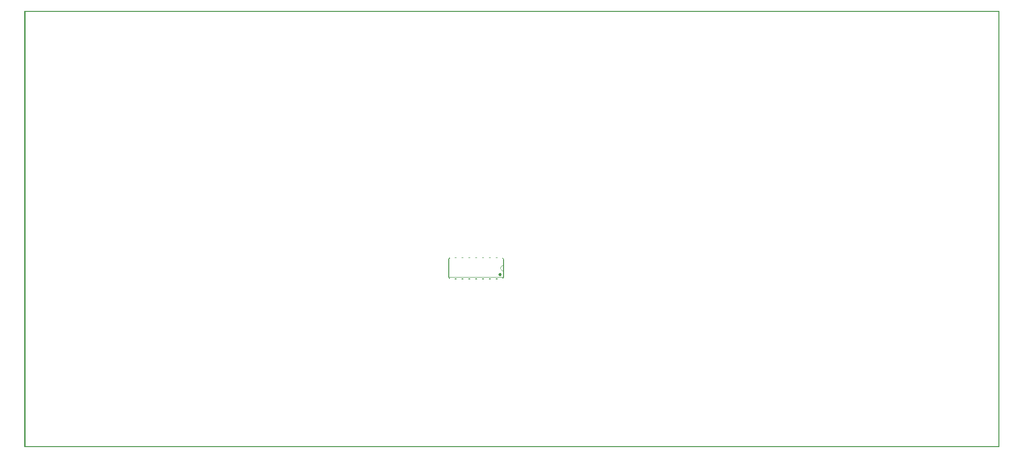
<source format=gbo>
G04 MADE WITH FRITZING*
G04 WWW.FRITZING.ORG*
G04 SINGLE SIDED*
G04 HOLES NOT PLATED*
G04 CONTOUR ON CENTER OF CONTOUR VECTOR*
%ASAXBY*%
%FSLAX23Y23*%
%MOIN*%
%OFA0B0*%
%SFA1.0B1.0*%
%ADD10C,0.006000*%
%ADD11C,0.002000*%
%ADD12R,0.001000X0.001000*%
%LNSILK0*%
G90*
G70*
G54D10*
X3098Y1246D02*
X3098Y1370D01*
D02*
X3498Y1370D02*
X3498Y1246D01*
G54D11*
D02*
X3498Y1245D02*
X3098Y1245D01*
G54D12*
X0Y3191D02*
X7119Y3191D01*
X0Y3190D02*
X7119Y3190D01*
X0Y3189D02*
X7119Y3189D01*
X0Y3188D02*
X7119Y3188D01*
X0Y3187D02*
X7119Y3187D01*
X0Y3186D02*
X7119Y3186D01*
X0Y3185D02*
X7119Y3185D01*
X0Y3184D02*
X7119Y3184D01*
X0Y3183D02*
X7Y3183D01*
X7112Y3183D02*
X7119Y3183D01*
X0Y3182D02*
X7Y3182D01*
X7112Y3182D02*
X7119Y3182D01*
X0Y3181D02*
X7Y3181D01*
X7112Y3181D02*
X7119Y3181D01*
X0Y3180D02*
X7Y3180D01*
X7112Y3180D02*
X7119Y3180D01*
X0Y3179D02*
X7Y3179D01*
X7112Y3179D02*
X7119Y3179D01*
X0Y3178D02*
X7Y3178D01*
X7112Y3178D02*
X7119Y3178D01*
X0Y3177D02*
X7Y3177D01*
X7112Y3177D02*
X7119Y3177D01*
X0Y3176D02*
X7Y3176D01*
X7112Y3176D02*
X7119Y3176D01*
X0Y3175D02*
X7Y3175D01*
X7112Y3175D02*
X7119Y3175D01*
X0Y3174D02*
X7Y3174D01*
X7112Y3174D02*
X7119Y3174D01*
X0Y3173D02*
X7Y3173D01*
X7112Y3173D02*
X7119Y3173D01*
X0Y3172D02*
X7Y3172D01*
X7112Y3172D02*
X7119Y3172D01*
X0Y3171D02*
X7Y3171D01*
X7112Y3171D02*
X7119Y3171D01*
X0Y3170D02*
X7Y3170D01*
X7112Y3170D02*
X7119Y3170D01*
X0Y3169D02*
X7Y3169D01*
X7112Y3169D02*
X7119Y3169D01*
X0Y3168D02*
X7Y3168D01*
X7112Y3168D02*
X7119Y3168D01*
X0Y3167D02*
X7Y3167D01*
X7112Y3167D02*
X7119Y3167D01*
X0Y3166D02*
X7Y3166D01*
X7112Y3166D02*
X7119Y3166D01*
X0Y3165D02*
X7Y3165D01*
X7112Y3165D02*
X7119Y3165D01*
X0Y3164D02*
X7Y3164D01*
X7112Y3164D02*
X7119Y3164D01*
X0Y3163D02*
X7Y3163D01*
X7112Y3163D02*
X7119Y3163D01*
X0Y3162D02*
X7Y3162D01*
X7112Y3162D02*
X7119Y3162D01*
X0Y3161D02*
X7Y3161D01*
X7112Y3161D02*
X7119Y3161D01*
X0Y3160D02*
X7Y3160D01*
X7112Y3160D02*
X7119Y3160D01*
X0Y3159D02*
X7Y3159D01*
X7112Y3159D02*
X7119Y3159D01*
X0Y3158D02*
X7Y3158D01*
X7112Y3158D02*
X7119Y3158D01*
X0Y3157D02*
X7Y3157D01*
X7112Y3157D02*
X7119Y3157D01*
X0Y3156D02*
X7Y3156D01*
X7112Y3156D02*
X7119Y3156D01*
X0Y3155D02*
X7Y3155D01*
X7112Y3155D02*
X7119Y3155D01*
X0Y3154D02*
X7Y3154D01*
X7112Y3154D02*
X7119Y3154D01*
X0Y3153D02*
X7Y3153D01*
X7112Y3153D02*
X7119Y3153D01*
X0Y3152D02*
X7Y3152D01*
X7112Y3152D02*
X7119Y3152D01*
X0Y3151D02*
X7Y3151D01*
X7112Y3151D02*
X7119Y3151D01*
X0Y3150D02*
X7Y3150D01*
X7112Y3150D02*
X7119Y3150D01*
X0Y3149D02*
X7Y3149D01*
X7112Y3149D02*
X7119Y3149D01*
X0Y3148D02*
X7Y3148D01*
X7112Y3148D02*
X7119Y3148D01*
X0Y3147D02*
X7Y3147D01*
X7112Y3147D02*
X7119Y3147D01*
X0Y3146D02*
X7Y3146D01*
X7112Y3146D02*
X7119Y3146D01*
X0Y3145D02*
X7Y3145D01*
X7112Y3145D02*
X7119Y3145D01*
X0Y3144D02*
X7Y3144D01*
X7112Y3144D02*
X7119Y3144D01*
X0Y3143D02*
X7Y3143D01*
X7112Y3143D02*
X7119Y3143D01*
X0Y3142D02*
X7Y3142D01*
X7112Y3142D02*
X7119Y3142D01*
X0Y3141D02*
X7Y3141D01*
X7112Y3141D02*
X7119Y3141D01*
X0Y3140D02*
X7Y3140D01*
X7112Y3140D02*
X7119Y3140D01*
X0Y3139D02*
X7Y3139D01*
X7112Y3139D02*
X7119Y3139D01*
X0Y3138D02*
X7Y3138D01*
X7112Y3138D02*
X7119Y3138D01*
X0Y3137D02*
X7Y3137D01*
X7112Y3137D02*
X7119Y3137D01*
X0Y3136D02*
X7Y3136D01*
X7112Y3136D02*
X7119Y3136D01*
X0Y3135D02*
X7Y3135D01*
X7112Y3135D02*
X7119Y3135D01*
X0Y3134D02*
X7Y3134D01*
X7112Y3134D02*
X7119Y3134D01*
X0Y3133D02*
X7Y3133D01*
X7112Y3133D02*
X7119Y3133D01*
X0Y3132D02*
X7Y3132D01*
X7112Y3132D02*
X7119Y3132D01*
X0Y3131D02*
X7Y3131D01*
X7112Y3131D02*
X7119Y3131D01*
X0Y3130D02*
X7Y3130D01*
X7112Y3130D02*
X7119Y3130D01*
X0Y3129D02*
X7Y3129D01*
X7112Y3129D02*
X7119Y3129D01*
X0Y3128D02*
X7Y3128D01*
X7112Y3128D02*
X7119Y3128D01*
X0Y3127D02*
X7Y3127D01*
X7112Y3127D02*
X7119Y3127D01*
X0Y3126D02*
X7Y3126D01*
X7112Y3126D02*
X7119Y3126D01*
X0Y3125D02*
X7Y3125D01*
X7112Y3125D02*
X7119Y3125D01*
X0Y3124D02*
X7Y3124D01*
X7112Y3124D02*
X7119Y3124D01*
X0Y3123D02*
X7Y3123D01*
X7112Y3123D02*
X7119Y3123D01*
X0Y3122D02*
X7Y3122D01*
X7112Y3122D02*
X7119Y3122D01*
X0Y3121D02*
X7Y3121D01*
X7112Y3121D02*
X7119Y3121D01*
X0Y3120D02*
X7Y3120D01*
X7112Y3120D02*
X7119Y3120D01*
X0Y3119D02*
X7Y3119D01*
X7112Y3119D02*
X7119Y3119D01*
X0Y3118D02*
X7Y3118D01*
X7112Y3118D02*
X7119Y3118D01*
X0Y3117D02*
X7Y3117D01*
X7112Y3117D02*
X7119Y3117D01*
X0Y3116D02*
X7Y3116D01*
X7112Y3116D02*
X7119Y3116D01*
X0Y3115D02*
X7Y3115D01*
X7112Y3115D02*
X7119Y3115D01*
X0Y3114D02*
X7Y3114D01*
X7112Y3114D02*
X7119Y3114D01*
X0Y3113D02*
X7Y3113D01*
X7112Y3113D02*
X7119Y3113D01*
X0Y3112D02*
X7Y3112D01*
X7112Y3112D02*
X7119Y3112D01*
X0Y3111D02*
X7Y3111D01*
X7112Y3111D02*
X7119Y3111D01*
X0Y3110D02*
X7Y3110D01*
X7112Y3110D02*
X7119Y3110D01*
X0Y3109D02*
X7Y3109D01*
X7112Y3109D02*
X7119Y3109D01*
X0Y3108D02*
X7Y3108D01*
X7112Y3108D02*
X7119Y3108D01*
X0Y3107D02*
X7Y3107D01*
X7112Y3107D02*
X7119Y3107D01*
X0Y3106D02*
X7Y3106D01*
X7112Y3106D02*
X7119Y3106D01*
X0Y3105D02*
X7Y3105D01*
X7112Y3105D02*
X7119Y3105D01*
X0Y3104D02*
X7Y3104D01*
X7112Y3104D02*
X7119Y3104D01*
X0Y3103D02*
X7Y3103D01*
X7112Y3103D02*
X7119Y3103D01*
X0Y3102D02*
X7Y3102D01*
X7112Y3102D02*
X7119Y3102D01*
X0Y3101D02*
X7Y3101D01*
X7112Y3101D02*
X7119Y3101D01*
X0Y3100D02*
X7Y3100D01*
X7112Y3100D02*
X7119Y3100D01*
X0Y3099D02*
X7Y3099D01*
X7112Y3099D02*
X7119Y3099D01*
X0Y3098D02*
X7Y3098D01*
X7112Y3098D02*
X7119Y3098D01*
X0Y3097D02*
X7Y3097D01*
X7112Y3097D02*
X7119Y3097D01*
X0Y3096D02*
X7Y3096D01*
X7112Y3096D02*
X7119Y3096D01*
X0Y3095D02*
X7Y3095D01*
X7112Y3095D02*
X7119Y3095D01*
X0Y3094D02*
X7Y3094D01*
X7112Y3094D02*
X7119Y3094D01*
X0Y3093D02*
X7Y3093D01*
X7112Y3093D02*
X7119Y3093D01*
X0Y3092D02*
X7Y3092D01*
X7112Y3092D02*
X7119Y3092D01*
X0Y3091D02*
X7Y3091D01*
X7112Y3091D02*
X7119Y3091D01*
X0Y3090D02*
X7Y3090D01*
X7112Y3090D02*
X7119Y3090D01*
X0Y3089D02*
X7Y3089D01*
X7112Y3089D02*
X7119Y3089D01*
X0Y3088D02*
X7Y3088D01*
X7112Y3088D02*
X7119Y3088D01*
X0Y3087D02*
X7Y3087D01*
X7112Y3087D02*
X7119Y3087D01*
X0Y3086D02*
X7Y3086D01*
X7112Y3086D02*
X7119Y3086D01*
X0Y3085D02*
X7Y3085D01*
X7112Y3085D02*
X7119Y3085D01*
X0Y3084D02*
X7Y3084D01*
X7112Y3084D02*
X7119Y3084D01*
X0Y3083D02*
X7Y3083D01*
X7112Y3083D02*
X7119Y3083D01*
X0Y3082D02*
X7Y3082D01*
X7112Y3082D02*
X7119Y3082D01*
X0Y3081D02*
X7Y3081D01*
X7112Y3081D02*
X7119Y3081D01*
X0Y3080D02*
X7Y3080D01*
X7112Y3080D02*
X7119Y3080D01*
X0Y3079D02*
X7Y3079D01*
X7112Y3079D02*
X7119Y3079D01*
X0Y3078D02*
X7Y3078D01*
X7112Y3078D02*
X7119Y3078D01*
X0Y3077D02*
X7Y3077D01*
X7112Y3077D02*
X7119Y3077D01*
X0Y3076D02*
X7Y3076D01*
X7112Y3076D02*
X7119Y3076D01*
X0Y3075D02*
X7Y3075D01*
X7112Y3075D02*
X7119Y3075D01*
X0Y3074D02*
X7Y3074D01*
X7112Y3074D02*
X7119Y3074D01*
X0Y3073D02*
X7Y3073D01*
X7112Y3073D02*
X7119Y3073D01*
X0Y3072D02*
X7Y3072D01*
X7112Y3072D02*
X7119Y3072D01*
X0Y3071D02*
X7Y3071D01*
X7112Y3071D02*
X7119Y3071D01*
X0Y3070D02*
X7Y3070D01*
X7112Y3070D02*
X7119Y3070D01*
X0Y3069D02*
X7Y3069D01*
X7112Y3069D02*
X7119Y3069D01*
X0Y3068D02*
X7Y3068D01*
X7112Y3068D02*
X7119Y3068D01*
X0Y3067D02*
X7Y3067D01*
X7112Y3067D02*
X7119Y3067D01*
X0Y3066D02*
X7Y3066D01*
X7112Y3066D02*
X7119Y3066D01*
X0Y3065D02*
X7Y3065D01*
X7112Y3065D02*
X7119Y3065D01*
X0Y3064D02*
X7Y3064D01*
X7112Y3064D02*
X7119Y3064D01*
X0Y3063D02*
X7Y3063D01*
X7112Y3063D02*
X7119Y3063D01*
X0Y3062D02*
X7Y3062D01*
X7112Y3062D02*
X7119Y3062D01*
X0Y3061D02*
X7Y3061D01*
X7112Y3061D02*
X7119Y3061D01*
X0Y3060D02*
X7Y3060D01*
X7112Y3060D02*
X7119Y3060D01*
X0Y3059D02*
X7Y3059D01*
X7112Y3059D02*
X7119Y3059D01*
X0Y3058D02*
X7Y3058D01*
X7112Y3058D02*
X7119Y3058D01*
X0Y3057D02*
X7Y3057D01*
X7112Y3057D02*
X7119Y3057D01*
X0Y3056D02*
X7Y3056D01*
X7112Y3056D02*
X7119Y3056D01*
X0Y3055D02*
X7Y3055D01*
X7112Y3055D02*
X7119Y3055D01*
X0Y3054D02*
X7Y3054D01*
X7112Y3054D02*
X7119Y3054D01*
X0Y3053D02*
X7Y3053D01*
X7112Y3053D02*
X7119Y3053D01*
X0Y3052D02*
X7Y3052D01*
X7112Y3052D02*
X7119Y3052D01*
X0Y3051D02*
X7Y3051D01*
X7112Y3051D02*
X7119Y3051D01*
X0Y3050D02*
X7Y3050D01*
X7112Y3050D02*
X7119Y3050D01*
X0Y3049D02*
X7Y3049D01*
X7112Y3049D02*
X7119Y3049D01*
X0Y3048D02*
X7Y3048D01*
X7112Y3048D02*
X7119Y3048D01*
X0Y3047D02*
X7Y3047D01*
X7112Y3047D02*
X7119Y3047D01*
X0Y3046D02*
X7Y3046D01*
X7112Y3046D02*
X7119Y3046D01*
X0Y3045D02*
X7Y3045D01*
X7112Y3045D02*
X7119Y3045D01*
X0Y3044D02*
X7Y3044D01*
X7112Y3044D02*
X7119Y3044D01*
X0Y3043D02*
X7Y3043D01*
X7112Y3043D02*
X7119Y3043D01*
X0Y3042D02*
X7Y3042D01*
X7112Y3042D02*
X7119Y3042D01*
X0Y3041D02*
X7Y3041D01*
X7112Y3041D02*
X7119Y3041D01*
X0Y3040D02*
X7Y3040D01*
X7112Y3040D02*
X7119Y3040D01*
X0Y3039D02*
X7Y3039D01*
X7112Y3039D02*
X7119Y3039D01*
X0Y3038D02*
X7Y3038D01*
X7112Y3038D02*
X7119Y3038D01*
X0Y3037D02*
X7Y3037D01*
X7112Y3037D02*
X7119Y3037D01*
X0Y3036D02*
X7Y3036D01*
X7112Y3036D02*
X7119Y3036D01*
X0Y3035D02*
X7Y3035D01*
X7112Y3035D02*
X7119Y3035D01*
X0Y3034D02*
X7Y3034D01*
X7112Y3034D02*
X7119Y3034D01*
X0Y3033D02*
X7Y3033D01*
X7112Y3033D02*
X7119Y3033D01*
X0Y3032D02*
X7Y3032D01*
X7112Y3032D02*
X7119Y3032D01*
X0Y3031D02*
X7Y3031D01*
X7112Y3031D02*
X7119Y3031D01*
X0Y3030D02*
X7Y3030D01*
X7112Y3030D02*
X7119Y3030D01*
X0Y3029D02*
X7Y3029D01*
X7112Y3029D02*
X7119Y3029D01*
X0Y3028D02*
X7Y3028D01*
X7112Y3028D02*
X7119Y3028D01*
X0Y3027D02*
X7Y3027D01*
X7112Y3027D02*
X7119Y3027D01*
X0Y3026D02*
X7Y3026D01*
X7112Y3026D02*
X7119Y3026D01*
X0Y3025D02*
X7Y3025D01*
X7112Y3025D02*
X7119Y3025D01*
X0Y3024D02*
X7Y3024D01*
X7112Y3024D02*
X7119Y3024D01*
X0Y3023D02*
X7Y3023D01*
X7112Y3023D02*
X7119Y3023D01*
X0Y3022D02*
X7Y3022D01*
X7112Y3022D02*
X7119Y3022D01*
X0Y3021D02*
X7Y3021D01*
X7112Y3021D02*
X7119Y3021D01*
X0Y3020D02*
X7Y3020D01*
X7112Y3020D02*
X7119Y3020D01*
X0Y3019D02*
X7Y3019D01*
X7112Y3019D02*
X7119Y3019D01*
X0Y3018D02*
X7Y3018D01*
X7112Y3018D02*
X7119Y3018D01*
X0Y3017D02*
X7Y3017D01*
X7112Y3017D02*
X7119Y3017D01*
X0Y3016D02*
X7Y3016D01*
X7112Y3016D02*
X7119Y3016D01*
X0Y3015D02*
X7Y3015D01*
X7112Y3015D02*
X7119Y3015D01*
X0Y3014D02*
X7Y3014D01*
X7112Y3014D02*
X7119Y3014D01*
X0Y3013D02*
X7Y3013D01*
X7112Y3013D02*
X7119Y3013D01*
X0Y3012D02*
X7Y3012D01*
X7112Y3012D02*
X7119Y3012D01*
X0Y3011D02*
X7Y3011D01*
X7112Y3011D02*
X7119Y3011D01*
X0Y3010D02*
X7Y3010D01*
X7112Y3010D02*
X7119Y3010D01*
X0Y3009D02*
X7Y3009D01*
X7112Y3009D02*
X7119Y3009D01*
X0Y3008D02*
X7Y3008D01*
X7112Y3008D02*
X7119Y3008D01*
X0Y3007D02*
X7Y3007D01*
X7112Y3007D02*
X7119Y3007D01*
X0Y3006D02*
X7Y3006D01*
X7112Y3006D02*
X7119Y3006D01*
X0Y3005D02*
X7Y3005D01*
X7112Y3005D02*
X7119Y3005D01*
X0Y3004D02*
X7Y3004D01*
X7112Y3004D02*
X7119Y3004D01*
X0Y3003D02*
X7Y3003D01*
X7112Y3003D02*
X7119Y3003D01*
X0Y3002D02*
X7Y3002D01*
X7112Y3002D02*
X7119Y3002D01*
X0Y3001D02*
X7Y3001D01*
X7112Y3001D02*
X7119Y3001D01*
X0Y3000D02*
X7Y3000D01*
X7112Y3000D02*
X7119Y3000D01*
X0Y2999D02*
X7Y2999D01*
X7112Y2999D02*
X7119Y2999D01*
X0Y2998D02*
X7Y2998D01*
X7112Y2998D02*
X7119Y2998D01*
X0Y2997D02*
X7Y2997D01*
X7112Y2997D02*
X7119Y2997D01*
X0Y2996D02*
X7Y2996D01*
X7112Y2996D02*
X7119Y2996D01*
X0Y2995D02*
X7Y2995D01*
X7112Y2995D02*
X7119Y2995D01*
X0Y2994D02*
X7Y2994D01*
X7112Y2994D02*
X7119Y2994D01*
X0Y2993D02*
X7Y2993D01*
X7112Y2993D02*
X7119Y2993D01*
X0Y2992D02*
X7Y2992D01*
X7112Y2992D02*
X7119Y2992D01*
X0Y2991D02*
X7Y2991D01*
X7112Y2991D02*
X7119Y2991D01*
X0Y2990D02*
X7Y2990D01*
X7112Y2990D02*
X7119Y2990D01*
X0Y2989D02*
X7Y2989D01*
X7112Y2989D02*
X7119Y2989D01*
X0Y2988D02*
X7Y2988D01*
X7112Y2988D02*
X7119Y2988D01*
X0Y2987D02*
X7Y2987D01*
X7112Y2987D02*
X7119Y2987D01*
X0Y2986D02*
X7Y2986D01*
X7112Y2986D02*
X7119Y2986D01*
X0Y2985D02*
X7Y2985D01*
X7112Y2985D02*
X7119Y2985D01*
X0Y2984D02*
X7Y2984D01*
X7112Y2984D02*
X7119Y2984D01*
X0Y2983D02*
X7Y2983D01*
X7112Y2983D02*
X7119Y2983D01*
X0Y2982D02*
X7Y2982D01*
X7112Y2982D02*
X7119Y2982D01*
X0Y2981D02*
X7Y2981D01*
X7112Y2981D02*
X7119Y2981D01*
X0Y2980D02*
X7Y2980D01*
X7112Y2980D02*
X7119Y2980D01*
X0Y2979D02*
X7Y2979D01*
X7112Y2979D02*
X7119Y2979D01*
X0Y2978D02*
X7Y2978D01*
X7112Y2978D02*
X7119Y2978D01*
X0Y2977D02*
X7Y2977D01*
X7112Y2977D02*
X7119Y2977D01*
X0Y2976D02*
X7Y2976D01*
X7112Y2976D02*
X7119Y2976D01*
X0Y2975D02*
X7Y2975D01*
X7112Y2975D02*
X7119Y2975D01*
X0Y2974D02*
X7Y2974D01*
X7112Y2974D02*
X7119Y2974D01*
X0Y2973D02*
X7Y2973D01*
X7112Y2973D02*
X7119Y2973D01*
X0Y2972D02*
X7Y2972D01*
X7112Y2972D02*
X7119Y2972D01*
X0Y2971D02*
X7Y2971D01*
X7112Y2971D02*
X7119Y2971D01*
X0Y2970D02*
X7Y2970D01*
X7112Y2970D02*
X7119Y2970D01*
X0Y2969D02*
X7Y2969D01*
X7112Y2969D02*
X7119Y2969D01*
X0Y2968D02*
X7Y2968D01*
X7112Y2968D02*
X7119Y2968D01*
X0Y2967D02*
X7Y2967D01*
X7112Y2967D02*
X7119Y2967D01*
X0Y2966D02*
X7Y2966D01*
X7112Y2966D02*
X7119Y2966D01*
X0Y2965D02*
X7Y2965D01*
X7112Y2965D02*
X7119Y2965D01*
X0Y2964D02*
X7Y2964D01*
X7112Y2964D02*
X7119Y2964D01*
X0Y2963D02*
X7Y2963D01*
X7112Y2963D02*
X7119Y2963D01*
X0Y2962D02*
X7Y2962D01*
X7112Y2962D02*
X7119Y2962D01*
X0Y2961D02*
X7Y2961D01*
X7112Y2961D02*
X7119Y2961D01*
X0Y2960D02*
X7Y2960D01*
X7112Y2960D02*
X7119Y2960D01*
X0Y2959D02*
X7Y2959D01*
X7112Y2959D02*
X7119Y2959D01*
X0Y2958D02*
X7Y2958D01*
X7112Y2958D02*
X7119Y2958D01*
X0Y2957D02*
X7Y2957D01*
X7112Y2957D02*
X7119Y2957D01*
X0Y2956D02*
X7Y2956D01*
X7112Y2956D02*
X7119Y2956D01*
X0Y2955D02*
X7Y2955D01*
X7112Y2955D02*
X7119Y2955D01*
X0Y2954D02*
X7Y2954D01*
X7112Y2954D02*
X7119Y2954D01*
X0Y2953D02*
X7Y2953D01*
X7112Y2953D02*
X7119Y2953D01*
X0Y2952D02*
X7Y2952D01*
X7112Y2952D02*
X7119Y2952D01*
X0Y2951D02*
X7Y2951D01*
X7112Y2951D02*
X7119Y2951D01*
X0Y2950D02*
X7Y2950D01*
X7112Y2950D02*
X7119Y2950D01*
X0Y2949D02*
X7Y2949D01*
X7112Y2949D02*
X7119Y2949D01*
X0Y2948D02*
X7Y2948D01*
X7112Y2948D02*
X7119Y2948D01*
X0Y2947D02*
X7Y2947D01*
X7112Y2947D02*
X7119Y2947D01*
X0Y2946D02*
X7Y2946D01*
X7112Y2946D02*
X7119Y2946D01*
X0Y2945D02*
X7Y2945D01*
X7112Y2945D02*
X7119Y2945D01*
X0Y2944D02*
X7Y2944D01*
X7112Y2944D02*
X7119Y2944D01*
X0Y2943D02*
X7Y2943D01*
X7112Y2943D02*
X7119Y2943D01*
X0Y2942D02*
X7Y2942D01*
X7112Y2942D02*
X7119Y2942D01*
X0Y2941D02*
X7Y2941D01*
X7112Y2941D02*
X7119Y2941D01*
X0Y2940D02*
X7Y2940D01*
X7112Y2940D02*
X7119Y2940D01*
X0Y2939D02*
X7Y2939D01*
X7112Y2939D02*
X7119Y2939D01*
X0Y2938D02*
X7Y2938D01*
X7112Y2938D02*
X7119Y2938D01*
X0Y2937D02*
X7Y2937D01*
X7112Y2937D02*
X7119Y2937D01*
X0Y2936D02*
X7Y2936D01*
X7112Y2936D02*
X7119Y2936D01*
X0Y2935D02*
X7Y2935D01*
X7112Y2935D02*
X7119Y2935D01*
X0Y2934D02*
X7Y2934D01*
X7112Y2934D02*
X7119Y2934D01*
X0Y2933D02*
X7Y2933D01*
X7112Y2933D02*
X7119Y2933D01*
X0Y2932D02*
X7Y2932D01*
X7112Y2932D02*
X7119Y2932D01*
X0Y2931D02*
X7Y2931D01*
X7112Y2931D02*
X7119Y2931D01*
X0Y2930D02*
X7Y2930D01*
X7112Y2930D02*
X7119Y2930D01*
X0Y2929D02*
X7Y2929D01*
X7112Y2929D02*
X7119Y2929D01*
X0Y2928D02*
X7Y2928D01*
X7112Y2928D02*
X7119Y2928D01*
X0Y2927D02*
X7Y2927D01*
X7112Y2927D02*
X7119Y2927D01*
X0Y2926D02*
X7Y2926D01*
X7112Y2926D02*
X7119Y2926D01*
X0Y2925D02*
X7Y2925D01*
X7112Y2925D02*
X7119Y2925D01*
X0Y2924D02*
X7Y2924D01*
X7112Y2924D02*
X7119Y2924D01*
X0Y2923D02*
X7Y2923D01*
X7112Y2923D02*
X7119Y2923D01*
X0Y2922D02*
X7Y2922D01*
X7112Y2922D02*
X7119Y2922D01*
X0Y2921D02*
X7Y2921D01*
X7112Y2921D02*
X7119Y2921D01*
X0Y2920D02*
X7Y2920D01*
X7112Y2920D02*
X7119Y2920D01*
X0Y2919D02*
X7Y2919D01*
X7112Y2919D02*
X7119Y2919D01*
X0Y2918D02*
X7Y2918D01*
X7112Y2918D02*
X7119Y2918D01*
X0Y2917D02*
X7Y2917D01*
X7112Y2917D02*
X7119Y2917D01*
X0Y2916D02*
X7Y2916D01*
X7112Y2916D02*
X7119Y2916D01*
X0Y2915D02*
X7Y2915D01*
X7112Y2915D02*
X7119Y2915D01*
X0Y2914D02*
X7Y2914D01*
X7112Y2914D02*
X7119Y2914D01*
X0Y2913D02*
X7Y2913D01*
X7112Y2913D02*
X7119Y2913D01*
X0Y2912D02*
X7Y2912D01*
X7112Y2912D02*
X7119Y2912D01*
X0Y2911D02*
X7Y2911D01*
X7112Y2911D02*
X7119Y2911D01*
X0Y2910D02*
X7Y2910D01*
X7112Y2910D02*
X7119Y2910D01*
X0Y2909D02*
X7Y2909D01*
X7112Y2909D02*
X7119Y2909D01*
X0Y2908D02*
X7Y2908D01*
X7112Y2908D02*
X7119Y2908D01*
X0Y2907D02*
X7Y2907D01*
X7112Y2907D02*
X7119Y2907D01*
X0Y2906D02*
X7Y2906D01*
X7112Y2906D02*
X7119Y2906D01*
X0Y2905D02*
X7Y2905D01*
X7112Y2905D02*
X7119Y2905D01*
X0Y2904D02*
X7Y2904D01*
X7112Y2904D02*
X7119Y2904D01*
X0Y2903D02*
X7Y2903D01*
X7112Y2903D02*
X7119Y2903D01*
X0Y2902D02*
X7Y2902D01*
X7112Y2902D02*
X7119Y2902D01*
X0Y2901D02*
X7Y2901D01*
X7112Y2901D02*
X7119Y2901D01*
X0Y2900D02*
X7Y2900D01*
X7112Y2900D02*
X7119Y2900D01*
X0Y2899D02*
X7Y2899D01*
X7112Y2899D02*
X7119Y2899D01*
X0Y2898D02*
X7Y2898D01*
X7112Y2898D02*
X7119Y2898D01*
X0Y2897D02*
X7Y2897D01*
X7112Y2897D02*
X7119Y2897D01*
X0Y2896D02*
X7Y2896D01*
X7112Y2896D02*
X7119Y2896D01*
X0Y2895D02*
X7Y2895D01*
X7112Y2895D02*
X7119Y2895D01*
X0Y2894D02*
X7Y2894D01*
X7112Y2894D02*
X7119Y2894D01*
X0Y2893D02*
X7Y2893D01*
X7112Y2893D02*
X7119Y2893D01*
X0Y2892D02*
X7Y2892D01*
X7112Y2892D02*
X7119Y2892D01*
X0Y2891D02*
X7Y2891D01*
X7112Y2891D02*
X7119Y2891D01*
X0Y2890D02*
X7Y2890D01*
X7112Y2890D02*
X7119Y2890D01*
X0Y2889D02*
X7Y2889D01*
X7112Y2889D02*
X7119Y2889D01*
X0Y2888D02*
X7Y2888D01*
X7112Y2888D02*
X7119Y2888D01*
X0Y2887D02*
X7Y2887D01*
X7112Y2887D02*
X7119Y2887D01*
X0Y2886D02*
X7Y2886D01*
X7112Y2886D02*
X7119Y2886D01*
X0Y2885D02*
X7Y2885D01*
X7112Y2885D02*
X7119Y2885D01*
X0Y2884D02*
X7Y2884D01*
X7112Y2884D02*
X7119Y2884D01*
X0Y2883D02*
X7Y2883D01*
X7112Y2883D02*
X7119Y2883D01*
X0Y2882D02*
X7Y2882D01*
X7112Y2882D02*
X7119Y2882D01*
X0Y2881D02*
X7Y2881D01*
X7112Y2881D02*
X7119Y2881D01*
X0Y2880D02*
X7Y2880D01*
X7112Y2880D02*
X7119Y2880D01*
X0Y2879D02*
X7Y2879D01*
X7112Y2879D02*
X7119Y2879D01*
X0Y2878D02*
X7Y2878D01*
X7112Y2878D02*
X7119Y2878D01*
X0Y2877D02*
X7Y2877D01*
X7112Y2877D02*
X7119Y2877D01*
X0Y2876D02*
X7Y2876D01*
X7112Y2876D02*
X7119Y2876D01*
X0Y2875D02*
X7Y2875D01*
X7112Y2875D02*
X7119Y2875D01*
X0Y2874D02*
X7Y2874D01*
X7112Y2874D02*
X7119Y2874D01*
X0Y2873D02*
X7Y2873D01*
X7112Y2873D02*
X7119Y2873D01*
X0Y2872D02*
X7Y2872D01*
X7112Y2872D02*
X7119Y2872D01*
X0Y2871D02*
X7Y2871D01*
X7112Y2871D02*
X7119Y2871D01*
X0Y2870D02*
X7Y2870D01*
X7112Y2870D02*
X7119Y2870D01*
X0Y2869D02*
X7Y2869D01*
X7112Y2869D02*
X7119Y2869D01*
X0Y2868D02*
X7Y2868D01*
X7112Y2868D02*
X7119Y2868D01*
X0Y2867D02*
X7Y2867D01*
X7112Y2867D02*
X7119Y2867D01*
X0Y2866D02*
X7Y2866D01*
X7112Y2866D02*
X7119Y2866D01*
X0Y2865D02*
X7Y2865D01*
X7112Y2865D02*
X7119Y2865D01*
X0Y2864D02*
X7Y2864D01*
X7112Y2864D02*
X7119Y2864D01*
X0Y2863D02*
X7Y2863D01*
X7112Y2863D02*
X7119Y2863D01*
X0Y2862D02*
X7Y2862D01*
X7112Y2862D02*
X7119Y2862D01*
X0Y2861D02*
X7Y2861D01*
X7112Y2861D02*
X7119Y2861D01*
X0Y2860D02*
X7Y2860D01*
X7112Y2860D02*
X7119Y2860D01*
X0Y2859D02*
X7Y2859D01*
X7112Y2859D02*
X7119Y2859D01*
X0Y2858D02*
X7Y2858D01*
X7112Y2858D02*
X7119Y2858D01*
X0Y2857D02*
X7Y2857D01*
X7112Y2857D02*
X7119Y2857D01*
X0Y2856D02*
X7Y2856D01*
X7112Y2856D02*
X7119Y2856D01*
X0Y2855D02*
X7Y2855D01*
X7112Y2855D02*
X7119Y2855D01*
X0Y2854D02*
X7Y2854D01*
X7112Y2854D02*
X7119Y2854D01*
X0Y2853D02*
X7Y2853D01*
X7112Y2853D02*
X7119Y2853D01*
X0Y2852D02*
X7Y2852D01*
X7112Y2852D02*
X7119Y2852D01*
X0Y2851D02*
X7Y2851D01*
X7112Y2851D02*
X7119Y2851D01*
X0Y2850D02*
X7Y2850D01*
X7112Y2850D02*
X7119Y2850D01*
X0Y2849D02*
X7Y2849D01*
X7112Y2849D02*
X7119Y2849D01*
X0Y2848D02*
X7Y2848D01*
X7112Y2848D02*
X7119Y2848D01*
X0Y2847D02*
X7Y2847D01*
X7112Y2847D02*
X7119Y2847D01*
X0Y2846D02*
X7Y2846D01*
X7112Y2846D02*
X7119Y2846D01*
X0Y2845D02*
X7Y2845D01*
X7112Y2845D02*
X7119Y2845D01*
X0Y2844D02*
X7Y2844D01*
X7112Y2844D02*
X7119Y2844D01*
X0Y2843D02*
X7Y2843D01*
X7112Y2843D02*
X7119Y2843D01*
X0Y2842D02*
X7Y2842D01*
X7112Y2842D02*
X7119Y2842D01*
X0Y2841D02*
X7Y2841D01*
X7112Y2841D02*
X7119Y2841D01*
X0Y2840D02*
X7Y2840D01*
X7112Y2840D02*
X7119Y2840D01*
X0Y2839D02*
X7Y2839D01*
X7112Y2839D02*
X7119Y2839D01*
X0Y2838D02*
X7Y2838D01*
X7112Y2838D02*
X7119Y2838D01*
X0Y2837D02*
X7Y2837D01*
X7112Y2837D02*
X7119Y2837D01*
X0Y2836D02*
X7Y2836D01*
X7112Y2836D02*
X7119Y2836D01*
X0Y2835D02*
X7Y2835D01*
X7112Y2835D02*
X7119Y2835D01*
X0Y2834D02*
X7Y2834D01*
X7112Y2834D02*
X7119Y2834D01*
X0Y2833D02*
X7Y2833D01*
X7112Y2833D02*
X7119Y2833D01*
X0Y2832D02*
X7Y2832D01*
X7112Y2832D02*
X7119Y2832D01*
X0Y2831D02*
X7Y2831D01*
X7112Y2831D02*
X7119Y2831D01*
X0Y2830D02*
X7Y2830D01*
X7112Y2830D02*
X7119Y2830D01*
X0Y2829D02*
X7Y2829D01*
X7112Y2829D02*
X7119Y2829D01*
X0Y2828D02*
X7Y2828D01*
X7112Y2828D02*
X7119Y2828D01*
X0Y2827D02*
X7Y2827D01*
X7112Y2827D02*
X7119Y2827D01*
X0Y2826D02*
X7Y2826D01*
X7112Y2826D02*
X7119Y2826D01*
X0Y2825D02*
X7Y2825D01*
X7112Y2825D02*
X7119Y2825D01*
X0Y2824D02*
X7Y2824D01*
X7112Y2824D02*
X7119Y2824D01*
X0Y2823D02*
X7Y2823D01*
X7112Y2823D02*
X7119Y2823D01*
X0Y2822D02*
X7Y2822D01*
X7112Y2822D02*
X7119Y2822D01*
X0Y2821D02*
X7Y2821D01*
X7112Y2821D02*
X7119Y2821D01*
X0Y2820D02*
X7Y2820D01*
X7112Y2820D02*
X7119Y2820D01*
X0Y2819D02*
X7Y2819D01*
X7112Y2819D02*
X7119Y2819D01*
X0Y2818D02*
X7Y2818D01*
X7112Y2818D02*
X7119Y2818D01*
X0Y2817D02*
X7Y2817D01*
X7112Y2817D02*
X7119Y2817D01*
X0Y2816D02*
X7Y2816D01*
X7112Y2816D02*
X7119Y2816D01*
X0Y2815D02*
X7Y2815D01*
X7112Y2815D02*
X7119Y2815D01*
X0Y2814D02*
X7Y2814D01*
X7112Y2814D02*
X7119Y2814D01*
X0Y2813D02*
X7Y2813D01*
X7112Y2813D02*
X7119Y2813D01*
X0Y2812D02*
X7Y2812D01*
X7112Y2812D02*
X7119Y2812D01*
X0Y2811D02*
X7Y2811D01*
X7112Y2811D02*
X7119Y2811D01*
X0Y2810D02*
X7Y2810D01*
X7112Y2810D02*
X7119Y2810D01*
X0Y2809D02*
X7Y2809D01*
X7112Y2809D02*
X7119Y2809D01*
X0Y2808D02*
X7Y2808D01*
X7112Y2808D02*
X7119Y2808D01*
X0Y2807D02*
X7Y2807D01*
X7112Y2807D02*
X7119Y2807D01*
X0Y2806D02*
X7Y2806D01*
X7112Y2806D02*
X7119Y2806D01*
X0Y2805D02*
X7Y2805D01*
X7112Y2805D02*
X7119Y2805D01*
X0Y2804D02*
X7Y2804D01*
X7112Y2804D02*
X7119Y2804D01*
X0Y2803D02*
X7Y2803D01*
X7112Y2803D02*
X7119Y2803D01*
X0Y2802D02*
X7Y2802D01*
X7112Y2802D02*
X7119Y2802D01*
X0Y2801D02*
X7Y2801D01*
X7112Y2801D02*
X7119Y2801D01*
X0Y2800D02*
X7Y2800D01*
X7112Y2800D02*
X7119Y2800D01*
X0Y2799D02*
X7Y2799D01*
X7112Y2799D02*
X7119Y2799D01*
X0Y2798D02*
X7Y2798D01*
X7112Y2798D02*
X7119Y2798D01*
X0Y2797D02*
X7Y2797D01*
X7112Y2797D02*
X7119Y2797D01*
X0Y2796D02*
X7Y2796D01*
X7112Y2796D02*
X7119Y2796D01*
X0Y2795D02*
X7Y2795D01*
X7112Y2795D02*
X7119Y2795D01*
X0Y2794D02*
X7Y2794D01*
X7112Y2794D02*
X7119Y2794D01*
X0Y2793D02*
X7Y2793D01*
X7112Y2793D02*
X7119Y2793D01*
X0Y2792D02*
X7Y2792D01*
X7112Y2792D02*
X7119Y2792D01*
X0Y2791D02*
X7Y2791D01*
X7112Y2791D02*
X7119Y2791D01*
X0Y2790D02*
X7Y2790D01*
X7112Y2790D02*
X7119Y2790D01*
X0Y2789D02*
X7Y2789D01*
X7112Y2789D02*
X7119Y2789D01*
X0Y2788D02*
X7Y2788D01*
X7112Y2788D02*
X7119Y2788D01*
X0Y2787D02*
X7Y2787D01*
X7112Y2787D02*
X7119Y2787D01*
X0Y2786D02*
X7Y2786D01*
X7112Y2786D02*
X7119Y2786D01*
X0Y2785D02*
X7Y2785D01*
X7112Y2785D02*
X7119Y2785D01*
X0Y2784D02*
X7Y2784D01*
X7112Y2784D02*
X7119Y2784D01*
X0Y2783D02*
X7Y2783D01*
X7112Y2783D02*
X7119Y2783D01*
X0Y2782D02*
X7Y2782D01*
X7112Y2782D02*
X7119Y2782D01*
X0Y2781D02*
X7Y2781D01*
X7112Y2781D02*
X7119Y2781D01*
X0Y2780D02*
X7Y2780D01*
X7112Y2780D02*
X7119Y2780D01*
X0Y2779D02*
X7Y2779D01*
X7112Y2779D02*
X7119Y2779D01*
X0Y2778D02*
X7Y2778D01*
X7112Y2778D02*
X7119Y2778D01*
X0Y2777D02*
X7Y2777D01*
X7112Y2777D02*
X7119Y2777D01*
X0Y2776D02*
X7Y2776D01*
X7112Y2776D02*
X7119Y2776D01*
X0Y2775D02*
X7Y2775D01*
X7112Y2775D02*
X7119Y2775D01*
X0Y2774D02*
X7Y2774D01*
X7112Y2774D02*
X7119Y2774D01*
X0Y2773D02*
X7Y2773D01*
X7112Y2773D02*
X7119Y2773D01*
X0Y2772D02*
X7Y2772D01*
X7112Y2772D02*
X7119Y2772D01*
X0Y2771D02*
X7Y2771D01*
X7112Y2771D02*
X7119Y2771D01*
X0Y2770D02*
X7Y2770D01*
X7112Y2770D02*
X7119Y2770D01*
X0Y2769D02*
X7Y2769D01*
X7112Y2769D02*
X7119Y2769D01*
X0Y2768D02*
X7Y2768D01*
X7112Y2768D02*
X7119Y2768D01*
X0Y2767D02*
X7Y2767D01*
X7112Y2767D02*
X7119Y2767D01*
X0Y2766D02*
X7Y2766D01*
X7112Y2766D02*
X7119Y2766D01*
X0Y2765D02*
X7Y2765D01*
X7112Y2765D02*
X7119Y2765D01*
X0Y2764D02*
X7Y2764D01*
X7112Y2764D02*
X7119Y2764D01*
X0Y2763D02*
X7Y2763D01*
X7112Y2763D02*
X7119Y2763D01*
X0Y2762D02*
X7Y2762D01*
X7112Y2762D02*
X7119Y2762D01*
X0Y2761D02*
X7Y2761D01*
X7112Y2761D02*
X7119Y2761D01*
X0Y2760D02*
X7Y2760D01*
X7112Y2760D02*
X7119Y2760D01*
X0Y2759D02*
X7Y2759D01*
X7112Y2759D02*
X7119Y2759D01*
X0Y2758D02*
X7Y2758D01*
X7112Y2758D02*
X7119Y2758D01*
X0Y2757D02*
X7Y2757D01*
X7112Y2757D02*
X7119Y2757D01*
X0Y2756D02*
X7Y2756D01*
X7112Y2756D02*
X7119Y2756D01*
X0Y2755D02*
X7Y2755D01*
X7112Y2755D02*
X7119Y2755D01*
X0Y2754D02*
X7Y2754D01*
X7112Y2754D02*
X7119Y2754D01*
X0Y2753D02*
X7Y2753D01*
X7112Y2753D02*
X7119Y2753D01*
X0Y2752D02*
X7Y2752D01*
X7112Y2752D02*
X7119Y2752D01*
X0Y2751D02*
X7Y2751D01*
X7112Y2751D02*
X7119Y2751D01*
X0Y2750D02*
X7Y2750D01*
X7112Y2750D02*
X7119Y2750D01*
X0Y2749D02*
X7Y2749D01*
X7112Y2749D02*
X7119Y2749D01*
X0Y2748D02*
X7Y2748D01*
X7112Y2748D02*
X7119Y2748D01*
X0Y2747D02*
X7Y2747D01*
X7112Y2747D02*
X7119Y2747D01*
X0Y2746D02*
X7Y2746D01*
X7112Y2746D02*
X7119Y2746D01*
X0Y2745D02*
X7Y2745D01*
X7112Y2745D02*
X7119Y2745D01*
X0Y2744D02*
X7Y2744D01*
X7112Y2744D02*
X7119Y2744D01*
X0Y2743D02*
X7Y2743D01*
X7112Y2743D02*
X7119Y2743D01*
X0Y2742D02*
X7Y2742D01*
X7112Y2742D02*
X7119Y2742D01*
X0Y2741D02*
X7Y2741D01*
X7112Y2741D02*
X7119Y2741D01*
X0Y2740D02*
X7Y2740D01*
X7112Y2740D02*
X7119Y2740D01*
X0Y2739D02*
X7Y2739D01*
X7112Y2739D02*
X7119Y2739D01*
X0Y2738D02*
X7Y2738D01*
X7112Y2738D02*
X7119Y2738D01*
X0Y2737D02*
X7Y2737D01*
X7112Y2737D02*
X7119Y2737D01*
X0Y2736D02*
X7Y2736D01*
X7112Y2736D02*
X7119Y2736D01*
X0Y2735D02*
X7Y2735D01*
X7112Y2735D02*
X7119Y2735D01*
X0Y2734D02*
X7Y2734D01*
X7112Y2734D02*
X7119Y2734D01*
X0Y2733D02*
X7Y2733D01*
X7112Y2733D02*
X7119Y2733D01*
X0Y2732D02*
X7Y2732D01*
X7112Y2732D02*
X7119Y2732D01*
X0Y2731D02*
X7Y2731D01*
X7112Y2731D02*
X7119Y2731D01*
X0Y2730D02*
X7Y2730D01*
X7112Y2730D02*
X7119Y2730D01*
X0Y2729D02*
X7Y2729D01*
X7112Y2729D02*
X7119Y2729D01*
X0Y2728D02*
X7Y2728D01*
X7112Y2728D02*
X7119Y2728D01*
X0Y2727D02*
X7Y2727D01*
X7112Y2727D02*
X7119Y2727D01*
X0Y2726D02*
X7Y2726D01*
X7112Y2726D02*
X7119Y2726D01*
X0Y2725D02*
X7Y2725D01*
X7112Y2725D02*
X7119Y2725D01*
X0Y2724D02*
X7Y2724D01*
X7112Y2724D02*
X7119Y2724D01*
X0Y2723D02*
X7Y2723D01*
X7112Y2723D02*
X7119Y2723D01*
X0Y2722D02*
X7Y2722D01*
X7112Y2722D02*
X7119Y2722D01*
X0Y2721D02*
X7Y2721D01*
X7112Y2721D02*
X7119Y2721D01*
X0Y2720D02*
X7Y2720D01*
X7112Y2720D02*
X7119Y2720D01*
X0Y2719D02*
X7Y2719D01*
X7112Y2719D02*
X7119Y2719D01*
X0Y2718D02*
X7Y2718D01*
X7112Y2718D02*
X7119Y2718D01*
X0Y2717D02*
X7Y2717D01*
X7112Y2717D02*
X7119Y2717D01*
X0Y2716D02*
X7Y2716D01*
X7112Y2716D02*
X7119Y2716D01*
X0Y2715D02*
X7Y2715D01*
X7112Y2715D02*
X7119Y2715D01*
X0Y2714D02*
X7Y2714D01*
X7112Y2714D02*
X7119Y2714D01*
X0Y2713D02*
X7Y2713D01*
X7112Y2713D02*
X7119Y2713D01*
X0Y2712D02*
X7Y2712D01*
X7112Y2712D02*
X7119Y2712D01*
X0Y2711D02*
X7Y2711D01*
X7112Y2711D02*
X7119Y2711D01*
X0Y2710D02*
X7Y2710D01*
X7112Y2710D02*
X7119Y2710D01*
X0Y2709D02*
X7Y2709D01*
X7112Y2709D02*
X7119Y2709D01*
X0Y2708D02*
X7Y2708D01*
X7112Y2708D02*
X7119Y2708D01*
X0Y2707D02*
X7Y2707D01*
X7112Y2707D02*
X7119Y2707D01*
X0Y2706D02*
X7Y2706D01*
X7112Y2706D02*
X7119Y2706D01*
X0Y2705D02*
X7Y2705D01*
X7112Y2705D02*
X7119Y2705D01*
X0Y2704D02*
X7Y2704D01*
X7112Y2704D02*
X7119Y2704D01*
X0Y2703D02*
X7Y2703D01*
X7112Y2703D02*
X7119Y2703D01*
X0Y2702D02*
X7Y2702D01*
X7112Y2702D02*
X7119Y2702D01*
X0Y2701D02*
X7Y2701D01*
X7112Y2701D02*
X7119Y2701D01*
X0Y2700D02*
X7Y2700D01*
X7112Y2700D02*
X7119Y2700D01*
X0Y2699D02*
X7Y2699D01*
X7112Y2699D02*
X7119Y2699D01*
X0Y2698D02*
X7Y2698D01*
X7112Y2698D02*
X7119Y2698D01*
X0Y2697D02*
X7Y2697D01*
X7112Y2697D02*
X7119Y2697D01*
X0Y2696D02*
X7Y2696D01*
X7112Y2696D02*
X7119Y2696D01*
X0Y2695D02*
X7Y2695D01*
X7112Y2695D02*
X7119Y2695D01*
X0Y2694D02*
X7Y2694D01*
X7112Y2694D02*
X7119Y2694D01*
X0Y2693D02*
X7Y2693D01*
X7112Y2693D02*
X7119Y2693D01*
X0Y2692D02*
X7Y2692D01*
X7112Y2692D02*
X7119Y2692D01*
X0Y2691D02*
X7Y2691D01*
X7112Y2691D02*
X7119Y2691D01*
X0Y2690D02*
X7Y2690D01*
X7112Y2690D02*
X7119Y2690D01*
X0Y2689D02*
X7Y2689D01*
X7112Y2689D02*
X7119Y2689D01*
X0Y2688D02*
X7Y2688D01*
X7112Y2688D02*
X7119Y2688D01*
X0Y2687D02*
X7Y2687D01*
X7112Y2687D02*
X7119Y2687D01*
X0Y2686D02*
X7Y2686D01*
X7112Y2686D02*
X7119Y2686D01*
X0Y2685D02*
X7Y2685D01*
X7112Y2685D02*
X7119Y2685D01*
X0Y2684D02*
X7Y2684D01*
X7112Y2684D02*
X7119Y2684D01*
X0Y2683D02*
X7Y2683D01*
X7112Y2683D02*
X7119Y2683D01*
X0Y2682D02*
X7Y2682D01*
X7112Y2682D02*
X7119Y2682D01*
X0Y2681D02*
X7Y2681D01*
X7112Y2681D02*
X7119Y2681D01*
X0Y2680D02*
X7Y2680D01*
X7112Y2680D02*
X7119Y2680D01*
X0Y2679D02*
X7Y2679D01*
X7112Y2679D02*
X7119Y2679D01*
X0Y2678D02*
X7Y2678D01*
X7112Y2678D02*
X7119Y2678D01*
X0Y2677D02*
X7Y2677D01*
X7112Y2677D02*
X7119Y2677D01*
X0Y2676D02*
X7Y2676D01*
X7112Y2676D02*
X7119Y2676D01*
X0Y2675D02*
X7Y2675D01*
X7112Y2675D02*
X7119Y2675D01*
X0Y2674D02*
X7Y2674D01*
X7112Y2674D02*
X7119Y2674D01*
X0Y2673D02*
X7Y2673D01*
X7112Y2673D02*
X7119Y2673D01*
X0Y2672D02*
X7Y2672D01*
X7112Y2672D02*
X7119Y2672D01*
X0Y2671D02*
X7Y2671D01*
X7112Y2671D02*
X7119Y2671D01*
X0Y2670D02*
X7Y2670D01*
X7112Y2670D02*
X7119Y2670D01*
X0Y2669D02*
X7Y2669D01*
X7112Y2669D02*
X7119Y2669D01*
X0Y2668D02*
X7Y2668D01*
X7112Y2668D02*
X7119Y2668D01*
X0Y2667D02*
X7Y2667D01*
X7112Y2667D02*
X7119Y2667D01*
X0Y2666D02*
X7Y2666D01*
X7112Y2666D02*
X7119Y2666D01*
X0Y2665D02*
X7Y2665D01*
X7112Y2665D02*
X7119Y2665D01*
X0Y2664D02*
X7Y2664D01*
X7112Y2664D02*
X7119Y2664D01*
X0Y2663D02*
X7Y2663D01*
X7112Y2663D02*
X7119Y2663D01*
X0Y2662D02*
X7Y2662D01*
X7112Y2662D02*
X7119Y2662D01*
X0Y2661D02*
X7Y2661D01*
X7112Y2661D02*
X7119Y2661D01*
X0Y2660D02*
X7Y2660D01*
X7112Y2660D02*
X7119Y2660D01*
X0Y2659D02*
X7Y2659D01*
X7112Y2659D02*
X7119Y2659D01*
X0Y2658D02*
X7Y2658D01*
X7112Y2658D02*
X7119Y2658D01*
X0Y2657D02*
X7Y2657D01*
X7112Y2657D02*
X7119Y2657D01*
X0Y2656D02*
X7Y2656D01*
X7112Y2656D02*
X7119Y2656D01*
X0Y2655D02*
X7Y2655D01*
X7112Y2655D02*
X7119Y2655D01*
X0Y2654D02*
X7Y2654D01*
X7112Y2654D02*
X7119Y2654D01*
X0Y2653D02*
X7Y2653D01*
X7112Y2653D02*
X7119Y2653D01*
X0Y2652D02*
X7Y2652D01*
X7112Y2652D02*
X7119Y2652D01*
X0Y2651D02*
X7Y2651D01*
X7112Y2651D02*
X7119Y2651D01*
X0Y2650D02*
X7Y2650D01*
X7112Y2650D02*
X7119Y2650D01*
X0Y2649D02*
X7Y2649D01*
X7112Y2649D02*
X7119Y2649D01*
X0Y2648D02*
X7Y2648D01*
X7112Y2648D02*
X7119Y2648D01*
X0Y2647D02*
X7Y2647D01*
X7112Y2647D02*
X7119Y2647D01*
X0Y2646D02*
X7Y2646D01*
X7112Y2646D02*
X7119Y2646D01*
X0Y2645D02*
X7Y2645D01*
X7112Y2645D02*
X7119Y2645D01*
X0Y2644D02*
X7Y2644D01*
X7112Y2644D02*
X7119Y2644D01*
X0Y2643D02*
X7Y2643D01*
X7112Y2643D02*
X7119Y2643D01*
X0Y2642D02*
X7Y2642D01*
X7112Y2642D02*
X7119Y2642D01*
X0Y2641D02*
X7Y2641D01*
X7112Y2641D02*
X7119Y2641D01*
X0Y2640D02*
X7Y2640D01*
X7112Y2640D02*
X7119Y2640D01*
X0Y2639D02*
X7Y2639D01*
X7112Y2639D02*
X7119Y2639D01*
X0Y2638D02*
X7Y2638D01*
X7112Y2638D02*
X7119Y2638D01*
X0Y2637D02*
X7Y2637D01*
X7112Y2637D02*
X7119Y2637D01*
X0Y2636D02*
X7Y2636D01*
X7112Y2636D02*
X7119Y2636D01*
X0Y2635D02*
X7Y2635D01*
X7112Y2635D02*
X7119Y2635D01*
X0Y2634D02*
X7Y2634D01*
X7112Y2634D02*
X7119Y2634D01*
X0Y2633D02*
X7Y2633D01*
X7112Y2633D02*
X7119Y2633D01*
X0Y2632D02*
X7Y2632D01*
X7112Y2632D02*
X7119Y2632D01*
X0Y2631D02*
X7Y2631D01*
X7112Y2631D02*
X7119Y2631D01*
X0Y2630D02*
X7Y2630D01*
X7112Y2630D02*
X7119Y2630D01*
X0Y2629D02*
X7Y2629D01*
X7112Y2629D02*
X7119Y2629D01*
X0Y2628D02*
X7Y2628D01*
X7112Y2628D02*
X7119Y2628D01*
X0Y2627D02*
X7Y2627D01*
X7112Y2627D02*
X7119Y2627D01*
X0Y2626D02*
X7Y2626D01*
X7112Y2626D02*
X7119Y2626D01*
X0Y2625D02*
X7Y2625D01*
X7112Y2625D02*
X7119Y2625D01*
X0Y2624D02*
X7Y2624D01*
X7112Y2624D02*
X7119Y2624D01*
X0Y2623D02*
X7Y2623D01*
X7112Y2623D02*
X7119Y2623D01*
X0Y2622D02*
X7Y2622D01*
X7112Y2622D02*
X7119Y2622D01*
X0Y2621D02*
X7Y2621D01*
X7112Y2621D02*
X7119Y2621D01*
X0Y2620D02*
X7Y2620D01*
X7112Y2620D02*
X7119Y2620D01*
X0Y2619D02*
X7Y2619D01*
X7112Y2619D02*
X7119Y2619D01*
X0Y2618D02*
X7Y2618D01*
X7112Y2618D02*
X7119Y2618D01*
X0Y2617D02*
X7Y2617D01*
X7112Y2617D02*
X7119Y2617D01*
X0Y2616D02*
X7Y2616D01*
X7112Y2616D02*
X7119Y2616D01*
X0Y2615D02*
X7Y2615D01*
X7112Y2615D02*
X7119Y2615D01*
X0Y2614D02*
X7Y2614D01*
X7112Y2614D02*
X7119Y2614D01*
X0Y2613D02*
X7Y2613D01*
X7112Y2613D02*
X7119Y2613D01*
X0Y2612D02*
X7Y2612D01*
X7112Y2612D02*
X7119Y2612D01*
X0Y2611D02*
X7Y2611D01*
X7112Y2611D02*
X7119Y2611D01*
X0Y2610D02*
X7Y2610D01*
X7112Y2610D02*
X7119Y2610D01*
X0Y2609D02*
X7Y2609D01*
X7112Y2609D02*
X7119Y2609D01*
X0Y2608D02*
X7Y2608D01*
X7112Y2608D02*
X7119Y2608D01*
X0Y2607D02*
X7Y2607D01*
X7112Y2607D02*
X7119Y2607D01*
X0Y2606D02*
X7Y2606D01*
X7112Y2606D02*
X7119Y2606D01*
X0Y2605D02*
X7Y2605D01*
X7112Y2605D02*
X7119Y2605D01*
X0Y2604D02*
X7Y2604D01*
X7112Y2604D02*
X7119Y2604D01*
X0Y2603D02*
X7Y2603D01*
X7112Y2603D02*
X7119Y2603D01*
X0Y2602D02*
X7Y2602D01*
X7112Y2602D02*
X7119Y2602D01*
X0Y2601D02*
X7Y2601D01*
X7112Y2601D02*
X7119Y2601D01*
X0Y2600D02*
X7Y2600D01*
X7112Y2600D02*
X7119Y2600D01*
X0Y2599D02*
X7Y2599D01*
X7112Y2599D02*
X7119Y2599D01*
X0Y2598D02*
X7Y2598D01*
X7112Y2598D02*
X7119Y2598D01*
X0Y2597D02*
X7Y2597D01*
X7112Y2597D02*
X7119Y2597D01*
X0Y2596D02*
X7Y2596D01*
X7112Y2596D02*
X7119Y2596D01*
X0Y2595D02*
X7Y2595D01*
X7112Y2595D02*
X7119Y2595D01*
X0Y2594D02*
X7Y2594D01*
X7112Y2594D02*
X7119Y2594D01*
X0Y2593D02*
X7Y2593D01*
X7112Y2593D02*
X7119Y2593D01*
X0Y2592D02*
X7Y2592D01*
X7112Y2592D02*
X7119Y2592D01*
X0Y2591D02*
X7Y2591D01*
X7112Y2591D02*
X7119Y2591D01*
X0Y2590D02*
X7Y2590D01*
X7112Y2590D02*
X7119Y2590D01*
X0Y2589D02*
X7Y2589D01*
X7112Y2589D02*
X7119Y2589D01*
X0Y2588D02*
X7Y2588D01*
X7112Y2588D02*
X7119Y2588D01*
X0Y2587D02*
X7Y2587D01*
X7112Y2587D02*
X7119Y2587D01*
X0Y2586D02*
X7Y2586D01*
X7112Y2586D02*
X7119Y2586D01*
X0Y2585D02*
X7Y2585D01*
X7112Y2585D02*
X7119Y2585D01*
X0Y2584D02*
X7Y2584D01*
X7112Y2584D02*
X7119Y2584D01*
X0Y2583D02*
X7Y2583D01*
X7112Y2583D02*
X7119Y2583D01*
X0Y2582D02*
X7Y2582D01*
X7112Y2582D02*
X7119Y2582D01*
X0Y2581D02*
X7Y2581D01*
X7112Y2581D02*
X7119Y2581D01*
X0Y2580D02*
X7Y2580D01*
X7112Y2580D02*
X7119Y2580D01*
X0Y2579D02*
X7Y2579D01*
X7112Y2579D02*
X7119Y2579D01*
X0Y2578D02*
X7Y2578D01*
X7112Y2578D02*
X7119Y2578D01*
X0Y2577D02*
X7Y2577D01*
X7112Y2577D02*
X7119Y2577D01*
X0Y2576D02*
X7Y2576D01*
X7112Y2576D02*
X7119Y2576D01*
X0Y2575D02*
X7Y2575D01*
X7112Y2575D02*
X7119Y2575D01*
X0Y2574D02*
X7Y2574D01*
X7112Y2574D02*
X7119Y2574D01*
X0Y2573D02*
X7Y2573D01*
X7112Y2573D02*
X7119Y2573D01*
X0Y2572D02*
X7Y2572D01*
X7112Y2572D02*
X7119Y2572D01*
X0Y2571D02*
X7Y2571D01*
X7112Y2571D02*
X7119Y2571D01*
X0Y2570D02*
X7Y2570D01*
X7112Y2570D02*
X7119Y2570D01*
X0Y2569D02*
X7Y2569D01*
X7112Y2569D02*
X7119Y2569D01*
X0Y2568D02*
X7Y2568D01*
X7112Y2568D02*
X7119Y2568D01*
X0Y2567D02*
X7Y2567D01*
X7112Y2567D02*
X7119Y2567D01*
X0Y2566D02*
X7Y2566D01*
X7112Y2566D02*
X7119Y2566D01*
X0Y2565D02*
X7Y2565D01*
X7112Y2565D02*
X7119Y2565D01*
X0Y2564D02*
X7Y2564D01*
X7112Y2564D02*
X7119Y2564D01*
X0Y2563D02*
X7Y2563D01*
X7112Y2563D02*
X7119Y2563D01*
X0Y2562D02*
X7Y2562D01*
X7112Y2562D02*
X7119Y2562D01*
X0Y2561D02*
X7Y2561D01*
X7112Y2561D02*
X7119Y2561D01*
X0Y2560D02*
X7Y2560D01*
X7112Y2560D02*
X7119Y2560D01*
X0Y2559D02*
X7Y2559D01*
X7112Y2559D02*
X7119Y2559D01*
X0Y2558D02*
X7Y2558D01*
X7112Y2558D02*
X7119Y2558D01*
X0Y2557D02*
X7Y2557D01*
X7112Y2557D02*
X7119Y2557D01*
X0Y2556D02*
X7Y2556D01*
X7112Y2556D02*
X7119Y2556D01*
X0Y2555D02*
X7Y2555D01*
X7112Y2555D02*
X7119Y2555D01*
X0Y2554D02*
X7Y2554D01*
X7112Y2554D02*
X7119Y2554D01*
X0Y2553D02*
X7Y2553D01*
X7112Y2553D02*
X7119Y2553D01*
X0Y2552D02*
X7Y2552D01*
X7112Y2552D02*
X7119Y2552D01*
X0Y2551D02*
X7Y2551D01*
X7112Y2551D02*
X7119Y2551D01*
X0Y2550D02*
X7Y2550D01*
X7112Y2550D02*
X7119Y2550D01*
X0Y2549D02*
X7Y2549D01*
X7112Y2549D02*
X7119Y2549D01*
X0Y2548D02*
X7Y2548D01*
X7112Y2548D02*
X7119Y2548D01*
X0Y2547D02*
X7Y2547D01*
X7112Y2547D02*
X7119Y2547D01*
X0Y2546D02*
X7Y2546D01*
X7112Y2546D02*
X7119Y2546D01*
X0Y2545D02*
X7Y2545D01*
X7112Y2545D02*
X7119Y2545D01*
X0Y2544D02*
X7Y2544D01*
X7112Y2544D02*
X7119Y2544D01*
X0Y2543D02*
X7Y2543D01*
X7112Y2543D02*
X7119Y2543D01*
X0Y2542D02*
X7Y2542D01*
X7112Y2542D02*
X7119Y2542D01*
X0Y2541D02*
X7Y2541D01*
X7112Y2541D02*
X7119Y2541D01*
X0Y2540D02*
X7Y2540D01*
X7112Y2540D02*
X7119Y2540D01*
X0Y2539D02*
X7Y2539D01*
X7112Y2539D02*
X7119Y2539D01*
X0Y2538D02*
X7Y2538D01*
X7112Y2538D02*
X7119Y2538D01*
X0Y2537D02*
X7Y2537D01*
X7112Y2537D02*
X7119Y2537D01*
X0Y2536D02*
X7Y2536D01*
X7112Y2536D02*
X7119Y2536D01*
X0Y2535D02*
X7Y2535D01*
X7112Y2535D02*
X7119Y2535D01*
X0Y2534D02*
X7Y2534D01*
X7112Y2534D02*
X7119Y2534D01*
X0Y2533D02*
X7Y2533D01*
X7112Y2533D02*
X7119Y2533D01*
X0Y2532D02*
X7Y2532D01*
X7112Y2532D02*
X7119Y2532D01*
X0Y2531D02*
X7Y2531D01*
X7112Y2531D02*
X7119Y2531D01*
X0Y2530D02*
X7Y2530D01*
X7112Y2530D02*
X7119Y2530D01*
X0Y2529D02*
X7Y2529D01*
X7112Y2529D02*
X7119Y2529D01*
X0Y2528D02*
X7Y2528D01*
X7112Y2528D02*
X7119Y2528D01*
X0Y2527D02*
X7Y2527D01*
X7112Y2527D02*
X7119Y2527D01*
X0Y2526D02*
X7Y2526D01*
X7112Y2526D02*
X7119Y2526D01*
X0Y2525D02*
X7Y2525D01*
X7112Y2525D02*
X7119Y2525D01*
X0Y2524D02*
X7Y2524D01*
X7112Y2524D02*
X7119Y2524D01*
X0Y2523D02*
X7Y2523D01*
X7112Y2523D02*
X7119Y2523D01*
X0Y2522D02*
X7Y2522D01*
X7112Y2522D02*
X7119Y2522D01*
X0Y2521D02*
X7Y2521D01*
X7112Y2521D02*
X7119Y2521D01*
X0Y2520D02*
X7Y2520D01*
X7112Y2520D02*
X7119Y2520D01*
X0Y2519D02*
X7Y2519D01*
X7112Y2519D02*
X7119Y2519D01*
X0Y2518D02*
X7Y2518D01*
X7112Y2518D02*
X7119Y2518D01*
X0Y2517D02*
X7Y2517D01*
X7112Y2517D02*
X7119Y2517D01*
X0Y2516D02*
X7Y2516D01*
X7112Y2516D02*
X7119Y2516D01*
X0Y2515D02*
X7Y2515D01*
X7112Y2515D02*
X7119Y2515D01*
X0Y2514D02*
X7Y2514D01*
X7112Y2514D02*
X7119Y2514D01*
X0Y2513D02*
X7Y2513D01*
X7112Y2513D02*
X7119Y2513D01*
X0Y2512D02*
X7Y2512D01*
X7112Y2512D02*
X7119Y2512D01*
X0Y2511D02*
X7Y2511D01*
X7112Y2511D02*
X7119Y2511D01*
X0Y2510D02*
X7Y2510D01*
X7112Y2510D02*
X7119Y2510D01*
X0Y2509D02*
X7Y2509D01*
X7112Y2509D02*
X7119Y2509D01*
X0Y2508D02*
X7Y2508D01*
X7112Y2508D02*
X7119Y2508D01*
X0Y2507D02*
X7Y2507D01*
X7112Y2507D02*
X7119Y2507D01*
X0Y2506D02*
X7Y2506D01*
X7112Y2506D02*
X7119Y2506D01*
X0Y2505D02*
X7Y2505D01*
X7112Y2505D02*
X7119Y2505D01*
X0Y2504D02*
X7Y2504D01*
X7112Y2504D02*
X7119Y2504D01*
X0Y2503D02*
X7Y2503D01*
X7112Y2503D02*
X7119Y2503D01*
X0Y2502D02*
X7Y2502D01*
X7112Y2502D02*
X7119Y2502D01*
X0Y2501D02*
X7Y2501D01*
X7112Y2501D02*
X7119Y2501D01*
X0Y2500D02*
X7Y2500D01*
X7112Y2500D02*
X7119Y2500D01*
X0Y2499D02*
X7Y2499D01*
X7112Y2499D02*
X7119Y2499D01*
X0Y2498D02*
X7Y2498D01*
X7112Y2498D02*
X7119Y2498D01*
X0Y2497D02*
X7Y2497D01*
X7112Y2497D02*
X7119Y2497D01*
X0Y2496D02*
X7Y2496D01*
X7112Y2496D02*
X7119Y2496D01*
X0Y2495D02*
X7Y2495D01*
X7112Y2495D02*
X7119Y2495D01*
X0Y2494D02*
X7Y2494D01*
X7112Y2494D02*
X7119Y2494D01*
X0Y2493D02*
X7Y2493D01*
X7112Y2493D02*
X7119Y2493D01*
X0Y2492D02*
X7Y2492D01*
X7112Y2492D02*
X7119Y2492D01*
X0Y2491D02*
X7Y2491D01*
X7112Y2491D02*
X7119Y2491D01*
X0Y2490D02*
X7Y2490D01*
X7112Y2490D02*
X7119Y2490D01*
X0Y2489D02*
X7Y2489D01*
X7112Y2489D02*
X7119Y2489D01*
X0Y2488D02*
X7Y2488D01*
X7112Y2488D02*
X7119Y2488D01*
X0Y2487D02*
X7Y2487D01*
X7112Y2487D02*
X7119Y2487D01*
X0Y2486D02*
X7Y2486D01*
X7112Y2486D02*
X7119Y2486D01*
X0Y2485D02*
X7Y2485D01*
X7112Y2485D02*
X7119Y2485D01*
X0Y2484D02*
X7Y2484D01*
X7112Y2484D02*
X7119Y2484D01*
X0Y2483D02*
X7Y2483D01*
X7112Y2483D02*
X7119Y2483D01*
X0Y2482D02*
X7Y2482D01*
X7112Y2482D02*
X7119Y2482D01*
X0Y2481D02*
X7Y2481D01*
X7112Y2481D02*
X7119Y2481D01*
X0Y2480D02*
X7Y2480D01*
X7112Y2480D02*
X7119Y2480D01*
X0Y2479D02*
X7Y2479D01*
X7112Y2479D02*
X7119Y2479D01*
X0Y2478D02*
X7Y2478D01*
X7112Y2478D02*
X7119Y2478D01*
X0Y2477D02*
X7Y2477D01*
X7112Y2477D02*
X7119Y2477D01*
X0Y2476D02*
X7Y2476D01*
X7112Y2476D02*
X7119Y2476D01*
X0Y2475D02*
X7Y2475D01*
X7112Y2475D02*
X7119Y2475D01*
X0Y2474D02*
X7Y2474D01*
X7112Y2474D02*
X7119Y2474D01*
X0Y2473D02*
X7Y2473D01*
X7112Y2473D02*
X7119Y2473D01*
X0Y2472D02*
X7Y2472D01*
X7112Y2472D02*
X7119Y2472D01*
X0Y2471D02*
X7Y2471D01*
X7112Y2471D02*
X7119Y2471D01*
X0Y2470D02*
X7Y2470D01*
X7112Y2470D02*
X7119Y2470D01*
X0Y2469D02*
X7Y2469D01*
X7112Y2469D02*
X7119Y2469D01*
X0Y2468D02*
X7Y2468D01*
X7112Y2468D02*
X7119Y2468D01*
X0Y2467D02*
X7Y2467D01*
X7112Y2467D02*
X7119Y2467D01*
X0Y2466D02*
X7Y2466D01*
X7112Y2466D02*
X7119Y2466D01*
X0Y2465D02*
X7Y2465D01*
X7112Y2465D02*
X7119Y2465D01*
X0Y2464D02*
X7Y2464D01*
X7112Y2464D02*
X7119Y2464D01*
X0Y2463D02*
X7Y2463D01*
X7112Y2463D02*
X7119Y2463D01*
X0Y2462D02*
X7Y2462D01*
X7112Y2462D02*
X7119Y2462D01*
X0Y2461D02*
X7Y2461D01*
X7112Y2461D02*
X7119Y2461D01*
X0Y2460D02*
X7Y2460D01*
X7112Y2460D02*
X7119Y2460D01*
X0Y2459D02*
X7Y2459D01*
X7112Y2459D02*
X7119Y2459D01*
X0Y2458D02*
X7Y2458D01*
X7112Y2458D02*
X7119Y2458D01*
X0Y2457D02*
X7Y2457D01*
X7112Y2457D02*
X7119Y2457D01*
X0Y2456D02*
X7Y2456D01*
X7112Y2456D02*
X7119Y2456D01*
X0Y2455D02*
X7Y2455D01*
X7112Y2455D02*
X7119Y2455D01*
X0Y2454D02*
X7Y2454D01*
X7112Y2454D02*
X7119Y2454D01*
X0Y2453D02*
X7Y2453D01*
X7112Y2453D02*
X7119Y2453D01*
X0Y2452D02*
X7Y2452D01*
X7112Y2452D02*
X7119Y2452D01*
X0Y2451D02*
X7Y2451D01*
X7112Y2451D02*
X7119Y2451D01*
X0Y2450D02*
X7Y2450D01*
X7112Y2450D02*
X7119Y2450D01*
X0Y2449D02*
X7Y2449D01*
X7112Y2449D02*
X7119Y2449D01*
X0Y2448D02*
X7Y2448D01*
X7112Y2448D02*
X7119Y2448D01*
X0Y2447D02*
X7Y2447D01*
X7112Y2447D02*
X7119Y2447D01*
X0Y2446D02*
X7Y2446D01*
X7112Y2446D02*
X7119Y2446D01*
X0Y2445D02*
X7Y2445D01*
X7112Y2445D02*
X7119Y2445D01*
X0Y2444D02*
X7Y2444D01*
X7112Y2444D02*
X7119Y2444D01*
X0Y2443D02*
X7Y2443D01*
X7112Y2443D02*
X7119Y2443D01*
X0Y2442D02*
X7Y2442D01*
X7112Y2442D02*
X7119Y2442D01*
X0Y2441D02*
X7Y2441D01*
X7112Y2441D02*
X7119Y2441D01*
X0Y2440D02*
X7Y2440D01*
X7112Y2440D02*
X7119Y2440D01*
X0Y2439D02*
X7Y2439D01*
X7112Y2439D02*
X7119Y2439D01*
X0Y2438D02*
X7Y2438D01*
X7112Y2438D02*
X7119Y2438D01*
X0Y2437D02*
X7Y2437D01*
X7112Y2437D02*
X7119Y2437D01*
X0Y2436D02*
X7Y2436D01*
X7112Y2436D02*
X7119Y2436D01*
X0Y2435D02*
X7Y2435D01*
X7112Y2435D02*
X7119Y2435D01*
X0Y2434D02*
X7Y2434D01*
X7112Y2434D02*
X7119Y2434D01*
X0Y2433D02*
X7Y2433D01*
X7112Y2433D02*
X7119Y2433D01*
X0Y2432D02*
X7Y2432D01*
X7112Y2432D02*
X7119Y2432D01*
X0Y2431D02*
X7Y2431D01*
X7112Y2431D02*
X7119Y2431D01*
X0Y2430D02*
X7Y2430D01*
X7112Y2430D02*
X7119Y2430D01*
X0Y2429D02*
X7Y2429D01*
X7112Y2429D02*
X7119Y2429D01*
X0Y2428D02*
X7Y2428D01*
X7112Y2428D02*
X7119Y2428D01*
X0Y2427D02*
X7Y2427D01*
X7112Y2427D02*
X7119Y2427D01*
X0Y2426D02*
X7Y2426D01*
X7112Y2426D02*
X7119Y2426D01*
X0Y2425D02*
X7Y2425D01*
X7112Y2425D02*
X7119Y2425D01*
X0Y2424D02*
X7Y2424D01*
X7112Y2424D02*
X7119Y2424D01*
X0Y2423D02*
X7Y2423D01*
X7112Y2423D02*
X7119Y2423D01*
X0Y2422D02*
X7Y2422D01*
X7112Y2422D02*
X7119Y2422D01*
X0Y2421D02*
X7Y2421D01*
X7112Y2421D02*
X7119Y2421D01*
X0Y2420D02*
X7Y2420D01*
X7112Y2420D02*
X7119Y2420D01*
X0Y2419D02*
X7Y2419D01*
X7112Y2419D02*
X7119Y2419D01*
X0Y2418D02*
X7Y2418D01*
X7112Y2418D02*
X7119Y2418D01*
X0Y2417D02*
X7Y2417D01*
X7112Y2417D02*
X7119Y2417D01*
X0Y2416D02*
X7Y2416D01*
X7112Y2416D02*
X7119Y2416D01*
X0Y2415D02*
X7Y2415D01*
X7112Y2415D02*
X7119Y2415D01*
X0Y2414D02*
X7Y2414D01*
X7112Y2414D02*
X7119Y2414D01*
X0Y2413D02*
X7Y2413D01*
X7112Y2413D02*
X7119Y2413D01*
X0Y2412D02*
X7Y2412D01*
X7112Y2412D02*
X7119Y2412D01*
X0Y2411D02*
X7Y2411D01*
X7112Y2411D02*
X7119Y2411D01*
X0Y2410D02*
X7Y2410D01*
X7112Y2410D02*
X7119Y2410D01*
X0Y2409D02*
X7Y2409D01*
X7112Y2409D02*
X7119Y2409D01*
X0Y2408D02*
X7Y2408D01*
X7112Y2408D02*
X7119Y2408D01*
X0Y2407D02*
X7Y2407D01*
X7112Y2407D02*
X7119Y2407D01*
X0Y2406D02*
X7Y2406D01*
X7112Y2406D02*
X7119Y2406D01*
X0Y2405D02*
X7Y2405D01*
X7112Y2405D02*
X7119Y2405D01*
X0Y2404D02*
X7Y2404D01*
X7112Y2404D02*
X7119Y2404D01*
X0Y2403D02*
X7Y2403D01*
X7112Y2403D02*
X7119Y2403D01*
X0Y2402D02*
X7Y2402D01*
X7112Y2402D02*
X7119Y2402D01*
X0Y2401D02*
X7Y2401D01*
X7112Y2401D02*
X7119Y2401D01*
X0Y2400D02*
X7Y2400D01*
X7112Y2400D02*
X7119Y2400D01*
X0Y2399D02*
X7Y2399D01*
X7112Y2399D02*
X7119Y2399D01*
X0Y2398D02*
X7Y2398D01*
X7112Y2398D02*
X7119Y2398D01*
X0Y2397D02*
X7Y2397D01*
X7112Y2397D02*
X7119Y2397D01*
X0Y2396D02*
X7Y2396D01*
X7112Y2396D02*
X7119Y2396D01*
X0Y2395D02*
X7Y2395D01*
X7112Y2395D02*
X7119Y2395D01*
X0Y2394D02*
X7Y2394D01*
X7112Y2394D02*
X7119Y2394D01*
X0Y2393D02*
X7Y2393D01*
X7112Y2393D02*
X7119Y2393D01*
X0Y2392D02*
X7Y2392D01*
X7112Y2392D02*
X7119Y2392D01*
X0Y2391D02*
X7Y2391D01*
X7112Y2391D02*
X7119Y2391D01*
X0Y2390D02*
X7Y2390D01*
X7112Y2390D02*
X7119Y2390D01*
X0Y2389D02*
X7Y2389D01*
X7112Y2389D02*
X7119Y2389D01*
X0Y2388D02*
X7Y2388D01*
X7112Y2388D02*
X7119Y2388D01*
X0Y2387D02*
X7Y2387D01*
X7112Y2387D02*
X7119Y2387D01*
X0Y2386D02*
X7Y2386D01*
X7112Y2386D02*
X7119Y2386D01*
X0Y2385D02*
X7Y2385D01*
X7112Y2385D02*
X7119Y2385D01*
X0Y2384D02*
X7Y2384D01*
X7112Y2384D02*
X7119Y2384D01*
X0Y2383D02*
X7Y2383D01*
X7112Y2383D02*
X7119Y2383D01*
X0Y2382D02*
X7Y2382D01*
X7112Y2382D02*
X7119Y2382D01*
X0Y2381D02*
X7Y2381D01*
X7112Y2381D02*
X7119Y2381D01*
X0Y2380D02*
X7Y2380D01*
X7112Y2380D02*
X7119Y2380D01*
X0Y2379D02*
X7Y2379D01*
X7112Y2379D02*
X7119Y2379D01*
X0Y2378D02*
X7Y2378D01*
X7112Y2378D02*
X7119Y2378D01*
X0Y2377D02*
X7Y2377D01*
X7112Y2377D02*
X7119Y2377D01*
X0Y2376D02*
X7Y2376D01*
X7112Y2376D02*
X7119Y2376D01*
X0Y2375D02*
X7Y2375D01*
X7112Y2375D02*
X7119Y2375D01*
X0Y2374D02*
X7Y2374D01*
X7112Y2374D02*
X7119Y2374D01*
X0Y2373D02*
X7Y2373D01*
X7112Y2373D02*
X7119Y2373D01*
X0Y2372D02*
X7Y2372D01*
X7112Y2372D02*
X7119Y2372D01*
X0Y2371D02*
X7Y2371D01*
X7112Y2371D02*
X7119Y2371D01*
X0Y2370D02*
X7Y2370D01*
X7112Y2370D02*
X7119Y2370D01*
X0Y2369D02*
X7Y2369D01*
X7112Y2369D02*
X7119Y2369D01*
X0Y2368D02*
X7Y2368D01*
X7112Y2368D02*
X7119Y2368D01*
X0Y2367D02*
X7Y2367D01*
X7112Y2367D02*
X7119Y2367D01*
X0Y2366D02*
X7Y2366D01*
X7112Y2366D02*
X7119Y2366D01*
X0Y2365D02*
X7Y2365D01*
X7112Y2365D02*
X7119Y2365D01*
X0Y2364D02*
X7Y2364D01*
X7112Y2364D02*
X7119Y2364D01*
X0Y2363D02*
X7Y2363D01*
X7112Y2363D02*
X7119Y2363D01*
X0Y2362D02*
X7Y2362D01*
X7112Y2362D02*
X7119Y2362D01*
X0Y2361D02*
X7Y2361D01*
X7112Y2361D02*
X7119Y2361D01*
X0Y2360D02*
X7Y2360D01*
X7112Y2360D02*
X7119Y2360D01*
X0Y2359D02*
X7Y2359D01*
X7112Y2359D02*
X7119Y2359D01*
X0Y2358D02*
X7Y2358D01*
X7112Y2358D02*
X7119Y2358D01*
X0Y2357D02*
X7Y2357D01*
X7112Y2357D02*
X7119Y2357D01*
X0Y2356D02*
X7Y2356D01*
X7112Y2356D02*
X7119Y2356D01*
X0Y2355D02*
X7Y2355D01*
X7112Y2355D02*
X7119Y2355D01*
X0Y2354D02*
X7Y2354D01*
X7112Y2354D02*
X7119Y2354D01*
X0Y2353D02*
X7Y2353D01*
X7112Y2353D02*
X7119Y2353D01*
X0Y2352D02*
X7Y2352D01*
X7112Y2352D02*
X7119Y2352D01*
X0Y2351D02*
X7Y2351D01*
X7112Y2351D02*
X7119Y2351D01*
X0Y2350D02*
X7Y2350D01*
X7112Y2350D02*
X7119Y2350D01*
X0Y2349D02*
X7Y2349D01*
X7112Y2349D02*
X7119Y2349D01*
X0Y2348D02*
X7Y2348D01*
X7112Y2348D02*
X7119Y2348D01*
X0Y2347D02*
X7Y2347D01*
X7112Y2347D02*
X7119Y2347D01*
X0Y2346D02*
X7Y2346D01*
X7112Y2346D02*
X7119Y2346D01*
X0Y2345D02*
X7Y2345D01*
X7112Y2345D02*
X7119Y2345D01*
X0Y2344D02*
X7Y2344D01*
X7112Y2344D02*
X7119Y2344D01*
X0Y2343D02*
X7Y2343D01*
X7112Y2343D02*
X7119Y2343D01*
X0Y2342D02*
X7Y2342D01*
X7112Y2342D02*
X7119Y2342D01*
X0Y2341D02*
X7Y2341D01*
X7112Y2341D02*
X7119Y2341D01*
X0Y2340D02*
X7Y2340D01*
X7112Y2340D02*
X7119Y2340D01*
X0Y2339D02*
X7Y2339D01*
X7112Y2339D02*
X7119Y2339D01*
X0Y2338D02*
X7Y2338D01*
X7112Y2338D02*
X7119Y2338D01*
X0Y2337D02*
X7Y2337D01*
X7112Y2337D02*
X7119Y2337D01*
X0Y2336D02*
X7Y2336D01*
X7112Y2336D02*
X7119Y2336D01*
X0Y2335D02*
X7Y2335D01*
X7112Y2335D02*
X7119Y2335D01*
X0Y2334D02*
X7Y2334D01*
X7112Y2334D02*
X7119Y2334D01*
X0Y2333D02*
X7Y2333D01*
X7112Y2333D02*
X7119Y2333D01*
X0Y2332D02*
X7Y2332D01*
X7112Y2332D02*
X7119Y2332D01*
X0Y2331D02*
X7Y2331D01*
X7112Y2331D02*
X7119Y2331D01*
X0Y2330D02*
X7Y2330D01*
X7112Y2330D02*
X7119Y2330D01*
X0Y2329D02*
X7Y2329D01*
X7112Y2329D02*
X7119Y2329D01*
X0Y2328D02*
X7Y2328D01*
X7112Y2328D02*
X7119Y2328D01*
X0Y2327D02*
X7Y2327D01*
X7112Y2327D02*
X7119Y2327D01*
X0Y2326D02*
X7Y2326D01*
X7112Y2326D02*
X7119Y2326D01*
X0Y2325D02*
X7Y2325D01*
X7112Y2325D02*
X7119Y2325D01*
X0Y2324D02*
X7Y2324D01*
X7112Y2324D02*
X7119Y2324D01*
X0Y2323D02*
X7Y2323D01*
X7112Y2323D02*
X7119Y2323D01*
X0Y2322D02*
X7Y2322D01*
X7112Y2322D02*
X7119Y2322D01*
X0Y2321D02*
X7Y2321D01*
X7112Y2321D02*
X7119Y2321D01*
X0Y2320D02*
X7Y2320D01*
X7112Y2320D02*
X7119Y2320D01*
X0Y2319D02*
X7Y2319D01*
X7112Y2319D02*
X7119Y2319D01*
X0Y2318D02*
X7Y2318D01*
X7112Y2318D02*
X7119Y2318D01*
X0Y2317D02*
X7Y2317D01*
X7112Y2317D02*
X7119Y2317D01*
X0Y2316D02*
X7Y2316D01*
X7112Y2316D02*
X7119Y2316D01*
X0Y2315D02*
X7Y2315D01*
X7112Y2315D02*
X7119Y2315D01*
X0Y2314D02*
X7Y2314D01*
X7112Y2314D02*
X7119Y2314D01*
X0Y2313D02*
X7Y2313D01*
X7112Y2313D02*
X7119Y2313D01*
X0Y2312D02*
X7Y2312D01*
X7112Y2312D02*
X7119Y2312D01*
X0Y2311D02*
X7Y2311D01*
X7112Y2311D02*
X7119Y2311D01*
X0Y2310D02*
X7Y2310D01*
X7112Y2310D02*
X7119Y2310D01*
X0Y2309D02*
X7Y2309D01*
X7112Y2309D02*
X7119Y2309D01*
X0Y2308D02*
X7Y2308D01*
X7112Y2308D02*
X7119Y2308D01*
X0Y2307D02*
X7Y2307D01*
X7112Y2307D02*
X7119Y2307D01*
X0Y2306D02*
X7Y2306D01*
X7112Y2306D02*
X7119Y2306D01*
X0Y2305D02*
X7Y2305D01*
X7112Y2305D02*
X7119Y2305D01*
X0Y2304D02*
X7Y2304D01*
X7112Y2304D02*
X7119Y2304D01*
X0Y2303D02*
X7Y2303D01*
X7112Y2303D02*
X7119Y2303D01*
X0Y2302D02*
X7Y2302D01*
X7112Y2302D02*
X7119Y2302D01*
X0Y2301D02*
X7Y2301D01*
X7112Y2301D02*
X7119Y2301D01*
X0Y2300D02*
X7Y2300D01*
X7112Y2300D02*
X7119Y2300D01*
X0Y2299D02*
X7Y2299D01*
X7112Y2299D02*
X7119Y2299D01*
X0Y2298D02*
X7Y2298D01*
X7112Y2298D02*
X7119Y2298D01*
X0Y2297D02*
X7Y2297D01*
X7112Y2297D02*
X7119Y2297D01*
X0Y2296D02*
X7Y2296D01*
X7112Y2296D02*
X7119Y2296D01*
X0Y2295D02*
X7Y2295D01*
X7112Y2295D02*
X7119Y2295D01*
X0Y2294D02*
X7Y2294D01*
X7112Y2294D02*
X7119Y2294D01*
X0Y2293D02*
X7Y2293D01*
X7112Y2293D02*
X7119Y2293D01*
X0Y2292D02*
X7Y2292D01*
X7112Y2292D02*
X7119Y2292D01*
X0Y2291D02*
X7Y2291D01*
X7112Y2291D02*
X7119Y2291D01*
X0Y2290D02*
X7Y2290D01*
X7112Y2290D02*
X7119Y2290D01*
X0Y2289D02*
X7Y2289D01*
X7112Y2289D02*
X7119Y2289D01*
X0Y2288D02*
X7Y2288D01*
X7112Y2288D02*
X7119Y2288D01*
X0Y2287D02*
X7Y2287D01*
X7112Y2287D02*
X7119Y2287D01*
X0Y2286D02*
X7Y2286D01*
X7112Y2286D02*
X7119Y2286D01*
X0Y2285D02*
X7Y2285D01*
X7112Y2285D02*
X7119Y2285D01*
X0Y2284D02*
X7Y2284D01*
X7112Y2284D02*
X7119Y2284D01*
X0Y2283D02*
X7Y2283D01*
X7112Y2283D02*
X7119Y2283D01*
X0Y2282D02*
X7Y2282D01*
X7112Y2282D02*
X7119Y2282D01*
X0Y2281D02*
X7Y2281D01*
X7112Y2281D02*
X7119Y2281D01*
X0Y2280D02*
X7Y2280D01*
X7112Y2280D02*
X7119Y2280D01*
X0Y2279D02*
X7Y2279D01*
X7112Y2279D02*
X7119Y2279D01*
X0Y2278D02*
X7Y2278D01*
X7112Y2278D02*
X7119Y2278D01*
X0Y2277D02*
X7Y2277D01*
X7112Y2277D02*
X7119Y2277D01*
X0Y2276D02*
X7Y2276D01*
X7112Y2276D02*
X7119Y2276D01*
X0Y2275D02*
X7Y2275D01*
X7112Y2275D02*
X7119Y2275D01*
X0Y2274D02*
X7Y2274D01*
X7112Y2274D02*
X7119Y2274D01*
X0Y2273D02*
X7Y2273D01*
X7112Y2273D02*
X7119Y2273D01*
X0Y2272D02*
X7Y2272D01*
X7112Y2272D02*
X7119Y2272D01*
X0Y2271D02*
X7Y2271D01*
X7112Y2271D02*
X7119Y2271D01*
X0Y2270D02*
X7Y2270D01*
X7112Y2270D02*
X7119Y2270D01*
X0Y2269D02*
X7Y2269D01*
X7112Y2269D02*
X7119Y2269D01*
X0Y2268D02*
X7Y2268D01*
X7112Y2268D02*
X7119Y2268D01*
X0Y2267D02*
X7Y2267D01*
X7112Y2267D02*
X7119Y2267D01*
X0Y2266D02*
X7Y2266D01*
X7112Y2266D02*
X7119Y2266D01*
X0Y2265D02*
X7Y2265D01*
X7112Y2265D02*
X7119Y2265D01*
X0Y2264D02*
X7Y2264D01*
X7112Y2264D02*
X7119Y2264D01*
X0Y2263D02*
X7Y2263D01*
X7112Y2263D02*
X7119Y2263D01*
X0Y2262D02*
X7Y2262D01*
X7112Y2262D02*
X7119Y2262D01*
X0Y2261D02*
X7Y2261D01*
X7112Y2261D02*
X7119Y2261D01*
X0Y2260D02*
X7Y2260D01*
X7112Y2260D02*
X7119Y2260D01*
X0Y2259D02*
X7Y2259D01*
X7112Y2259D02*
X7119Y2259D01*
X0Y2258D02*
X7Y2258D01*
X7112Y2258D02*
X7119Y2258D01*
X0Y2257D02*
X7Y2257D01*
X7112Y2257D02*
X7119Y2257D01*
X0Y2256D02*
X7Y2256D01*
X7112Y2256D02*
X7119Y2256D01*
X0Y2255D02*
X7Y2255D01*
X7112Y2255D02*
X7119Y2255D01*
X0Y2254D02*
X7Y2254D01*
X7112Y2254D02*
X7119Y2254D01*
X0Y2253D02*
X7Y2253D01*
X7112Y2253D02*
X7119Y2253D01*
X0Y2252D02*
X7Y2252D01*
X7112Y2252D02*
X7119Y2252D01*
X0Y2251D02*
X7Y2251D01*
X7112Y2251D02*
X7119Y2251D01*
X0Y2250D02*
X7Y2250D01*
X7112Y2250D02*
X7119Y2250D01*
X0Y2249D02*
X7Y2249D01*
X7112Y2249D02*
X7119Y2249D01*
X0Y2248D02*
X7Y2248D01*
X7112Y2248D02*
X7119Y2248D01*
X0Y2247D02*
X7Y2247D01*
X7112Y2247D02*
X7119Y2247D01*
X0Y2246D02*
X7Y2246D01*
X7112Y2246D02*
X7119Y2246D01*
X0Y2245D02*
X7Y2245D01*
X7112Y2245D02*
X7119Y2245D01*
X0Y2244D02*
X7Y2244D01*
X7112Y2244D02*
X7119Y2244D01*
X0Y2243D02*
X7Y2243D01*
X7112Y2243D02*
X7119Y2243D01*
X0Y2242D02*
X7Y2242D01*
X7112Y2242D02*
X7119Y2242D01*
X0Y2241D02*
X7Y2241D01*
X7112Y2241D02*
X7119Y2241D01*
X0Y2240D02*
X7Y2240D01*
X7112Y2240D02*
X7119Y2240D01*
X0Y2239D02*
X7Y2239D01*
X7112Y2239D02*
X7119Y2239D01*
X0Y2238D02*
X7Y2238D01*
X7112Y2238D02*
X7119Y2238D01*
X0Y2237D02*
X7Y2237D01*
X7112Y2237D02*
X7119Y2237D01*
X0Y2236D02*
X7Y2236D01*
X7112Y2236D02*
X7119Y2236D01*
X0Y2235D02*
X7Y2235D01*
X7112Y2235D02*
X7119Y2235D01*
X0Y2234D02*
X7Y2234D01*
X7112Y2234D02*
X7119Y2234D01*
X0Y2233D02*
X7Y2233D01*
X7112Y2233D02*
X7119Y2233D01*
X0Y2232D02*
X7Y2232D01*
X7112Y2232D02*
X7119Y2232D01*
X0Y2231D02*
X7Y2231D01*
X7112Y2231D02*
X7119Y2231D01*
X0Y2230D02*
X7Y2230D01*
X7112Y2230D02*
X7119Y2230D01*
X0Y2229D02*
X7Y2229D01*
X7112Y2229D02*
X7119Y2229D01*
X0Y2228D02*
X7Y2228D01*
X7112Y2228D02*
X7119Y2228D01*
X0Y2227D02*
X7Y2227D01*
X7112Y2227D02*
X7119Y2227D01*
X0Y2226D02*
X7Y2226D01*
X7112Y2226D02*
X7119Y2226D01*
X0Y2225D02*
X7Y2225D01*
X7112Y2225D02*
X7119Y2225D01*
X0Y2224D02*
X7Y2224D01*
X7112Y2224D02*
X7119Y2224D01*
X0Y2223D02*
X7Y2223D01*
X7112Y2223D02*
X7119Y2223D01*
X0Y2222D02*
X7Y2222D01*
X7112Y2222D02*
X7119Y2222D01*
X0Y2221D02*
X7Y2221D01*
X7112Y2221D02*
X7119Y2221D01*
X0Y2220D02*
X7Y2220D01*
X7112Y2220D02*
X7119Y2220D01*
X0Y2219D02*
X7Y2219D01*
X7112Y2219D02*
X7119Y2219D01*
X0Y2218D02*
X7Y2218D01*
X7112Y2218D02*
X7119Y2218D01*
X0Y2217D02*
X7Y2217D01*
X7112Y2217D02*
X7119Y2217D01*
X0Y2216D02*
X7Y2216D01*
X7112Y2216D02*
X7119Y2216D01*
X0Y2215D02*
X7Y2215D01*
X7112Y2215D02*
X7119Y2215D01*
X0Y2214D02*
X7Y2214D01*
X7112Y2214D02*
X7119Y2214D01*
X0Y2213D02*
X7Y2213D01*
X7112Y2213D02*
X7119Y2213D01*
X0Y2212D02*
X7Y2212D01*
X7112Y2212D02*
X7119Y2212D01*
X0Y2211D02*
X7Y2211D01*
X7112Y2211D02*
X7119Y2211D01*
X0Y2210D02*
X7Y2210D01*
X7112Y2210D02*
X7119Y2210D01*
X0Y2209D02*
X7Y2209D01*
X7112Y2209D02*
X7119Y2209D01*
X0Y2208D02*
X7Y2208D01*
X7112Y2208D02*
X7119Y2208D01*
X0Y2207D02*
X7Y2207D01*
X7112Y2207D02*
X7119Y2207D01*
X0Y2206D02*
X7Y2206D01*
X7112Y2206D02*
X7119Y2206D01*
X0Y2205D02*
X7Y2205D01*
X7112Y2205D02*
X7119Y2205D01*
X0Y2204D02*
X7Y2204D01*
X7112Y2204D02*
X7119Y2204D01*
X0Y2203D02*
X7Y2203D01*
X7112Y2203D02*
X7119Y2203D01*
X0Y2202D02*
X7Y2202D01*
X7112Y2202D02*
X7119Y2202D01*
X0Y2201D02*
X7Y2201D01*
X7112Y2201D02*
X7119Y2201D01*
X0Y2200D02*
X7Y2200D01*
X7112Y2200D02*
X7119Y2200D01*
X0Y2199D02*
X7Y2199D01*
X7112Y2199D02*
X7119Y2199D01*
X0Y2198D02*
X7Y2198D01*
X7112Y2198D02*
X7119Y2198D01*
X0Y2197D02*
X7Y2197D01*
X7112Y2197D02*
X7119Y2197D01*
X0Y2196D02*
X7Y2196D01*
X7112Y2196D02*
X7119Y2196D01*
X0Y2195D02*
X7Y2195D01*
X7112Y2195D02*
X7119Y2195D01*
X0Y2194D02*
X7Y2194D01*
X7112Y2194D02*
X7119Y2194D01*
X0Y2193D02*
X7Y2193D01*
X7112Y2193D02*
X7119Y2193D01*
X0Y2192D02*
X7Y2192D01*
X7112Y2192D02*
X7119Y2192D01*
X0Y2191D02*
X7Y2191D01*
X7112Y2191D02*
X7119Y2191D01*
X0Y2190D02*
X7Y2190D01*
X7112Y2190D02*
X7119Y2190D01*
X0Y2189D02*
X7Y2189D01*
X7112Y2189D02*
X7119Y2189D01*
X0Y2188D02*
X7Y2188D01*
X7112Y2188D02*
X7119Y2188D01*
X0Y2187D02*
X7Y2187D01*
X7112Y2187D02*
X7119Y2187D01*
X0Y2186D02*
X7Y2186D01*
X7112Y2186D02*
X7119Y2186D01*
X0Y2185D02*
X7Y2185D01*
X7112Y2185D02*
X7119Y2185D01*
X0Y2184D02*
X7Y2184D01*
X7112Y2184D02*
X7119Y2184D01*
X0Y2183D02*
X7Y2183D01*
X7112Y2183D02*
X7119Y2183D01*
X0Y2182D02*
X7Y2182D01*
X7112Y2182D02*
X7119Y2182D01*
X0Y2181D02*
X7Y2181D01*
X7112Y2181D02*
X7119Y2181D01*
X0Y2180D02*
X7Y2180D01*
X7112Y2180D02*
X7119Y2180D01*
X0Y2179D02*
X7Y2179D01*
X7112Y2179D02*
X7119Y2179D01*
X0Y2178D02*
X7Y2178D01*
X7112Y2178D02*
X7119Y2178D01*
X0Y2177D02*
X7Y2177D01*
X7112Y2177D02*
X7119Y2177D01*
X0Y2176D02*
X7Y2176D01*
X7112Y2176D02*
X7119Y2176D01*
X0Y2175D02*
X7Y2175D01*
X7112Y2175D02*
X7119Y2175D01*
X0Y2174D02*
X7Y2174D01*
X7112Y2174D02*
X7119Y2174D01*
X0Y2173D02*
X7Y2173D01*
X7112Y2173D02*
X7119Y2173D01*
X0Y2172D02*
X7Y2172D01*
X7112Y2172D02*
X7119Y2172D01*
X0Y2171D02*
X7Y2171D01*
X7112Y2171D02*
X7119Y2171D01*
X0Y2170D02*
X7Y2170D01*
X7112Y2170D02*
X7119Y2170D01*
X0Y2169D02*
X7Y2169D01*
X7112Y2169D02*
X7119Y2169D01*
X0Y2168D02*
X7Y2168D01*
X7112Y2168D02*
X7119Y2168D01*
X0Y2167D02*
X7Y2167D01*
X7112Y2167D02*
X7119Y2167D01*
X0Y2166D02*
X7Y2166D01*
X7112Y2166D02*
X7119Y2166D01*
X0Y2165D02*
X7Y2165D01*
X7112Y2165D02*
X7119Y2165D01*
X0Y2164D02*
X7Y2164D01*
X7112Y2164D02*
X7119Y2164D01*
X0Y2163D02*
X7Y2163D01*
X7112Y2163D02*
X7119Y2163D01*
X0Y2162D02*
X7Y2162D01*
X7112Y2162D02*
X7119Y2162D01*
X0Y2161D02*
X7Y2161D01*
X7112Y2161D02*
X7119Y2161D01*
X0Y2160D02*
X7Y2160D01*
X7112Y2160D02*
X7119Y2160D01*
X0Y2159D02*
X7Y2159D01*
X7112Y2159D02*
X7119Y2159D01*
X0Y2158D02*
X7Y2158D01*
X7112Y2158D02*
X7119Y2158D01*
X0Y2157D02*
X7Y2157D01*
X7112Y2157D02*
X7119Y2157D01*
X0Y2156D02*
X7Y2156D01*
X7112Y2156D02*
X7119Y2156D01*
X0Y2155D02*
X7Y2155D01*
X7112Y2155D02*
X7119Y2155D01*
X0Y2154D02*
X7Y2154D01*
X7112Y2154D02*
X7119Y2154D01*
X0Y2153D02*
X7Y2153D01*
X7112Y2153D02*
X7119Y2153D01*
X0Y2152D02*
X7Y2152D01*
X7112Y2152D02*
X7119Y2152D01*
X0Y2151D02*
X7Y2151D01*
X7112Y2151D02*
X7119Y2151D01*
X0Y2150D02*
X7Y2150D01*
X7112Y2150D02*
X7119Y2150D01*
X0Y2149D02*
X7Y2149D01*
X7112Y2149D02*
X7119Y2149D01*
X0Y2148D02*
X7Y2148D01*
X7112Y2148D02*
X7119Y2148D01*
X0Y2147D02*
X7Y2147D01*
X7112Y2147D02*
X7119Y2147D01*
X0Y2146D02*
X7Y2146D01*
X7112Y2146D02*
X7119Y2146D01*
X0Y2145D02*
X7Y2145D01*
X7112Y2145D02*
X7119Y2145D01*
X0Y2144D02*
X7Y2144D01*
X7112Y2144D02*
X7119Y2144D01*
X0Y2143D02*
X7Y2143D01*
X7112Y2143D02*
X7119Y2143D01*
X0Y2142D02*
X7Y2142D01*
X7112Y2142D02*
X7119Y2142D01*
X0Y2141D02*
X7Y2141D01*
X7112Y2141D02*
X7119Y2141D01*
X0Y2140D02*
X7Y2140D01*
X7112Y2140D02*
X7119Y2140D01*
X0Y2139D02*
X7Y2139D01*
X7112Y2139D02*
X7119Y2139D01*
X0Y2138D02*
X7Y2138D01*
X7112Y2138D02*
X7119Y2138D01*
X0Y2137D02*
X7Y2137D01*
X7112Y2137D02*
X7119Y2137D01*
X0Y2136D02*
X7Y2136D01*
X7112Y2136D02*
X7119Y2136D01*
X0Y2135D02*
X7Y2135D01*
X7112Y2135D02*
X7119Y2135D01*
X0Y2134D02*
X7Y2134D01*
X7112Y2134D02*
X7119Y2134D01*
X0Y2133D02*
X7Y2133D01*
X7112Y2133D02*
X7119Y2133D01*
X0Y2132D02*
X7Y2132D01*
X7112Y2132D02*
X7119Y2132D01*
X0Y2131D02*
X7Y2131D01*
X7112Y2131D02*
X7119Y2131D01*
X0Y2130D02*
X7Y2130D01*
X7112Y2130D02*
X7119Y2130D01*
X0Y2129D02*
X7Y2129D01*
X7112Y2129D02*
X7119Y2129D01*
X0Y2128D02*
X7Y2128D01*
X7112Y2128D02*
X7119Y2128D01*
X0Y2127D02*
X7Y2127D01*
X7112Y2127D02*
X7119Y2127D01*
X0Y2126D02*
X7Y2126D01*
X7112Y2126D02*
X7119Y2126D01*
X0Y2125D02*
X7Y2125D01*
X7112Y2125D02*
X7119Y2125D01*
X0Y2124D02*
X7Y2124D01*
X7112Y2124D02*
X7119Y2124D01*
X0Y2123D02*
X7Y2123D01*
X7112Y2123D02*
X7119Y2123D01*
X0Y2122D02*
X7Y2122D01*
X7112Y2122D02*
X7119Y2122D01*
X0Y2121D02*
X7Y2121D01*
X7112Y2121D02*
X7119Y2121D01*
X0Y2120D02*
X7Y2120D01*
X7112Y2120D02*
X7119Y2120D01*
X0Y2119D02*
X7Y2119D01*
X7112Y2119D02*
X7119Y2119D01*
X0Y2118D02*
X7Y2118D01*
X7112Y2118D02*
X7119Y2118D01*
X0Y2117D02*
X7Y2117D01*
X7112Y2117D02*
X7119Y2117D01*
X0Y2116D02*
X7Y2116D01*
X7112Y2116D02*
X7119Y2116D01*
X0Y2115D02*
X7Y2115D01*
X7112Y2115D02*
X7119Y2115D01*
X0Y2114D02*
X7Y2114D01*
X7112Y2114D02*
X7119Y2114D01*
X0Y2113D02*
X7Y2113D01*
X7112Y2113D02*
X7119Y2113D01*
X0Y2112D02*
X7Y2112D01*
X7112Y2112D02*
X7119Y2112D01*
X0Y2111D02*
X7Y2111D01*
X7112Y2111D02*
X7119Y2111D01*
X0Y2110D02*
X7Y2110D01*
X7112Y2110D02*
X7119Y2110D01*
X0Y2109D02*
X7Y2109D01*
X7112Y2109D02*
X7119Y2109D01*
X0Y2108D02*
X7Y2108D01*
X7112Y2108D02*
X7119Y2108D01*
X0Y2107D02*
X7Y2107D01*
X7112Y2107D02*
X7119Y2107D01*
X0Y2106D02*
X7Y2106D01*
X7112Y2106D02*
X7119Y2106D01*
X0Y2105D02*
X7Y2105D01*
X7112Y2105D02*
X7119Y2105D01*
X0Y2104D02*
X7Y2104D01*
X7112Y2104D02*
X7119Y2104D01*
X0Y2103D02*
X7Y2103D01*
X7112Y2103D02*
X7119Y2103D01*
X0Y2102D02*
X7Y2102D01*
X7112Y2102D02*
X7119Y2102D01*
X0Y2101D02*
X7Y2101D01*
X7112Y2101D02*
X7119Y2101D01*
X0Y2100D02*
X7Y2100D01*
X7112Y2100D02*
X7119Y2100D01*
X0Y2099D02*
X7Y2099D01*
X7112Y2099D02*
X7119Y2099D01*
X0Y2098D02*
X7Y2098D01*
X7112Y2098D02*
X7119Y2098D01*
X0Y2097D02*
X7Y2097D01*
X7112Y2097D02*
X7119Y2097D01*
X0Y2096D02*
X7Y2096D01*
X7112Y2096D02*
X7119Y2096D01*
X0Y2095D02*
X7Y2095D01*
X7112Y2095D02*
X7119Y2095D01*
X0Y2094D02*
X7Y2094D01*
X7112Y2094D02*
X7119Y2094D01*
X0Y2093D02*
X7Y2093D01*
X7112Y2093D02*
X7119Y2093D01*
X0Y2092D02*
X7Y2092D01*
X7112Y2092D02*
X7119Y2092D01*
X0Y2091D02*
X7Y2091D01*
X7112Y2091D02*
X7119Y2091D01*
X0Y2090D02*
X7Y2090D01*
X7112Y2090D02*
X7119Y2090D01*
X0Y2089D02*
X7Y2089D01*
X7112Y2089D02*
X7119Y2089D01*
X0Y2088D02*
X7Y2088D01*
X7112Y2088D02*
X7119Y2088D01*
X0Y2087D02*
X7Y2087D01*
X7112Y2087D02*
X7119Y2087D01*
X0Y2086D02*
X7Y2086D01*
X7112Y2086D02*
X7119Y2086D01*
X0Y2085D02*
X7Y2085D01*
X7112Y2085D02*
X7119Y2085D01*
X0Y2084D02*
X7Y2084D01*
X7112Y2084D02*
X7119Y2084D01*
X0Y2083D02*
X7Y2083D01*
X7112Y2083D02*
X7119Y2083D01*
X0Y2082D02*
X7Y2082D01*
X7112Y2082D02*
X7119Y2082D01*
X0Y2081D02*
X7Y2081D01*
X7112Y2081D02*
X7119Y2081D01*
X0Y2080D02*
X7Y2080D01*
X7112Y2080D02*
X7119Y2080D01*
X0Y2079D02*
X7Y2079D01*
X7112Y2079D02*
X7119Y2079D01*
X0Y2078D02*
X7Y2078D01*
X7112Y2078D02*
X7119Y2078D01*
X0Y2077D02*
X7Y2077D01*
X7112Y2077D02*
X7119Y2077D01*
X0Y2076D02*
X7Y2076D01*
X7112Y2076D02*
X7119Y2076D01*
X0Y2075D02*
X7Y2075D01*
X7112Y2075D02*
X7119Y2075D01*
X0Y2074D02*
X7Y2074D01*
X7112Y2074D02*
X7119Y2074D01*
X0Y2073D02*
X7Y2073D01*
X7112Y2073D02*
X7119Y2073D01*
X0Y2072D02*
X7Y2072D01*
X7112Y2072D02*
X7119Y2072D01*
X0Y2071D02*
X7Y2071D01*
X7112Y2071D02*
X7119Y2071D01*
X0Y2070D02*
X7Y2070D01*
X7112Y2070D02*
X7119Y2070D01*
X0Y2069D02*
X7Y2069D01*
X7112Y2069D02*
X7119Y2069D01*
X0Y2068D02*
X7Y2068D01*
X7112Y2068D02*
X7119Y2068D01*
X0Y2067D02*
X7Y2067D01*
X7112Y2067D02*
X7119Y2067D01*
X0Y2066D02*
X7Y2066D01*
X7112Y2066D02*
X7119Y2066D01*
X0Y2065D02*
X7Y2065D01*
X7112Y2065D02*
X7119Y2065D01*
X0Y2064D02*
X7Y2064D01*
X7112Y2064D02*
X7119Y2064D01*
X0Y2063D02*
X7Y2063D01*
X7112Y2063D02*
X7119Y2063D01*
X0Y2062D02*
X7Y2062D01*
X7112Y2062D02*
X7119Y2062D01*
X0Y2061D02*
X7Y2061D01*
X7112Y2061D02*
X7119Y2061D01*
X0Y2060D02*
X7Y2060D01*
X7112Y2060D02*
X7119Y2060D01*
X0Y2059D02*
X7Y2059D01*
X7112Y2059D02*
X7119Y2059D01*
X0Y2058D02*
X7Y2058D01*
X7112Y2058D02*
X7119Y2058D01*
X0Y2057D02*
X7Y2057D01*
X7112Y2057D02*
X7119Y2057D01*
X0Y2056D02*
X7Y2056D01*
X7112Y2056D02*
X7119Y2056D01*
X0Y2055D02*
X7Y2055D01*
X7112Y2055D02*
X7119Y2055D01*
X0Y2054D02*
X7Y2054D01*
X7112Y2054D02*
X7119Y2054D01*
X0Y2053D02*
X7Y2053D01*
X7112Y2053D02*
X7119Y2053D01*
X0Y2052D02*
X7Y2052D01*
X7112Y2052D02*
X7119Y2052D01*
X0Y2051D02*
X7Y2051D01*
X7112Y2051D02*
X7119Y2051D01*
X0Y2050D02*
X7Y2050D01*
X7112Y2050D02*
X7119Y2050D01*
X0Y2049D02*
X7Y2049D01*
X7112Y2049D02*
X7119Y2049D01*
X0Y2048D02*
X7Y2048D01*
X7112Y2048D02*
X7119Y2048D01*
X0Y2047D02*
X7Y2047D01*
X7112Y2047D02*
X7119Y2047D01*
X0Y2046D02*
X7Y2046D01*
X7112Y2046D02*
X7119Y2046D01*
X0Y2045D02*
X7Y2045D01*
X7112Y2045D02*
X7119Y2045D01*
X0Y2044D02*
X7Y2044D01*
X7112Y2044D02*
X7119Y2044D01*
X0Y2043D02*
X7Y2043D01*
X7112Y2043D02*
X7119Y2043D01*
X0Y2042D02*
X7Y2042D01*
X7112Y2042D02*
X7119Y2042D01*
X0Y2041D02*
X7Y2041D01*
X7112Y2041D02*
X7119Y2041D01*
X0Y2040D02*
X7Y2040D01*
X7112Y2040D02*
X7119Y2040D01*
X0Y2039D02*
X7Y2039D01*
X7112Y2039D02*
X7119Y2039D01*
X0Y2038D02*
X7Y2038D01*
X7112Y2038D02*
X7119Y2038D01*
X0Y2037D02*
X7Y2037D01*
X7112Y2037D02*
X7119Y2037D01*
X0Y2036D02*
X7Y2036D01*
X7112Y2036D02*
X7119Y2036D01*
X0Y2035D02*
X7Y2035D01*
X7112Y2035D02*
X7119Y2035D01*
X0Y2034D02*
X7Y2034D01*
X7112Y2034D02*
X7119Y2034D01*
X0Y2033D02*
X7Y2033D01*
X7112Y2033D02*
X7119Y2033D01*
X0Y2032D02*
X7Y2032D01*
X7112Y2032D02*
X7119Y2032D01*
X0Y2031D02*
X7Y2031D01*
X7112Y2031D02*
X7119Y2031D01*
X0Y2030D02*
X7Y2030D01*
X7112Y2030D02*
X7119Y2030D01*
X0Y2029D02*
X7Y2029D01*
X7112Y2029D02*
X7119Y2029D01*
X0Y2028D02*
X7Y2028D01*
X7112Y2028D02*
X7119Y2028D01*
X0Y2027D02*
X7Y2027D01*
X7112Y2027D02*
X7119Y2027D01*
X0Y2026D02*
X7Y2026D01*
X7112Y2026D02*
X7119Y2026D01*
X0Y2025D02*
X7Y2025D01*
X7112Y2025D02*
X7119Y2025D01*
X0Y2024D02*
X7Y2024D01*
X7112Y2024D02*
X7119Y2024D01*
X0Y2023D02*
X7Y2023D01*
X7112Y2023D02*
X7119Y2023D01*
X0Y2022D02*
X7Y2022D01*
X7112Y2022D02*
X7119Y2022D01*
X0Y2021D02*
X7Y2021D01*
X7112Y2021D02*
X7119Y2021D01*
X0Y2020D02*
X7Y2020D01*
X7112Y2020D02*
X7119Y2020D01*
X0Y2019D02*
X7Y2019D01*
X7112Y2019D02*
X7119Y2019D01*
X0Y2018D02*
X7Y2018D01*
X7112Y2018D02*
X7119Y2018D01*
X0Y2017D02*
X7Y2017D01*
X7112Y2017D02*
X7119Y2017D01*
X0Y2016D02*
X7Y2016D01*
X7112Y2016D02*
X7119Y2016D01*
X0Y2015D02*
X7Y2015D01*
X7112Y2015D02*
X7119Y2015D01*
X0Y2014D02*
X7Y2014D01*
X7112Y2014D02*
X7119Y2014D01*
X0Y2013D02*
X7Y2013D01*
X7112Y2013D02*
X7119Y2013D01*
X0Y2012D02*
X7Y2012D01*
X7112Y2012D02*
X7119Y2012D01*
X0Y2011D02*
X7Y2011D01*
X7112Y2011D02*
X7119Y2011D01*
X0Y2010D02*
X7Y2010D01*
X7112Y2010D02*
X7119Y2010D01*
X0Y2009D02*
X7Y2009D01*
X7112Y2009D02*
X7119Y2009D01*
X0Y2008D02*
X7Y2008D01*
X7112Y2008D02*
X7119Y2008D01*
X0Y2007D02*
X7Y2007D01*
X7112Y2007D02*
X7119Y2007D01*
X0Y2006D02*
X7Y2006D01*
X7112Y2006D02*
X7119Y2006D01*
X0Y2005D02*
X7Y2005D01*
X7112Y2005D02*
X7119Y2005D01*
X0Y2004D02*
X7Y2004D01*
X7112Y2004D02*
X7119Y2004D01*
X0Y2003D02*
X7Y2003D01*
X7112Y2003D02*
X7119Y2003D01*
X0Y2002D02*
X7Y2002D01*
X7112Y2002D02*
X7119Y2002D01*
X0Y2001D02*
X7Y2001D01*
X7112Y2001D02*
X7119Y2001D01*
X0Y2000D02*
X7Y2000D01*
X7112Y2000D02*
X7119Y2000D01*
X0Y1999D02*
X7Y1999D01*
X7112Y1999D02*
X7119Y1999D01*
X0Y1998D02*
X7Y1998D01*
X7112Y1998D02*
X7119Y1998D01*
X0Y1997D02*
X7Y1997D01*
X7112Y1997D02*
X7119Y1997D01*
X0Y1996D02*
X7Y1996D01*
X7112Y1996D02*
X7119Y1996D01*
X0Y1995D02*
X7Y1995D01*
X7112Y1995D02*
X7119Y1995D01*
X0Y1994D02*
X7Y1994D01*
X7112Y1994D02*
X7119Y1994D01*
X0Y1993D02*
X7Y1993D01*
X7112Y1993D02*
X7119Y1993D01*
X0Y1992D02*
X7Y1992D01*
X7112Y1992D02*
X7119Y1992D01*
X0Y1991D02*
X7Y1991D01*
X7112Y1991D02*
X7119Y1991D01*
X0Y1990D02*
X7Y1990D01*
X7112Y1990D02*
X7119Y1990D01*
X0Y1989D02*
X7Y1989D01*
X7112Y1989D02*
X7119Y1989D01*
X0Y1988D02*
X7Y1988D01*
X7112Y1988D02*
X7119Y1988D01*
X0Y1987D02*
X7Y1987D01*
X7112Y1987D02*
X7119Y1987D01*
X0Y1986D02*
X7Y1986D01*
X7112Y1986D02*
X7119Y1986D01*
X0Y1985D02*
X7Y1985D01*
X7112Y1985D02*
X7119Y1985D01*
X0Y1984D02*
X7Y1984D01*
X7112Y1984D02*
X7119Y1984D01*
X0Y1983D02*
X7Y1983D01*
X7112Y1983D02*
X7119Y1983D01*
X0Y1982D02*
X7Y1982D01*
X7112Y1982D02*
X7119Y1982D01*
X0Y1981D02*
X7Y1981D01*
X7112Y1981D02*
X7119Y1981D01*
X0Y1980D02*
X7Y1980D01*
X7112Y1980D02*
X7119Y1980D01*
X0Y1979D02*
X7Y1979D01*
X7112Y1979D02*
X7119Y1979D01*
X0Y1978D02*
X7Y1978D01*
X7112Y1978D02*
X7119Y1978D01*
X0Y1977D02*
X7Y1977D01*
X7112Y1977D02*
X7119Y1977D01*
X0Y1976D02*
X7Y1976D01*
X7112Y1976D02*
X7119Y1976D01*
X0Y1975D02*
X7Y1975D01*
X7112Y1975D02*
X7119Y1975D01*
X0Y1974D02*
X7Y1974D01*
X7112Y1974D02*
X7119Y1974D01*
X0Y1973D02*
X7Y1973D01*
X7112Y1973D02*
X7119Y1973D01*
X0Y1972D02*
X7Y1972D01*
X7112Y1972D02*
X7119Y1972D01*
X0Y1971D02*
X7Y1971D01*
X7112Y1971D02*
X7119Y1971D01*
X0Y1970D02*
X7Y1970D01*
X7112Y1970D02*
X7119Y1970D01*
X0Y1969D02*
X7Y1969D01*
X7112Y1969D02*
X7119Y1969D01*
X0Y1968D02*
X7Y1968D01*
X7112Y1968D02*
X7119Y1968D01*
X0Y1967D02*
X7Y1967D01*
X7112Y1967D02*
X7119Y1967D01*
X0Y1966D02*
X7Y1966D01*
X7112Y1966D02*
X7119Y1966D01*
X0Y1965D02*
X7Y1965D01*
X7112Y1965D02*
X7119Y1965D01*
X0Y1964D02*
X7Y1964D01*
X7112Y1964D02*
X7119Y1964D01*
X0Y1963D02*
X7Y1963D01*
X7112Y1963D02*
X7119Y1963D01*
X0Y1962D02*
X7Y1962D01*
X7112Y1962D02*
X7119Y1962D01*
X0Y1961D02*
X7Y1961D01*
X7112Y1961D02*
X7119Y1961D01*
X0Y1960D02*
X7Y1960D01*
X7112Y1960D02*
X7119Y1960D01*
X0Y1959D02*
X7Y1959D01*
X7112Y1959D02*
X7119Y1959D01*
X0Y1958D02*
X7Y1958D01*
X7112Y1958D02*
X7119Y1958D01*
X0Y1957D02*
X7Y1957D01*
X7112Y1957D02*
X7119Y1957D01*
X0Y1956D02*
X7Y1956D01*
X7112Y1956D02*
X7119Y1956D01*
X0Y1955D02*
X7Y1955D01*
X7112Y1955D02*
X7119Y1955D01*
X0Y1954D02*
X7Y1954D01*
X7112Y1954D02*
X7119Y1954D01*
X0Y1953D02*
X7Y1953D01*
X7112Y1953D02*
X7119Y1953D01*
X0Y1952D02*
X7Y1952D01*
X7112Y1952D02*
X7119Y1952D01*
X0Y1951D02*
X7Y1951D01*
X7112Y1951D02*
X7119Y1951D01*
X0Y1950D02*
X7Y1950D01*
X7112Y1950D02*
X7119Y1950D01*
X0Y1949D02*
X7Y1949D01*
X7112Y1949D02*
X7119Y1949D01*
X0Y1948D02*
X7Y1948D01*
X7112Y1948D02*
X7119Y1948D01*
X0Y1947D02*
X7Y1947D01*
X7112Y1947D02*
X7119Y1947D01*
X0Y1946D02*
X7Y1946D01*
X7112Y1946D02*
X7119Y1946D01*
X0Y1945D02*
X7Y1945D01*
X7112Y1945D02*
X7119Y1945D01*
X0Y1944D02*
X7Y1944D01*
X7112Y1944D02*
X7119Y1944D01*
X0Y1943D02*
X7Y1943D01*
X7112Y1943D02*
X7119Y1943D01*
X0Y1942D02*
X7Y1942D01*
X7112Y1942D02*
X7119Y1942D01*
X0Y1941D02*
X7Y1941D01*
X7112Y1941D02*
X7119Y1941D01*
X0Y1940D02*
X7Y1940D01*
X7112Y1940D02*
X7119Y1940D01*
X0Y1939D02*
X7Y1939D01*
X7112Y1939D02*
X7119Y1939D01*
X0Y1938D02*
X7Y1938D01*
X7112Y1938D02*
X7119Y1938D01*
X0Y1937D02*
X7Y1937D01*
X7112Y1937D02*
X7119Y1937D01*
X0Y1936D02*
X7Y1936D01*
X7112Y1936D02*
X7119Y1936D01*
X0Y1935D02*
X7Y1935D01*
X7112Y1935D02*
X7119Y1935D01*
X0Y1934D02*
X7Y1934D01*
X7112Y1934D02*
X7119Y1934D01*
X0Y1933D02*
X7Y1933D01*
X7112Y1933D02*
X7119Y1933D01*
X0Y1932D02*
X7Y1932D01*
X7112Y1932D02*
X7119Y1932D01*
X0Y1931D02*
X7Y1931D01*
X7112Y1931D02*
X7119Y1931D01*
X0Y1930D02*
X7Y1930D01*
X7112Y1930D02*
X7119Y1930D01*
X0Y1929D02*
X7Y1929D01*
X7112Y1929D02*
X7119Y1929D01*
X0Y1928D02*
X7Y1928D01*
X7112Y1928D02*
X7119Y1928D01*
X0Y1927D02*
X7Y1927D01*
X7112Y1927D02*
X7119Y1927D01*
X0Y1926D02*
X7Y1926D01*
X7112Y1926D02*
X7119Y1926D01*
X0Y1925D02*
X7Y1925D01*
X7112Y1925D02*
X7119Y1925D01*
X0Y1924D02*
X7Y1924D01*
X7112Y1924D02*
X7119Y1924D01*
X0Y1923D02*
X7Y1923D01*
X7112Y1923D02*
X7119Y1923D01*
X0Y1922D02*
X7Y1922D01*
X7112Y1922D02*
X7119Y1922D01*
X0Y1921D02*
X7Y1921D01*
X7112Y1921D02*
X7119Y1921D01*
X0Y1920D02*
X7Y1920D01*
X7112Y1920D02*
X7119Y1920D01*
X0Y1919D02*
X7Y1919D01*
X7112Y1919D02*
X7119Y1919D01*
X0Y1918D02*
X7Y1918D01*
X7112Y1918D02*
X7119Y1918D01*
X0Y1917D02*
X7Y1917D01*
X7112Y1917D02*
X7119Y1917D01*
X0Y1916D02*
X7Y1916D01*
X7112Y1916D02*
X7119Y1916D01*
X0Y1915D02*
X7Y1915D01*
X7112Y1915D02*
X7119Y1915D01*
X0Y1914D02*
X7Y1914D01*
X7112Y1914D02*
X7119Y1914D01*
X0Y1913D02*
X7Y1913D01*
X7112Y1913D02*
X7119Y1913D01*
X0Y1912D02*
X7Y1912D01*
X7112Y1912D02*
X7119Y1912D01*
X0Y1911D02*
X7Y1911D01*
X7112Y1911D02*
X7119Y1911D01*
X0Y1910D02*
X7Y1910D01*
X7112Y1910D02*
X7119Y1910D01*
X0Y1909D02*
X7Y1909D01*
X7112Y1909D02*
X7119Y1909D01*
X0Y1908D02*
X7Y1908D01*
X7112Y1908D02*
X7119Y1908D01*
X0Y1907D02*
X7Y1907D01*
X7112Y1907D02*
X7119Y1907D01*
X0Y1906D02*
X7Y1906D01*
X7112Y1906D02*
X7119Y1906D01*
X0Y1905D02*
X7Y1905D01*
X7112Y1905D02*
X7119Y1905D01*
X0Y1904D02*
X7Y1904D01*
X7112Y1904D02*
X7119Y1904D01*
X0Y1903D02*
X7Y1903D01*
X7112Y1903D02*
X7119Y1903D01*
X0Y1902D02*
X7Y1902D01*
X7112Y1902D02*
X7119Y1902D01*
X0Y1901D02*
X7Y1901D01*
X7112Y1901D02*
X7119Y1901D01*
X0Y1900D02*
X7Y1900D01*
X7112Y1900D02*
X7119Y1900D01*
X0Y1899D02*
X7Y1899D01*
X7112Y1899D02*
X7119Y1899D01*
X0Y1898D02*
X7Y1898D01*
X7112Y1898D02*
X7119Y1898D01*
X0Y1897D02*
X7Y1897D01*
X7112Y1897D02*
X7119Y1897D01*
X0Y1896D02*
X7Y1896D01*
X7112Y1896D02*
X7119Y1896D01*
X0Y1895D02*
X7Y1895D01*
X7112Y1895D02*
X7119Y1895D01*
X0Y1894D02*
X7Y1894D01*
X7112Y1894D02*
X7119Y1894D01*
X0Y1893D02*
X7Y1893D01*
X7112Y1893D02*
X7119Y1893D01*
X0Y1892D02*
X7Y1892D01*
X7112Y1892D02*
X7119Y1892D01*
X0Y1891D02*
X7Y1891D01*
X7112Y1891D02*
X7119Y1891D01*
X0Y1890D02*
X7Y1890D01*
X7112Y1890D02*
X7119Y1890D01*
X0Y1889D02*
X7Y1889D01*
X7112Y1889D02*
X7119Y1889D01*
X0Y1888D02*
X7Y1888D01*
X7112Y1888D02*
X7119Y1888D01*
X0Y1887D02*
X7Y1887D01*
X7112Y1887D02*
X7119Y1887D01*
X0Y1886D02*
X7Y1886D01*
X7112Y1886D02*
X7119Y1886D01*
X0Y1885D02*
X7Y1885D01*
X7112Y1885D02*
X7119Y1885D01*
X0Y1884D02*
X7Y1884D01*
X7112Y1884D02*
X7119Y1884D01*
X0Y1883D02*
X7Y1883D01*
X7112Y1883D02*
X7119Y1883D01*
X0Y1882D02*
X7Y1882D01*
X7112Y1882D02*
X7119Y1882D01*
X0Y1881D02*
X7Y1881D01*
X7112Y1881D02*
X7119Y1881D01*
X0Y1880D02*
X7Y1880D01*
X7112Y1880D02*
X7119Y1880D01*
X0Y1879D02*
X7Y1879D01*
X7112Y1879D02*
X7119Y1879D01*
X0Y1878D02*
X7Y1878D01*
X7112Y1878D02*
X7119Y1878D01*
X0Y1877D02*
X7Y1877D01*
X7112Y1877D02*
X7119Y1877D01*
X0Y1876D02*
X7Y1876D01*
X7112Y1876D02*
X7119Y1876D01*
X0Y1875D02*
X7Y1875D01*
X7112Y1875D02*
X7119Y1875D01*
X0Y1874D02*
X7Y1874D01*
X7112Y1874D02*
X7119Y1874D01*
X0Y1873D02*
X7Y1873D01*
X7112Y1873D02*
X7119Y1873D01*
X0Y1872D02*
X7Y1872D01*
X7112Y1872D02*
X7119Y1872D01*
X0Y1871D02*
X7Y1871D01*
X7112Y1871D02*
X7119Y1871D01*
X0Y1870D02*
X7Y1870D01*
X7112Y1870D02*
X7119Y1870D01*
X0Y1869D02*
X7Y1869D01*
X7112Y1869D02*
X7119Y1869D01*
X0Y1868D02*
X7Y1868D01*
X7112Y1868D02*
X7119Y1868D01*
X0Y1867D02*
X7Y1867D01*
X7112Y1867D02*
X7119Y1867D01*
X0Y1866D02*
X7Y1866D01*
X7112Y1866D02*
X7119Y1866D01*
X0Y1865D02*
X7Y1865D01*
X7112Y1865D02*
X7119Y1865D01*
X0Y1864D02*
X7Y1864D01*
X7112Y1864D02*
X7119Y1864D01*
X0Y1863D02*
X7Y1863D01*
X7112Y1863D02*
X7119Y1863D01*
X0Y1862D02*
X7Y1862D01*
X7112Y1862D02*
X7119Y1862D01*
X0Y1861D02*
X7Y1861D01*
X7112Y1861D02*
X7119Y1861D01*
X0Y1860D02*
X7Y1860D01*
X7112Y1860D02*
X7119Y1860D01*
X0Y1859D02*
X7Y1859D01*
X7112Y1859D02*
X7119Y1859D01*
X0Y1858D02*
X7Y1858D01*
X7112Y1858D02*
X7119Y1858D01*
X0Y1857D02*
X7Y1857D01*
X7112Y1857D02*
X7119Y1857D01*
X0Y1856D02*
X7Y1856D01*
X7112Y1856D02*
X7119Y1856D01*
X0Y1855D02*
X7Y1855D01*
X7112Y1855D02*
X7119Y1855D01*
X0Y1854D02*
X7Y1854D01*
X7112Y1854D02*
X7119Y1854D01*
X0Y1853D02*
X7Y1853D01*
X7112Y1853D02*
X7119Y1853D01*
X0Y1852D02*
X7Y1852D01*
X7112Y1852D02*
X7119Y1852D01*
X0Y1851D02*
X7Y1851D01*
X7112Y1851D02*
X7119Y1851D01*
X0Y1850D02*
X7Y1850D01*
X7112Y1850D02*
X7119Y1850D01*
X0Y1849D02*
X7Y1849D01*
X7112Y1849D02*
X7119Y1849D01*
X0Y1848D02*
X7Y1848D01*
X7112Y1848D02*
X7119Y1848D01*
X0Y1847D02*
X7Y1847D01*
X7112Y1847D02*
X7119Y1847D01*
X0Y1846D02*
X7Y1846D01*
X7112Y1846D02*
X7119Y1846D01*
X0Y1845D02*
X7Y1845D01*
X7112Y1845D02*
X7119Y1845D01*
X0Y1844D02*
X7Y1844D01*
X7112Y1844D02*
X7119Y1844D01*
X0Y1843D02*
X7Y1843D01*
X7112Y1843D02*
X7119Y1843D01*
X0Y1842D02*
X7Y1842D01*
X7112Y1842D02*
X7119Y1842D01*
X0Y1841D02*
X7Y1841D01*
X7112Y1841D02*
X7119Y1841D01*
X0Y1840D02*
X7Y1840D01*
X7112Y1840D02*
X7119Y1840D01*
X0Y1839D02*
X7Y1839D01*
X7112Y1839D02*
X7119Y1839D01*
X0Y1838D02*
X7Y1838D01*
X7112Y1838D02*
X7119Y1838D01*
X0Y1837D02*
X7Y1837D01*
X7112Y1837D02*
X7119Y1837D01*
X0Y1836D02*
X7Y1836D01*
X7112Y1836D02*
X7119Y1836D01*
X0Y1835D02*
X7Y1835D01*
X7112Y1835D02*
X7119Y1835D01*
X0Y1834D02*
X7Y1834D01*
X7112Y1834D02*
X7119Y1834D01*
X0Y1833D02*
X7Y1833D01*
X7112Y1833D02*
X7119Y1833D01*
X0Y1832D02*
X7Y1832D01*
X7112Y1832D02*
X7119Y1832D01*
X0Y1831D02*
X7Y1831D01*
X7112Y1831D02*
X7119Y1831D01*
X0Y1830D02*
X7Y1830D01*
X7112Y1830D02*
X7119Y1830D01*
X0Y1829D02*
X7Y1829D01*
X7112Y1829D02*
X7119Y1829D01*
X0Y1828D02*
X7Y1828D01*
X7112Y1828D02*
X7119Y1828D01*
X0Y1827D02*
X7Y1827D01*
X7112Y1827D02*
X7119Y1827D01*
X0Y1826D02*
X7Y1826D01*
X7112Y1826D02*
X7119Y1826D01*
X0Y1825D02*
X7Y1825D01*
X7112Y1825D02*
X7119Y1825D01*
X0Y1824D02*
X7Y1824D01*
X7112Y1824D02*
X7119Y1824D01*
X0Y1823D02*
X7Y1823D01*
X7112Y1823D02*
X7119Y1823D01*
X0Y1822D02*
X7Y1822D01*
X7112Y1822D02*
X7119Y1822D01*
X0Y1821D02*
X7Y1821D01*
X7112Y1821D02*
X7119Y1821D01*
X0Y1820D02*
X7Y1820D01*
X7112Y1820D02*
X7119Y1820D01*
X0Y1819D02*
X7Y1819D01*
X7112Y1819D02*
X7119Y1819D01*
X0Y1818D02*
X7Y1818D01*
X7112Y1818D02*
X7119Y1818D01*
X0Y1817D02*
X7Y1817D01*
X7112Y1817D02*
X7119Y1817D01*
X0Y1816D02*
X7Y1816D01*
X7112Y1816D02*
X7119Y1816D01*
X0Y1815D02*
X7Y1815D01*
X7112Y1815D02*
X7119Y1815D01*
X0Y1814D02*
X7Y1814D01*
X7112Y1814D02*
X7119Y1814D01*
X0Y1813D02*
X7Y1813D01*
X7112Y1813D02*
X7119Y1813D01*
X0Y1812D02*
X7Y1812D01*
X7112Y1812D02*
X7119Y1812D01*
X0Y1811D02*
X7Y1811D01*
X7112Y1811D02*
X7119Y1811D01*
X0Y1810D02*
X7Y1810D01*
X7112Y1810D02*
X7119Y1810D01*
X0Y1809D02*
X7Y1809D01*
X7112Y1809D02*
X7119Y1809D01*
X0Y1808D02*
X7Y1808D01*
X7112Y1808D02*
X7119Y1808D01*
X0Y1807D02*
X7Y1807D01*
X7112Y1807D02*
X7119Y1807D01*
X0Y1806D02*
X7Y1806D01*
X7112Y1806D02*
X7119Y1806D01*
X0Y1805D02*
X7Y1805D01*
X7112Y1805D02*
X7119Y1805D01*
X0Y1804D02*
X7Y1804D01*
X7112Y1804D02*
X7119Y1804D01*
X0Y1803D02*
X7Y1803D01*
X7112Y1803D02*
X7119Y1803D01*
X0Y1802D02*
X7Y1802D01*
X7112Y1802D02*
X7119Y1802D01*
X0Y1801D02*
X7Y1801D01*
X7112Y1801D02*
X7119Y1801D01*
X0Y1800D02*
X7Y1800D01*
X7112Y1800D02*
X7119Y1800D01*
X0Y1799D02*
X7Y1799D01*
X7112Y1799D02*
X7119Y1799D01*
X0Y1798D02*
X7Y1798D01*
X7112Y1798D02*
X7119Y1798D01*
X0Y1797D02*
X7Y1797D01*
X7112Y1797D02*
X7119Y1797D01*
X0Y1796D02*
X7Y1796D01*
X7112Y1796D02*
X7119Y1796D01*
X0Y1795D02*
X7Y1795D01*
X7112Y1795D02*
X7119Y1795D01*
X0Y1794D02*
X7Y1794D01*
X7112Y1794D02*
X7119Y1794D01*
X0Y1793D02*
X7Y1793D01*
X7112Y1793D02*
X7119Y1793D01*
X0Y1792D02*
X7Y1792D01*
X7112Y1792D02*
X7119Y1792D01*
X0Y1791D02*
X7Y1791D01*
X7112Y1791D02*
X7119Y1791D01*
X0Y1790D02*
X7Y1790D01*
X7112Y1790D02*
X7119Y1790D01*
X0Y1789D02*
X7Y1789D01*
X7112Y1789D02*
X7119Y1789D01*
X0Y1788D02*
X7Y1788D01*
X7112Y1788D02*
X7119Y1788D01*
X0Y1787D02*
X7Y1787D01*
X7112Y1787D02*
X7119Y1787D01*
X0Y1786D02*
X7Y1786D01*
X7112Y1786D02*
X7119Y1786D01*
X0Y1785D02*
X7Y1785D01*
X7112Y1785D02*
X7119Y1785D01*
X0Y1784D02*
X7Y1784D01*
X7112Y1784D02*
X7119Y1784D01*
X0Y1783D02*
X7Y1783D01*
X7112Y1783D02*
X7119Y1783D01*
X0Y1782D02*
X7Y1782D01*
X7112Y1782D02*
X7119Y1782D01*
X0Y1781D02*
X7Y1781D01*
X7112Y1781D02*
X7119Y1781D01*
X0Y1780D02*
X7Y1780D01*
X7112Y1780D02*
X7119Y1780D01*
X0Y1779D02*
X7Y1779D01*
X7112Y1779D02*
X7119Y1779D01*
X0Y1778D02*
X7Y1778D01*
X7112Y1778D02*
X7119Y1778D01*
X0Y1777D02*
X7Y1777D01*
X7112Y1777D02*
X7119Y1777D01*
X0Y1776D02*
X7Y1776D01*
X7112Y1776D02*
X7119Y1776D01*
X0Y1775D02*
X7Y1775D01*
X7112Y1775D02*
X7119Y1775D01*
X0Y1774D02*
X7Y1774D01*
X7112Y1774D02*
X7119Y1774D01*
X0Y1773D02*
X7Y1773D01*
X7112Y1773D02*
X7119Y1773D01*
X0Y1772D02*
X7Y1772D01*
X7112Y1772D02*
X7119Y1772D01*
X0Y1771D02*
X7Y1771D01*
X7112Y1771D02*
X7119Y1771D01*
X0Y1770D02*
X7Y1770D01*
X7112Y1770D02*
X7119Y1770D01*
X0Y1769D02*
X7Y1769D01*
X7112Y1769D02*
X7119Y1769D01*
X0Y1768D02*
X7Y1768D01*
X7112Y1768D02*
X7119Y1768D01*
X0Y1767D02*
X7Y1767D01*
X7112Y1767D02*
X7119Y1767D01*
X0Y1766D02*
X7Y1766D01*
X7112Y1766D02*
X7119Y1766D01*
X0Y1765D02*
X7Y1765D01*
X7112Y1765D02*
X7119Y1765D01*
X0Y1764D02*
X7Y1764D01*
X7112Y1764D02*
X7119Y1764D01*
X0Y1763D02*
X7Y1763D01*
X7112Y1763D02*
X7119Y1763D01*
X0Y1762D02*
X7Y1762D01*
X7112Y1762D02*
X7119Y1762D01*
X0Y1761D02*
X7Y1761D01*
X7112Y1761D02*
X7119Y1761D01*
X0Y1760D02*
X7Y1760D01*
X7112Y1760D02*
X7119Y1760D01*
X0Y1759D02*
X7Y1759D01*
X7112Y1759D02*
X7119Y1759D01*
X0Y1758D02*
X7Y1758D01*
X7112Y1758D02*
X7119Y1758D01*
X0Y1757D02*
X7Y1757D01*
X7112Y1757D02*
X7119Y1757D01*
X0Y1756D02*
X7Y1756D01*
X7112Y1756D02*
X7119Y1756D01*
X0Y1755D02*
X7Y1755D01*
X7112Y1755D02*
X7119Y1755D01*
X0Y1754D02*
X7Y1754D01*
X7112Y1754D02*
X7119Y1754D01*
X0Y1753D02*
X7Y1753D01*
X7112Y1753D02*
X7119Y1753D01*
X0Y1752D02*
X7Y1752D01*
X7112Y1752D02*
X7119Y1752D01*
X0Y1751D02*
X7Y1751D01*
X7112Y1751D02*
X7119Y1751D01*
X0Y1750D02*
X7Y1750D01*
X7112Y1750D02*
X7119Y1750D01*
X0Y1749D02*
X7Y1749D01*
X7112Y1749D02*
X7119Y1749D01*
X0Y1748D02*
X7Y1748D01*
X7112Y1748D02*
X7119Y1748D01*
X0Y1747D02*
X7Y1747D01*
X7112Y1747D02*
X7119Y1747D01*
X0Y1746D02*
X7Y1746D01*
X7112Y1746D02*
X7119Y1746D01*
X0Y1745D02*
X7Y1745D01*
X7112Y1745D02*
X7119Y1745D01*
X0Y1744D02*
X7Y1744D01*
X7112Y1744D02*
X7119Y1744D01*
X0Y1743D02*
X7Y1743D01*
X7112Y1743D02*
X7119Y1743D01*
X0Y1742D02*
X7Y1742D01*
X7112Y1742D02*
X7119Y1742D01*
X0Y1741D02*
X7Y1741D01*
X7112Y1741D02*
X7119Y1741D01*
X0Y1740D02*
X7Y1740D01*
X7112Y1740D02*
X7119Y1740D01*
X0Y1739D02*
X7Y1739D01*
X7112Y1739D02*
X7119Y1739D01*
X0Y1738D02*
X7Y1738D01*
X7112Y1738D02*
X7119Y1738D01*
X0Y1737D02*
X7Y1737D01*
X7112Y1737D02*
X7119Y1737D01*
X0Y1736D02*
X7Y1736D01*
X7112Y1736D02*
X7119Y1736D01*
X0Y1735D02*
X7Y1735D01*
X7112Y1735D02*
X7119Y1735D01*
X0Y1734D02*
X7Y1734D01*
X7112Y1734D02*
X7119Y1734D01*
X0Y1733D02*
X7Y1733D01*
X7112Y1733D02*
X7119Y1733D01*
X0Y1732D02*
X7Y1732D01*
X7112Y1732D02*
X7119Y1732D01*
X0Y1731D02*
X7Y1731D01*
X7112Y1731D02*
X7119Y1731D01*
X0Y1730D02*
X7Y1730D01*
X7112Y1730D02*
X7119Y1730D01*
X0Y1729D02*
X7Y1729D01*
X7112Y1729D02*
X7119Y1729D01*
X0Y1728D02*
X7Y1728D01*
X7112Y1728D02*
X7119Y1728D01*
X0Y1727D02*
X7Y1727D01*
X7112Y1727D02*
X7119Y1727D01*
X0Y1726D02*
X7Y1726D01*
X7112Y1726D02*
X7119Y1726D01*
X0Y1725D02*
X7Y1725D01*
X7112Y1725D02*
X7119Y1725D01*
X0Y1724D02*
X7Y1724D01*
X7112Y1724D02*
X7119Y1724D01*
X0Y1723D02*
X7Y1723D01*
X7112Y1723D02*
X7119Y1723D01*
X0Y1722D02*
X7Y1722D01*
X7112Y1722D02*
X7119Y1722D01*
X0Y1721D02*
X7Y1721D01*
X7112Y1721D02*
X7119Y1721D01*
X0Y1720D02*
X7Y1720D01*
X7112Y1720D02*
X7119Y1720D01*
X0Y1719D02*
X7Y1719D01*
X7112Y1719D02*
X7119Y1719D01*
X0Y1718D02*
X7Y1718D01*
X7112Y1718D02*
X7119Y1718D01*
X0Y1717D02*
X7Y1717D01*
X7112Y1717D02*
X7119Y1717D01*
X0Y1716D02*
X7Y1716D01*
X7112Y1716D02*
X7119Y1716D01*
X0Y1715D02*
X7Y1715D01*
X7112Y1715D02*
X7119Y1715D01*
X0Y1714D02*
X7Y1714D01*
X7112Y1714D02*
X7119Y1714D01*
X0Y1713D02*
X7Y1713D01*
X7112Y1713D02*
X7119Y1713D01*
X0Y1712D02*
X7Y1712D01*
X7112Y1712D02*
X7119Y1712D01*
X0Y1711D02*
X7Y1711D01*
X7112Y1711D02*
X7119Y1711D01*
X0Y1710D02*
X7Y1710D01*
X7112Y1710D02*
X7119Y1710D01*
X0Y1709D02*
X7Y1709D01*
X7112Y1709D02*
X7119Y1709D01*
X0Y1708D02*
X7Y1708D01*
X7112Y1708D02*
X7119Y1708D01*
X0Y1707D02*
X7Y1707D01*
X7112Y1707D02*
X7119Y1707D01*
X0Y1706D02*
X7Y1706D01*
X7112Y1706D02*
X7119Y1706D01*
X0Y1705D02*
X7Y1705D01*
X7112Y1705D02*
X7119Y1705D01*
X0Y1704D02*
X7Y1704D01*
X7112Y1704D02*
X7119Y1704D01*
X0Y1703D02*
X7Y1703D01*
X7112Y1703D02*
X7119Y1703D01*
X0Y1702D02*
X7Y1702D01*
X7112Y1702D02*
X7119Y1702D01*
X0Y1701D02*
X7Y1701D01*
X7112Y1701D02*
X7119Y1701D01*
X0Y1700D02*
X7Y1700D01*
X7112Y1700D02*
X7119Y1700D01*
X0Y1699D02*
X7Y1699D01*
X7112Y1699D02*
X7119Y1699D01*
X0Y1698D02*
X7Y1698D01*
X7112Y1698D02*
X7119Y1698D01*
X0Y1697D02*
X7Y1697D01*
X7112Y1697D02*
X7119Y1697D01*
X0Y1696D02*
X7Y1696D01*
X7112Y1696D02*
X7119Y1696D01*
X0Y1695D02*
X7Y1695D01*
X7112Y1695D02*
X7119Y1695D01*
X0Y1694D02*
X7Y1694D01*
X7112Y1694D02*
X7119Y1694D01*
X0Y1693D02*
X7Y1693D01*
X7112Y1693D02*
X7119Y1693D01*
X0Y1692D02*
X7Y1692D01*
X7112Y1692D02*
X7119Y1692D01*
X0Y1691D02*
X7Y1691D01*
X7112Y1691D02*
X7119Y1691D01*
X0Y1690D02*
X7Y1690D01*
X7112Y1690D02*
X7119Y1690D01*
X0Y1689D02*
X7Y1689D01*
X7112Y1689D02*
X7119Y1689D01*
X0Y1688D02*
X7Y1688D01*
X7112Y1688D02*
X7119Y1688D01*
X0Y1687D02*
X7Y1687D01*
X7112Y1687D02*
X7119Y1687D01*
X0Y1686D02*
X7Y1686D01*
X7112Y1686D02*
X7119Y1686D01*
X0Y1685D02*
X7Y1685D01*
X7112Y1685D02*
X7119Y1685D01*
X0Y1684D02*
X7Y1684D01*
X7112Y1684D02*
X7119Y1684D01*
X0Y1683D02*
X7Y1683D01*
X7112Y1683D02*
X7119Y1683D01*
X0Y1682D02*
X7Y1682D01*
X7112Y1682D02*
X7119Y1682D01*
X0Y1681D02*
X7Y1681D01*
X7112Y1681D02*
X7119Y1681D01*
X0Y1680D02*
X7Y1680D01*
X7112Y1680D02*
X7119Y1680D01*
X0Y1679D02*
X7Y1679D01*
X7112Y1679D02*
X7119Y1679D01*
X0Y1678D02*
X7Y1678D01*
X7112Y1678D02*
X7119Y1678D01*
X0Y1677D02*
X7Y1677D01*
X7112Y1677D02*
X7119Y1677D01*
X0Y1676D02*
X7Y1676D01*
X7112Y1676D02*
X7119Y1676D01*
X0Y1675D02*
X7Y1675D01*
X7112Y1675D02*
X7119Y1675D01*
X0Y1674D02*
X7Y1674D01*
X7112Y1674D02*
X7119Y1674D01*
X0Y1673D02*
X7Y1673D01*
X7112Y1673D02*
X7119Y1673D01*
X0Y1672D02*
X7Y1672D01*
X7112Y1672D02*
X7119Y1672D01*
X0Y1671D02*
X7Y1671D01*
X7112Y1671D02*
X7119Y1671D01*
X0Y1670D02*
X7Y1670D01*
X7112Y1670D02*
X7119Y1670D01*
X0Y1669D02*
X7Y1669D01*
X7112Y1669D02*
X7119Y1669D01*
X0Y1668D02*
X7Y1668D01*
X7112Y1668D02*
X7119Y1668D01*
X0Y1667D02*
X7Y1667D01*
X7112Y1667D02*
X7119Y1667D01*
X0Y1666D02*
X7Y1666D01*
X7112Y1666D02*
X7119Y1666D01*
X0Y1665D02*
X7Y1665D01*
X7112Y1665D02*
X7119Y1665D01*
X0Y1664D02*
X7Y1664D01*
X7112Y1664D02*
X7119Y1664D01*
X0Y1663D02*
X7Y1663D01*
X7112Y1663D02*
X7119Y1663D01*
X0Y1662D02*
X7Y1662D01*
X7112Y1662D02*
X7119Y1662D01*
X0Y1661D02*
X7Y1661D01*
X7112Y1661D02*
X7119Y1661D01*
X0Y1660D02*
X7Y1660D01*
X7112Y1660D02*
X7119Y1660D01*
X0Y1659D02*
X7Y1659D01*
X7112Y1659D02*
X7119Y1659D01*
X0Y1658D02*
X7Y1658D01*
X7112Y1658D02*
X7119Y1658D01*
X0Y1657D02*
X7Y1657D01*
X7112Y1657D02*
X7119Y1657D01*
X0Y1656D02*
X7Y1656D01*
X7112Y1656D02*
X7119Y1656D01*
X0Y1655D02*
X7Y1655D01*
X7112Y1655D02*
X7119Y1655D01*
X0Y1654D02*
X7Y1654D01*
X7112Y1654D02*
X7119Y1654D01*
X0Y1653D02*
X7Y1653D01*
X7112Y1653D02*
X7119Y1653D01*
X0Y1652D02*
X7Y1652D01*
X7112Y1652D02*
X7119Y1652D01*
X0Y1651D02*
X7Y1651D01*
X7112Y1651D02*
X7119Y1651D01*
X0Y1650D02*
X7Y1650D01*
X7112Y1650D02*
X7119Y1650D01*
X0Y1649D02*
X7Y1649D01*
X7112Y1649D02*
X7119Y1649D01*
X0Y1648D02*
X7Y1648D01*
X7112Y1648D02*
X7119Y1648D01*
X0Y1647D02*
X7Y1647D01*
X7112Y1647D02*
X7119Y1647D01*
X0Y1646D02*
X7Y1646D01*
X7112Y1646D02*
X7119Y1646D01*
X0Y1645D02*
X7Y1645D01*
X7112Y1645D02*
X7119Y1645D01*
X0Y1644D02*
X7Y1644D01*
X7112Y1644D02*
X7119Y1644D01*
X0Y1643D02*
X7Y1643D01*
X7112Y1643D02*
X7119Y1643D01*
X0Y1642D02*
X7Y1642D01*
X7112Y1642D02*
X7119Y1642D01*
X0Y1641D02*
X7Y1641D01*
X7112Y1641D02*
X7119Y1641D01*
X0Y1640D02*
X7Y1640D01*
X7112Y1640D02*
X7119Y1640D01*
X0Y1639D02*
X7Y1639D01*
X7112Y1639D02*
X7119Y1639D01*
X0Y1638D02*
X7Y1638D01*
X7112Y1638D02*
X7119Y1638D01*
X0Y1637D02*
X7Y1637D01*
X7112Y1637D02*
X7119Y1637D01*
X0Y1636D02*
X7Y1636D01*
X7112Y1636D02*
X7119Y1636D01*
X0Y1635D02*
X7Y1635D01*
X7112Y1635D02*
X7119Y1635D01*
X0Y1634D02*
X7Y1634D01*
X7112Y1634D02*
X7119Y1634D01*
X0Y1633D02*
X7Y1633D01*
X7112Y1633D02*
X7119Y1633D01*
X0Y1632D02*
X7Y1632D01*
X7112Y1632D02*
X7119Y1632D01*
X0Y1631D02*
X7Y1631D01*
X7112Y1631D02*
X7119Y1631D01*
X0Y1630D02*
X7Y1630D01*
X7112Y1630D02*
X7119Y1630D01*
X0Y1629D02*
X7Y1629D01*
X7112Y1629D02*
X7119Y1629D01*
X0Y1628D02*
X7Y1628D01*
X7112Y1628D02*
X7119Y1628D01*
X0Y1627D02*
X7Y1627D01*
X7112Y1627D02*
X7119Y1627D01*
X0Y1626D02*
X7Y1626D01*
X7112Y1626D02*
X7119Y1626D01*
X0Y1625D02*
X7Y1625D01*
X7112Y1625D02*
X7119Y1625D01*
X0Y1624D02*
X7Y1624D01*
X7112Y1624D02*
X7119Y1624D01*
X0Y1623D02*
X7Y1623D01*
X7112Y1623D02*
X7119Y1623D01*
X0Y1622D02*
X7Y1622D01*
X7112Y1622D02*
X7119Y1622D01*
X0Y1621D02*
X7Y1621D01*
X7112Y1621D02*
X7119Y1621D01*
X0Y1620D02*
X7Y1620D01*
X7112Y1620D02*
X7119Y1620D01*
X0Y1619D02*
X7Y1619D01*
X7112Y1619D02*
X7119Y1619D01*
X0Y1618D02*
X7Y1618D01*
X7112Y1618D02*
X7119Y1618D01*
X0Y1617D02*
X7Y1617D01*
X7112Y1617D02*
X7119Y1617D01*
X0Y1616D02*
X7Y1616D01*
X7112Y1616D02*
X7119Y1616D01*
X0Y1615D02*
X7Y1615D01*
X7112Y1615D02*
X7119Y1615D01*
X0Y1614D02*
X7Y1614D01*
X7112Y1614D02*
X7119Y1614D01*
X0Y1613D02*
X7Y1613D01*
X7112Y1613D02*
X7119Y1613D01*
X0Y1612D02*
X7Y1612D01*
X7112Y1612D02*
X7119Y1612D01*
X0Y1611D02*
X7Y1611D01*
X7112Y1611D02*
X7119Y1611D01*
X0Y1610D02*
X7Y1610D01*
X7112Y1610D02*
X7119Y1610D01*
X0Y1609D02*
X7Y1609D01*
X7112Y1609D02*
X7119Y1609D01*
X0Y1608D02*
X7Y1608D01*
X7112Y1608D02*
X7119Y1608D01*
X0Y1607D02*
X7Y1607D01*
X7112Y1607D02*
X7119Y1607D01*
X0Y1606D02*
X7Y1606D01*
X7112Y1606D02*
X7119Y1606D01*
X0Y1605D02*
X7Y1605D01*
X7112Y1605D02*
X7119Y1605D01*
X0Y1604D02*
X7Y1604D01*
X7112Y1604D02*
X7119Y1604D01*
X0Y1603D02*
X7Y1603D01*
X7112Y1603D02*
X7119Y1603D01*
X0Y1602D02*
X7Y1602D01*
X7112Y1602D02*
X7119Y1602D01*
X0Y1601D02*
X7Y1601D01*
X7112Y1601D02*
X7119Y1601D01*
X0Y1600D02*
X7Y1600D01*
X7112Y1600D02*
X7119Y1600D01*
X0Y1599D02*
X7Y1599D01*
X7112Y1599D02*
X7119Y1599D01*
X0Y1598D02*
X7Y1598D01*
X7112Y1598D02*
X7119Y1598D01*
X0Y1597D02*
X7Y1597D01*
X7112Y1597D02*
X7119Y1597D01*
X0Y1596D02*
X7Y1596D01*
X7112Y1596D02*
X7119Y1596D01*
X0Y1595D02*
X7Y1595D01*
X7112Y1595D02*
X7119Y1595D01*
X0Y1594D02*
X7Y1594D01*
X7112Y1594D02*
X7119Y1594D01*
X0Y1593D02*
X7Y1593D01*
X7112Y1593D02*
X7119Y1593D01*
X0Y1592D02*
X7Y1592D01*
X7112Y1592D02*
X7119Y1592D01*
X0Y1591D02*
X7Y1591D01*
X7112Y1591D02*
X7119Y1591D01*
X0Y1590D02*
X7Y1590D01*
X7112Y1590D02*
X7119Y1590D01*
X0Y1589D02*
X7Y1589D01*
X7112Y1589D02*
X7119Y1589D01*
X0Y1588D02*
X7Y1588D01*
X7112Y1588D02*
X7119Y1588D01*
X0Y1587D02*
X7Y1587D01*
X7112Y1587D02*
X7119Y1587D01*
X0Y1586D02*
X7Y1586D01*
X7112Y1586D02*
X7119Y1586D01*
X0Y1585D02*
X7Y1585D01*
X7112Y1585D02*
X7119Y1585D01*
X0Y1584D02*
X7Y1584D01*
X7112Y1584D02*
X7119Y1584D01*
X0Y1583D02*
X7Y1583D01*
X7112Y1583D02*
X7119Y1583D01*
X0Y1582D02*
X7Y1582D01*
X7112Y1582D02*
X7119Y1582D01*
X0Y1581D02*
X7Y1581D01*
X7112Y1581D02*
X7119Y1581D01*
X0Y1580D02*
X7Y1580D01*
X7112Y1580D02*
X7119Y1580D01*
X0Y1579D02*
X7Y1579D01*
X7112Y1579D02*
X7119Y1579D01*
X0Y1578D02*
X7Y1578D01*
X7112Y1578D02*
X7119Y1578D01*
X0Y1577D02*
X7Y1577D01*
X7112Y1577D02*
X7119Y1577D01*
X0Y1576D02*
X7Y1576D01*
X7112Y1576D02*
X7119Y1576D01*
X0Y1575D02*
X7Y1575D01*
X7112Y1575D02*
X7119Y1575D01*
X0Y1574D02*
X7Y1574D01*
X7112Y1574D02*
X7119Y1574D01*
X0Y1573D02*
X7Y1573D01*
X7112Y1573D02*
X7119Y1573D01*
X0Y1572D02*
X7Y1572D01*
X7112Y1572D02*
X7119Y1572D01*
X0Y1571D02*
X7Y1571D01*
X7112Y1571D02*
X7119Y1571D01*
X0Y1570D02*
X7Y1570D01*
X7112Y1570D02*
X7119Y1570D01*
X0Y1569D02*
X7Y1569D01*
X7112Y1569D02*
X7119Y1569D01*
X0Y1568D02*
X7Y1568D01*
X7112Y1568D02*
X7119Y1568D01*
X0Y1567D02*
X7Y1567D01*
X7112Y1567D02*
X7119Y1567D01*
X0Y1566D02*
X7Y1566D01*
X7112Y1566D02*
X7119Y1566D01*
X0Y1565D02*
X7Y1565D01*
X7112Y1565D02*
X7119Y1565D01*
X0Y1564D02*
X7Y1564D01*
X7112Y1564D02*
X7119Y1564D01*
X0Y1563D02*
X7Y1563D01*
X7112Y1563D02*
X7119Y1563D01*
X0Y1562D02*
X7Y1562D01*
X7112Y1562D02*
X7119Y1562D01*
X0Y1561D02*
X7Y1561D01*
X7112Y1561D02*
X7119Y1561D01*
X0Y1560D02*
X7Y1560D01*
X7112Y1560D02*
X7119Y1560D01*
X0Y1559D02*
X7Y1559D01*
X7112Y1559D02*
X7119Y1559D01*
X0Y1558D02*
X7Y1558D01*
X7112Y1558D02*
X7119Y1558D01*
X0Y1557D02*
X7Y1557D01*
X7112Y1557D02*
X7119Y1557D01*
X0Y1556D02*
X7Y1556D01*
X7112Y1556D02*
X7119Y1556D01*
X0Y1555D02*
X7Y1555D01*
X7112Y1555D02*
X7119Y1555D01*
X0Y1554D02*
X7Y1554D01*
X7112Y1554D02*
X7119Y1554D01*
X0Y1553D02*
X7Y1553D01*
X7112Y1553D02*
X7119Y1553D01*
X0Y1552D02*
X7Y1552D01*
X7112Y1552D02*
X7119Y1552D01*
X0Y1551D02*
X7Y1551D01*
X7112Y1551D02*
X7119Y1551D01*
X0Y1550D02*
X7Y1550D01*
X7112Y1550D02*
X7119Y1550D01*
X0Y1549D02*
X7Y1549D01*
X7112Y1549D02*
X7119Y1549D01*
X0Y1548D02*
X7Y1548D01*
X7112Y1548D02*
X7119Y1548D01*
X0Y1547D02*
X7Y1547D01*
X7112Y1547D02*
X7119Y1547D01*
X0Y1546D02*
X7Y1546D01*
X7112Y1546D02*
X7119Y1546D01*
X0Y1545D02*
X7Y1545D01*
X7112Y1545D02*
X7119Y1545D01*
X0Y1544D02*
X7Y1544D01*
X7112Y1544D02*
X7119Y1544D01*
X0Y1543D02*
X7Y1543D01*
X7112Y1543D02*
X7119Y1543D01*
X0Y1542D02*
X7Y1542D01*
X7112Y1542D02*
X7119Y1542D01*
X0Y1541D02*
X7Y1541D01*
X7112Y1541D02*
X7119Y1541D01*
X0Y1540D02*
X7Y1540D01*
X7112Y1540D02*
X7119Y1540D01*
X0Y1539D02*
X7Y1539D01*
X7112Y1539D02*
X7119Y1539D01*
X0Y1538D02*
X7Y1538D01*
X7112Y1538D02*
X7119Y1538D01*
X0Y1537D02*
X7Y1537D01*
X7112Y1537D02*
X7119Y1537D01*
X0Y1536D02*
X7Y1536D01*
X7112Y1536D02*
X7119Y1536D01*
X0Y1535D02*
X7Y1535D01*
X7112Y1535D02*
X7119Y1535D01*
X0Y1534D02*
X7Y1534D01*
X7112Y1534D02*
X7119Y1534D01*
X0Y1533D02*
X7Y1533D01*
X7112Y1533D02*
X7119Y1533D01*
X0Y1532D02*
X7Y1532D01*
X7112Y1532D02*
X7119Y1532D01*
X0Y1531D02*
X7Y1531D01*
X7112Y1531D02*
X7119Y1531D01*
X0Y1530D02*
X7Y1530D01*
X7112Y1530D02*
X7119Y1530D01*
X0Y1529D02*
X7Y1529D01*
X7112Y1529D02*
X7119Y1529D01*
X0Y1528D02*
X7Y1528D01*
X7112Y1528D02*
X7119Y1528D01*
X0Y1527D02*
X7Y1527D01*
X7112Y1527D02*
X7119Y1527D01*
X0Y1526D02*
X7Y1526D01*
X7112Y1526D02*
X7119Y1526D01*
X0Y1525D02*
X7Y1525D01*
X7112Y1525D02*
X7119Y1525D01*
X0Y1524D02*
X7Y1524D01*
X7112Y1524D02*
X7119Y1524D01*
X0Y1523D02*
X7Y1523D01*
X7112Y1523D02*
X7119Y1523D01*
X0Y1522D02*
X7Y1522D01*
X7112Y1522D02*
X7119Y1522D01*
X0Y1521D02*
X7Y1521D01*
X7112Y1521D02*
X7119Y1521D01*
X0Y1520D02*
X7Y1520D01*
X7112Y1520D02*
X7119Y1520D01*
X0Y1519D02*
X7Y1519D01*
X7112Y1519D02*
X7119Y1519D01*
X0Y1518D02*
X7Y1518D01*
X7112Y1518D02*
X7119Y1518D01*
X0Y1517D02*
X7Y1517D01*
X7112Y1517D02*
X7119Y1517D01*
X0Y1516D02*
X7Y1516D01*
X7112Y1516D02*
X7119Y1516D01*
X0Y1515D02*
X7Y1515D01*
X7112Y1515D02*
X7119Y1515D01*
X0Y1514D02*
X7Y1514D01*
X7112Y1514D02*
X7119Y1514D01*
X0Y1513D02*
X7Y1513D01*
X7112Y1513D02*
X7119Y1513D01*
X0Y1512D02*
X7Y1512D01*
X7112Y1512D02*
X7119Y1512D01*
X0Y1511D02*
X7Y1511D01*
X7112Y1511D02*
X7119Y1511D01*
X0Y1510D02*
X7Y1510D01*
X7112Y1510D02*
X7119Y1510D01*
X0Y1509D02*
X7Y1509D01*
X7112Y1509D02*
X7119Y1509D01*
X0Y1508D02*
X7Y1508D01*
X7112Y1508D02*
X7119Y1508D01*
X0Y1507D02*
X7Y1507D01*
X7112Y1507D02*
X7119Y1507D01*
X0Y1506D02*
X7Y1506D01*
X7112Y1506D02*
X7119Y1506D01*
X0Y1505D02*
X7Y1505D01*
X7112Y1505D02*
X7119Y1505D01*
X0Y1504D02*
X7Y1504D01*
X7112Y1504D02*
X7119Y1504D01*
X0Y1503D02*
X7Y1503D01*
X7112Y1503D02*
X7119Y1503D01*
X0Y1502D02*
X7Y1502D01*
X7112Y1502D02*
X7119Y1502D01*
X0Y1501D02*
X7Y1501D01*
X7112Y1501D02*
X7119Y1501D01*
X0Y1500D02*
X7Y1500D01*
X7112Y1500D02*
X7119Y1500D01*
X0Y1499D02*
X7Y1499D01*
X7112Y1499D02*
X7119Y1499D01*
X0Y1498D02*
X7Y1498D01*
X7112Y1498D02*
X7119Y1498D01*
X0Y1497D02*
X7Y1497D01*
X7112Y1497D02*
X7119Y1497D01*
X0Y1496D02*
X7Y1496D01*
X7112Y1496D02*
X7119Y1496D01*
X0Y1495D02*
X7Y1495D01*
X7112Y1495D02*
X7119Y1495D01*
X0Y1494D02*
X7Y1494D01*
X7112Y1494D02*
X7119Y1494D01*
X0Y1493D02*
X7Y1493D01*
X7112Y1493D02*
X7119Y1493D01*
X0Y1492D02*
X7Y1492D01*
X7112Y1492D02*
X7119Y1492D01*
X0Y1491D02*
X7Y1491D01*
X7112Y1491D02*
X7119Y1491D01*
X0Y1490D02*
X7Y1490D01*
X7112Y1490D02*
X7119Y1490D01*
X0Y1489D02*
X7Y1489D01*
X7112Y1489D02*
X7119Y1489D01*
X0Y1488D02*
X7Y1488D01*
X7112Y1488D02*
X7119Y1488D01*
X0Y1487D02*
X7Y1487D01*
X7112Y1487D02*
X7119Y1487D01*
X0Y1486D02*
X7Y1486D01*
X7112Y1486D02*
X7119Y1486D01*
X0Y1485D02*
X7Y1485D01*
X7112Y1485D02*
X7119Y1485D01*
X0Y1484D02*
X7Y1484D01*
X7112Y1484D02*
X7119Y1484D01*
X0Y1483D02*
X7Y1483D01*
X7112Y1483D02*
X7119Y1483D01*
X0Y1482D02*
X7Y1482D01*
X7112Y1482D02*
X7119Y1482D01*
X0Y1481D02*
X7Y1481D01*
X7112Y1481D02*
X7119Y1481D01*
X0Y1480D02*
X7Y1480D01*
X7112Y1480D02*
X7119Y1480D01*
X0Y1479D02*
X7Y1479D01*
X7112Y1479D02*
X7119Y1479D01*
X0Y1478D02*
X7Y1478D01*
X7112Y1478D02*
X7119Y1478D01*
X0Y1477D02*
X7Y1477D01*
X7112Y1477D02*
X7119Y1477D01*
X0Y1476D02*
X7Y1476D01*
X7112Y1476D02*
X7119Y1476D01*
X0Y1475D02*
X7Y1475D01*
X7112Y1475D02*
X7119Y1475D01*
X0Y1474D02*
X7Y1474D01*
X7112Y1474D02*
X7119Y1474D01*
X0Y1473D02*
X7Y1473D01*
X7112Y1473D02*
X7119Y1473D01*
X0Y1472D02*
X7Y1472D01*
X7112Y1472D02*
X7119Y1472D01*
X0Y1471D02*
X7Y1471D01*
X7112Y1471D02*
X7119Y1471D01*
X0Y1470D02*
X7Y1470D01*
X7112Y1470D02*
X7119Y1470D01*
X0Y1469D02*
X7Y1469D01*
X7112Y1469D02*
X7119Y1469D01*
X0Y1468D02*
X7Y1468D01*
X7112Y1468D02*
X7119Y1468D01*
X0Y1467D02*
X7Y1467D01*
X7112Y1467D02*
X7119Y1467D01*
X0Y1466D02*
X7Y1466D01*
X7112Y1466D02*
X7119Y1466D01*
X0Y1465D02*
X7Y1465D01*
X7112Y1465D02*
X7119Y1465D01*
X0Y1464D02*
X7Y1464D01*
X7112Y1464D02*
X7119Y1464D01*
X0Y1463D02*
X7Y1463D01*
X7112Y1463D02*
X7119Y1463D01*
X0Y1462D02*
X7Y1462D01*
X7112Y1462D02*
X7119Y1462D01*
X0Y1461D02*
X7Y1461D01*
X7112Y1461D02*
X7119Y1461D01*
X0Y1460D02*
X7Y1460D01*
X7112Y1460D02*
X7119Y1460D01*
X0Y1459D02*
X7Y1459D01*
X7112Y1459D02*
X7119Y1459D01*
X0Y1458D02*
X7Y1458D01*
X7112Y1458D02*
X7119Y1458D01*
X0Y1457D02*
X7Y1457D01*
X7112Y1457D02*
X7119Y1457D01*
X0Y1456D02*
X7Y1456D01*
X7112Y1456D02*
X7119Y1456D01*
X0Y1455D02*
X7Y1455D01*
X7112Y1455D02*
X7119Y1455D01*
X0Y1454D02*
X7Y1454D01*
X7112Y1454D02*
X7119Y1454D01*
X0Y1453D02*
X7Y1453D01*
X7112Y1453D02*
X7119Y1453D01*
X0Y1452D02*
X7Y1452D01*
X7112Y1452D02*
X7119Y1452D01*
X0Y1451D02*
X7Y1451D01*
X7112Y1451D02*
X7119Y1451D01*
X0Y1450D02*
X7Y1450D01*
X7112Y1450D02*
X7119Y1450D01*
X0Y1449D02*
X7Y1449D01*
X7112Y1449D02*
X7119Y1449D01*
X0Y1448D02*
X7Y1448D01*
X7112Y1448D02*
X7119Y1448D01*
X0Y1447D02*
X7Y1447D01*
X7112Y1447D02*
X7119Y1447D01*
X0Y1446D02*
X7Y1446D01*
X7112Y1446D02*
X7119Y1446D01*
X0Y1445D02*
X7Y1445D01*
X7112Y1445D02*
X7119Y1445D01*
X0Y1444D02*
X7Y1444D01*
X7112Y1444D02*
X7119Y1444D01*
X0Y1443D02*
X7Y1443D01*
X7112Y1443D02*
X7119Y1443D01*
X0Y1442D02*
X7Y1442D01*
X7112Y1442D02*
X7119Y1442D01*
X0Y1441D02*
X7Y1441D01*
X7112Y1441D02*
X7119Y1441D01*
X0Y1440D02*
X7Y1440D01*
X7112Y1440D02*
X7119Y1440D01*
X0Y1439D02*
X7Y1439D01*
X7112Y1439D02*
X7119Y1439D01*
X0Y1438D02*
X7Y1438D01*
X7112Y1438D02*
X7119Y1438D01*
X0Y1437D02*
X7Y1437D01*
X7112Y1437D02*
X7119Y1437D01*
X0Y1436D02*
X7Y1436D01*
X7112Y1436D02*
X7119Y1436D01*
X0Y1435D02*
X7Y1435D01*
X7112Y1435D02*
X7119Y1435D01*
X0Y1434D02*
X7Y1434D01*
X7112Y1434D02*
X7119Y1434D01*
X0Y1433D02*
X7Y1433D01*
X7112Y1433D02*
X7119Y1433D01*
X0Y1432D02*
X7Y1432D01*
X7112Y1432D02*
X7119Y1432D01*
X0Y1431D02*
X7Y1431D01*
X7112Y1431D02*
X7119Y1431D01*
X0Y1430D02*
X7Y1430D01*
X7112Y1430D02*
X7119Y1430D01*
X0Y1429D02*
X7Y1429D01*
X7112Y1429D02*
X7119Y1429D01*
X0Y1428D02*
X7Y1428D01*
X7112Y1428D02*
X7119Y1428D01*
X0Y1427D02*
X7Y1427D01*
X7112Y1427D02*
X7119Y1427D01*
X0Y1426D02*
X7Y1426D01*
X7112Y1426D02*
X7119Y1426D01*
X0Y1425D02*
X7Y1425D01*
X7112Y1425D02*
X7119Y1425D01*
X0Y1424D02*
X7Y1424D01*
X7112Y1424D02*
X7119Y1424D01*
X0Y1423D02*
X7Y1423D01*
X7112Y1423D02*
X7119Y1423D01*
X0Y1422D02*
X7Y1422D01*
X7112Y1422D02*
X7119Y1422D01*
X0Y1421D02*
X7Y1421D01*
X7112Y1421D02*
X7119Y1421D01*
X0Y1420D02*
X7Y1420D01*
X7112Y1420D02*
X7119Y1420D01*
X0Y1419D02*
X7Y1419D01*
X7112Y1419D02*
X7119Y1419D01*
X0Y1418D02*
X7Y1418D01*
X7112Y1418D02*
X7119Y1418D01*
X0Y1417D02*
X7Y1417D01*
X7112Y1417D02*
X7119Y1417D01*
X0Y1416D02*
X7Y1416D01*
X7112Y1416D02*
X7119Y1416D01*
X0Y1415D02*
X7Y1415D01*
X7112Y1415D02*
X7119Y1415D01*
X0Y1414D02*
X7Y1414D01*
X7112Y1414D02*
X7119Y1414D01*
X0Y1413D02*
X7Y1413D01*
X7112Y1413D02*
X7119Y1413D01*
X0Y1412D02*
X7Y1412D01*
X7112Y1412D02*
X7119Y1412D01*
X0Y1411D02*
X7Y1411D01*
X7112Y1411D02*
X7119Y1411D01*
X0Y1410D02*
X7Y1410D01*
X7112Y1410D02*
X7119Y1410D01*
X0Y1409D02*
X7Y1409D01*
X7112Y1409D02*
X7119Y1409D01*
X0Y1408D02*
X7Y1408D01*
X7112Y1408D02*
X7119Y1408D01*
X0Y1407D02*
X7Y1407D01*
X7112Y1407D02*
X7119Y1407D01*
X0Y1406D02*
X7Y1406D01*
X7112Y1406D02*
X7119Y1406D01*
X0Y1405D02*
X7Y1405D01*
X7112Y1405D02*
X7119Y1405D01*
X0Y1404D02*
X7Y1404D01*
X7112Y1404D02*
X7119Y1404D01*
X0Y1403D02*
X7Y1403D01*
X7112Y1403D02*
X7119Y1403D01*
X0Y1402D02*
X7Y1402D01*
X7112Y1402D02*
X7119Y1402D01*
X0Y1401D02*
X7Y1401D01*
X7112Y1401D02*
X7119Y1401D01*
X0Y1400D02*
X7Y1400D01*
X7112Y1400D02*
X7119Y1400D01*
X0Y1399D02*
X7Y1399D01*
X7112Y1399D02*
X7119Y1399D01*
X0Y1398D02*
X7Y1398D01*
X7112Y1398D02*
X7119Y1398D01*
X0Y1397D02*
X7Y1397D01*
X7112Y1397D02*
X7119Y1397D01*
X0Y1396D02*
X7Y1396D01*
X7112Y1396D02*
X7119Y1396D01*
X0Y1395D02*
X7Y1395D01*
X7112Y1395D02*
X7119Y1395D01*
X0Y1394D02*
X7Y1394D01*
X7112Y1394D02*
X7119Y1394D01*
X0Y1393D02*
X7Y1393D01*
X7112Y1393D02*
X7119Y1393D01*
X0Y1392D02*
X7Y1392D01*
X7112Y1392D02*
X7119Y1392D01*
X0Y1391D02*
X7Y1391D01*
X7112Y1391D02*
X7119Y1391D01*
X0Y1390D02*
X7Y1390D01*
X7112Y1390D02*
X7119Y1390D01*
X0Y1389D02*
X7Y1389D01*
X7112Y1389D02*
X7119Y1389D01*
X0Y1388D02*
X7Y1388D01*
X3141Y1388D02*
X3154Y1388D01*
X3191Y1388D02*
X3204Y1388D01*
X3241Y1388D02*
X3254Y1388D01*
X3291Y1388D02*
X3304Y1388D01*
X3341Y1388D02*
X3354Y1388D01*
X3391Y1388D02*
X3404Y1388D01*
X3441Y1388D02*
X3454Y1388D01*
X7112Y1388D02*
X7119Y1388D01*
X0Y1387D02*
X7Y1387D01*
X3141Y1387D02*
X3154Y1387D01*
X3191Y1387D02*
X3204Y1387D01*
X3241Y1387D02*
X3254Y1387D01*
X3291Y1387D02*
X3304Y1387D01*
X3341Y1387D02*
X3354Y1387D01*
X3391Y1387D02*
X3404Y1387D01*
X3441Y1387D02*
X3454Y1387D01*
X7112Y1387D02*
X7119Y1387D01*
X0Y1386D02*
X7Y1386D01*
X3103Y1386D02*
X3104Y1386D01*
X3141Y1386D02*
X3154Y1386D01*
X3191Y1386D02*
X3204Y1386D01*
X3241Y1386D02*
X3254Y1386D01*
X3291Y1386D02*
X3304Y1386D01*
X3341Y1386D02*
X3354Y1386D01*
X3391Y1386D02*
X3404Y1386D01*
X3441Y1386D02*
X3454Y1386D01*
X3491Y1386D02*
X3491Y1386D01*
X7112Y1386D02*
X7119Y1386D01*
X0Y1385D02*
X7Y1385D01*
X3102Y1385D02*
X3104Y1385D01*
X3140Y1385D02*
X3154Y1385D01*
X3190Y1385D02*
X3204Y1385D01*
X3240Y1385D02*
X3254Y1385D01*
X3290Y1385D02*
X3304Y1385D01*
X3340Y1385D02*
X3354Y1385D01*
X3390Y1385D02*
X3404Y1385D01*
X3440Y1385D02*
X3454Y1385D01*
X3490Y1385D02*
X3492Y1385D01*
X7112Y1385D02*
X7119Y1385D01*
X0Y1384D02*
X7Y1384D01*
X3101Y1384D02*
X3494Y1384D01*
X7112Y1384D02*
X7119Y1384D01*
X0Y1383D02*
X7Y1383D01*
X3100Y1383D02*
X3495Y1383D01*
X7112Y1383D02*
X7119Y1383D01*
X0Y1382D02*
X7Y1382D01*
X3099Y1382D02*
X3107Y1382D01*
X3487Y1382D02*
X3495Y1382D01*
X7112Y1382D02*
X7119Y1382D01*
X0Y1381D02*
X7Y1381D01*
X3098Y1381D02*
X3105Y1381D01*
X3489Y1381D02*
X3496Y1381D01*
X7112Y1381D02*
X7119Y1381D01*
X0Y1380D02*
X7Y1380D01*
X3098Y1380D02*
X3104Y1380D01*
X3491Y1380D02*
X3497Y1380D01*
X7112Y1380D02*
X7119Y1380D01*
X0Y1379D02*
X7Y1379D01*
X3097Y1379D02*
X3103Y1379D01*
X3492Y1379D02*
X3497Y1379D01*
X7112Y1379D02*
X7119Y1379D01*
X0Y1378D02*
X7Y1378D01*
X3096Y1378D02*
X3102Y1378D01*
X3493Y1378D02*
X3498Y1378D01*
X7112Y1378D02*
X7119Y1378D01*
X0Y1377D02*
X7Y1377D01*
X3096Y1377D02*
X3101Y1377D01*
X3493Y1377D02*
X3498Y1377D01*
X7112Y1377D02*
X7119Y1377D01*
X0Y1376D02*
X7Y1376D01*
X3096Y1376D02*
X3101Y1376D01*
X3494Y1376D02*
X3499Y1376D01*
X7112Y1376D02*
X7119Y1376D01*
X0Y1375D02*
X7Y1375D01*
X3095Y1375D02*
X3100Y1375D01*
X3494Y1375D02*
X3499Y1375D01*
X7112Y1375D02*
X7119Y1375D01*
X0Y1374D02*
X7Y1374D01*
X3095Y1374D02*
X3100Y1374D01*
X3494Y1374D02*
X3499Y1374D01*
X7112Y1374D02*
X7119Y1374D01*
X0Y1373D02*
X7Y1373D01*
X3095Y1373D02*
X3100Y1373D01*
X3494Y1373D02*
X3499Y1373D01*
X7112Y1373D02*
X7119Y1373D01*
X0Y1372D02*
X7Y1372D01*
X3095Y1372D02*
X3100Y1372D01*
X3495Y1372D02*
X3500Y1372D01*
X7112Y1372D02*
X7119Y1372D01*
X0Y1371D02*
X7Y1371D01*
X3095Y1371D02*
X3100Y1371D01*
X3495Y1371D02*
X3499Y1371D01*
X7112Y1371D02*
X7119Y1371D01*
X0Y1370D02*
X7Y1370D01*
X7112Y1370D02*
X7119Y1370D01*
X0Y1369D02*
X7Y1369D01*
X7112Y1369D02*
X7119Y1369D01*
X0Y1368D02*
X7Y1368D01*
X7112Y1368D02*
X7119Y1368D01*
X0Y1367D02*
X7Y1367D01*
X7112Y1367D02*
X7119Y1367D01*
X0Y1366D02*
X7Y1366D01*
X7112Y1366D02*
X7119Y1366D01*
X0Y1365D02*
X7Y1365D01*
X7112Y1365D02*
X7119Y1365D01*
X0Y1364D02*
X7Y1364D01*
X7112Y1364D02*
X7119Y1364D01*
X0Y1363D02*
X7Y1363D01*
X7112Y1363D02*
X7119Y1363D01*
X0Y1362D02*
X7Y1362D01*
X7112Y1362D02*
X7119Y1362D01*
X0Y1361D02*
X7Y1361D01*
X7112Y1361D02*
X7119Y1361D01*
X0Y1360D02*
X7Y1360D01*
X7112Y1360D02*
X7119Y1360D01*
X0Y1359D02*
X7Y1359D01*
X7112Y1359D02*
X7119Y1359D01*
X0Y1358D02*
X7Y1358D01*
X7112Y1358D02*
X7119Y1358D01*
X0Y1357D02*
X7Y1357D01*
X7112Y1357D02*
X7119Y1357D01*
X0Y1356D02*
X7Y1356D01*
X7112Y1356D02*
X7119Y1356D01*
X0Y1355D02*
X7Y1355D01*
X7112Y1355D02*
X7119Y1355D01*
X0Y1354D02*
X7Y1354D01*
X7112Y1354D02*
X7119Y1354D01*
X0Y1353D02*
X7Y1353D01*
X7112Y1353D02*
X7119Y1353D01*
X0Y1352D02*
X7Y1352D01*
X7112Y1352D02*
X7119Y1352D01*
X0Y1351D02*
X7Y1351D01*
X7112Y1351D02*
X7119Y1351D01*
X0Y1350D02*
X7Y1350D01*
X7112Y1350D02*
X7119Y1350D01*
X0Y1349D02*
X7Y1349D01*
X7112Y1349D02*
X7119Y1349D01*
X0Y1348D02*
X7Y1348D01*
X7112Y1348D02*
X7119Y1348D01*
X0Y1347D02*
X7Y1347D01*
X7112Y1347D02*
X7119Y1347D01*
X0Y1346D02*
X7Y1346D01*
X7112Y1346D02*
X7119Y1346D01*
X0Y1345D02*
X7Y1345D01*
X7112Y1345D02*
X7119Y1345D01*
X0Y1344D02*
X7Y1344D01*
X7112Y1344D02*
X7119Y1344D01*
X0Y1343D02*
X7Y1343D01*
X7112Y1343D02*
X7119Y1343D01*
X0Y1342D02*
X7Y1342D01*
X7112Y1342D02*
X7119Y1342D01*
X0Y1341D02*
X7Y1341D01*
X7112Y1341D02*
X7119Y1341D01*
X0Y1340D02*
X7Y1340D01*
X7112Y1340D02*
X7119Y1340D01*
X0Y1339D02*
X7Y1339D01*
X7112Y1339D02*
X7119Y1339D01*
X0Y1338D02*
X7Y1338D01*
X7112Y1338D02*
X7119Y1338D01*
X0Y1337D02*
X7Y1337D01*
X7112Y1337D02*
X7119Y1337D01*
X0Y1336D02*
X7Y1336D01*
X7112Y1336D02*
X7119Y1336D01*
X0Y1335D02*
X7Y1335D01*
X7112Y1335D02*
X7119Y1335D01*
X0Y1334D02*
X7Y1334D01*
X7112Y1334D02*
X7119Y1334D01*
X0Y1333D02*
X7Y1333D01*
X7112Y1333D02*
X7119Y1333D01*
X0Y1332D02*
X7Y1332D01*
X7112Y1332D02*
X7119Y1332D01*
X0Y1331D02*
X7Y1331D01*
X7112Y1331D02*
X7119Y1331D01*
X0Y1330D02*
X7Y1330D01*
X3494Y1330D02*
X3497Y1330D01*
X7112Y1330D02*
X7119Y1330D01*
X0Y1329D02*
X7Y1329D01*
X3491Y1329D02*
X3497Y1329D01*
X7112Y1329D02*
X7119Y1329D01*
X0Y1328D02*
X7Y1328D01*
X3488Y1328D02*
X3497Y1328D01*
X7112Y1328D02*
X7119Y1328D01*
X0Y1327D02*
X7Y1327D01*
X3486Y1327D02*
X3493Y1327D01*
X7112Y1327D02*
X7119Y1327D01*
X0Y1326D02*
X7Y1326D01*
X3485Y1326D02*
X3490Y1326D01*
X7112Y1326D02*
X7119Y1326D01*
X0Y1325D02*
X7Y1325D01*
X3484Y1325D02*
X3488Y1325D01*
X7112Y1325D02*
X7119Y1325D01*
X0Y1324D02*
X7Y1324D01*
X3483Y1324D02*
X3486Y1324D01*
X7112Y1324D02*
X7119Y1324D01*
X0Y1323D02*
X7Y1323D01*
X3482Y1323D02*
X3485Y1323D01*
X7112Y1323D02*
X7119Y1323D01*
X0Y1322D02*
X7Y1322D01*
X3481Y1322D02*
X3484Y1322D01*
X7112Y1322D02*
X7119Y1322D01*
X0Y1321D02*
X7Y1321D01*
X3480Y1321D02*
X3483Y1321D01*
X7112Y1321D02*
X7119Y1321D01*
X0Y1320D02*
X7Y1320D01*
X3480Y1320D02*
X3482Y1320D01*
X7112Y1320D02*
X7119Y1320D01*
X0Y1319D02*
X7Y1319D01*
X3479Y1319D02*
X3481Y1319D01*
X7112Y1319D02*
X7119Y1319D01*
X0Y1318D02*
X7Y1318D01*
X3478Y1318D02*
X3481Y1318D01*
X7112Y1318D02*
X7119Y1318D01*
X0Y1317D02*
X7Y1317D01*
X3478Y1317D02*
X3480Y1317D01*
X7112Y1317D02*
X7119Y1317D01*
X0Y1316D02*
X7Y1316D01*
X3478Y1316D02*
X3480Y1316D01*
X7112Y1316D02*
X7119Y1316D01*
X0Y1315D02*
X7Y1315D01*
X3477Y1315D02*
X3479Y1315D01*
X7112Y1315D02*
X7119Y1315D01*
X0Y1314D02*
X7Y1314D01*
X3477Y1314D02*
X3479Y1314D01*
X7112Y1314D02*
X7119Y1314D01*
X0Y1313D02*
X7Y1313D01*
X3477Y1313D02*
X3479Y1313D01*
X7112Y1313D02*
X7119Y1313D01*
X0Y1312D02*
X7Y1312D01*
X3476Y1312D02*
X3479Y1312D01*
X7112Y1312D02*
X7119Y1312D01*
X0Y1311D02*
X7Y1311D01*
X3476Y1311D02*
X3478Y1311D01*
X7112Y1311D02*
X7119Y1311D01*
X0Y1310D02*
X7Y1310D01*
X3476Y1310D02*
X3478Y1310D01*
X7112Y1310D02*
X7119Y1310D01*
X0Y1309D02*
X7Y1309D01*
X3476Y1309D02*
X3478Y1309D01*
X7112Y1309D02*
X7119Y1309D01*
X0Y1308D02*
X7Y1308D01*
X3476Y1308D02*
X3478Y1308D01*
X7112Y1308D02*
X7119Y1308D01*
X0Y1307D02*
X7Y1307D01*
X3476Y1307D02*
X3478Y1307D01*
X7112Y1307D02*
X7119Y1307D01*
X0Y1306D02*
X7Y1306D01*
X3476Y1306D02*
X3478Y1306D01*
X7112Y1306D02*
X7119Y1306D01*
X0Y1305D02*
X7Y1305D01*
X3477Y1305D02*
X3479Y1305D01*
X7112Y1305D02*
X7119Y1305D01*
X0Y1304D02*
X7Y1304D01*
X3477Y1304D02*
X3479Y1304D01*
X7112Y1304D02*
X7119Y1304D01*
X0Y1303D02*
X7Y1303D01*
X3477Y1303D02*
X3479Y1303D01*
X7112Y1303D02*
X7119Y1303D01*
X0Y1302D02*
X7Y1302D01*
X3477Y1302D02*
X3479Y1302D01*
X7112Y1302D02*
X7119Y1302D01*
X0Y1301D02*
X7Y1301D01*
X3478Y1301D02*
X3480Y1301D01*
X7112Y1301D02*
X7119Y1301D01*
X0Y1300D02*
X7Y1300D01*
X3478Y1300D02*
X3480Y1300D01*
X7112Y1300D02*
X7119Y1300D01*
X0Y1299D02*
X7Y1299D01*
X3479Y1299D02*
X3481Y1299D01*
X7112Y1299D02*
X7119Y1299D01*
X0Y1298D02*
X7Y1298D01*
X3479Y1298D02*
X3482Y1298D01*
X7112Y1298D02*
X7119Y1298D01*
X0Y1297D02*
X7Y1297D01*
X3480Y1297D02*
X3482Y1297D01*
X7112Y1297D02*
X7119Y1297D01*
X0Y1296D02*
X7Y1296D01*
X3481Y1296D02*
X3483Y1296D01*
X7112Y1296D02*
X7119Y1296D01*
X0Y1295D02*
X7Y1295D01*
X3481Y1295D02*
X3484Y1295D01*
X7112Y1295D02*
X7119Y1295D01*
X0Y1294D02*
X7Y1294D01*
X3482Y1294D02*
X3486Y1294D01*
X7112Y1294D02*
X7119Y1294D01*
X0Y1293D02*
X7Y1293D01*
X3483Y1293D02*
X3487Y1293D01*
X7112Y1293D02*
X7119Y1293D01*
X0Y1292D02*
X7Y1292D01*
X3485Y1292D02*
X3489Y1292D01*
X7112Y1292D02*
X7119Y1292D01*
X0Y1291D02*
X7Y1291D01*
X3486Y1291D02*
X3492Y1291D01*
X7112Y1291D02*
X7119Y1291D01*
X0Y1290D02*
X7Y1290D01*
X3488Y1290D02*
X3497Y1290D01*
X7112Y1290D02*
X7119Y1290D01*
X0Y1289D02*
X7Y1289D01*
X3490Y1289D02*
X3497Y1289D01*
X7112Y1289D02*
X7119Y1289D01*
X0Y1288D02*
X7Y1288D01*
X3493Y1288D02*
X3497Y1288D01*
X7112Y1288D02*
X7119Y1288D01*
X0Y1287D02*
X7Y1287D01*
X7112Y1287D02*
X7119Y1287D01*
X0Y1286D02*
X7Y1286D01*
X7112Y1286D02*
X7119Y1286D01*
X0Y1285D02*
X7Y1285D01*
X7112Y1285D02*
X7119Y1285D01*
X0Y1284D02*
X7Y1284D01*
X7112Y1284D02*
X7119Y1284D01*
X0Y1283D02*
X7Y1283D01*
X7112Y1283D02*
X7119Y1283D01*
X0Y1282D02*
X7Y1282D01*
X7112Y1282D02*
X7119Y1282D01*
X0Y1281D02*
X7Y1281D01*
X7112Y1281D02*
X7119Y1281D01*
X0Y1280D02*
X7Y1280D01*
X7112Y1280D02*
X7119Y1280D01*
X0Y1279D02*
X7Y1279D01*
X7112Y1279D02*
X7119Y1279D01*
X0Y1278D02*
X7Y1278D01*
X7112Y1278D02*
X7119Y1278D01*
X0Y1277D02*
X7Y1277D01*
X7112Y1277D02*
X7119Y1277D01*
X0Y1276D02*
X7Y1276D01*
X7112Y1276D02*
X7119Y1276D01*
X0Y1275D02*
X7Y1275D01*
X7112Y1275D02*
X7119Y1275D01*
X0Y1274D02*
X7Y1274D01*
X7112Y1274D02*
X7119Y1274D01*
X0Y1273D02*
X7Y1273D01*
X3469Y1273D02*
X3475Y1273D01*
X7112Y1273D02*
X7119Y1273D01*
X0Y1272D02*
X7Y1272D01*
X3467Y1272D02*
X3477Y1272D01*
X7112Y1272D02*
X7119Y1272D01*
X0Y1271D02*
X7Y1271D01*
X3466Y1271D02*
X3479Y1271D01*
X7112Y1271D02*
X7119Y1271D01*
X0Y1270D02*
X7Y1270D01*
X3465Y1270D02*
X3480Y1270D01*
X7112Y1270D02*
X7119Y1270D01*
X0Y1269D02*
X7Y1269D01*
X3464Y1269D02*
X3481Y1269D01*
X7112Y1269D02*
X7119Y1269D01*
X0Y1268D02*
X7Y1268D01*
X3463Y1268D02*
X3481Y1268D01*
X7112Y1268D02*
X7119Y1268D01*
X0Y1267D02*
X7Y1267D01*
X3463Y1267D02*
X3482Y1267D01*
X7112Y1267D02*
X7119Y1267D01*
X0Y1266D02*
X7Y1266D01*
X3462Y1266D02*
X3482Y1266D01*
X7112Y1266D02*
X7119Y1266D01*
X0Y1265D02*
X7Y1265D01*
X3462Y1265D02*
X3483Y1265D01*
X7112Y1265D02*
X7119Y1265D01*
X0Y1264D02*
X7Y1264D01*
X3462Y1264D02*
X3483Y1264D01*
X7112Y1264D02*
X7119Y1264D01*
X0Y1263D02*
X7Y1263D01*
X3462Y1263D02*
X3483Y1263D01*
X7112Y1263D02*
X7119Y1263D01*
X0Y1262D02*
X7Y1262D01*
X3462Y1262D02*
X3483Y1262D01*
X7112Y1262D02*
X7119Y1262D01*
X0Y1261D02*
X7Y1261D01*
X3462Y1261D02*
X3483Y1261D01*
X7112Y1261D02*
X7119Y1261D01*
X0Y1260D02*
X7Y1260D01*
X3462Y1260D02*
X3483Y1260D01*
X7112Y1260D02*
X7119Y1260D01*
X0Y1259D02*
X7Y1259D01*
X3462Y1259D02*
X3482Y1259D01*
X7112Y1259D02*
X7119Y1259D01*
X0Y1258D02*
X7Y1258D01*
X3462Y1258D02*
X3482Y1258D01*
X7112Y1258D02*
X7119Y1258D01*
X0Y1257D02*
X7Y1257D01*
X3463Y1257D02*
X3482Y1257D01*
X7112Y1257D02*
X7119Y1257D01*
X0Y1256D02*
X7Y1256D01*
X3464Y1256D02*
X3481Y1256D01*
X7112Y1256D02*
X7119Y1256D01*
X0Y1255D02*
X7Y1255D01*
X3464Y1255D02*
X3480Y1255D01*
X7112Y1255D02*
X7119Y1255D01*
X0Y1254D02*
X7Y1254D01*
X3465Y1254D02*
X3479Y1254D01*
X7112Y1254D02*
X7119Y1254D01*
X0Y1253D02*
X7Y1253D01*
X3467Y1253D02*
X3478Y1253D01*
X7112Y1253D02*
X7119Y1253D01*
X0Y1252D02*
X7Y1252D01*
X3469Y1252D02*
X3476Y1252D01*
X7112Y1252D02*
X7119Y1252D01*
X0Y1251D02*
X7Y1251D01*
X7112Y1251D02*
X7119Y1251D01*
X0Y1250D02*
X7Y1250D01*
X7112Y1250D02*
X7119Y1250D01*
X0Y1249D02*
X7Y1249D01*
X7112Y1249D02*
X7119Y1249D01*
X0Y1248D02*
X7Y1248D01*
X7112Y1248D02*
X7119Y1248D01*
X0Y1247D02*
X7Y1247D01*
X7112Y1247D02*
X7119Y1247D01*
X0Y1246D02*
X7Y1246D01*
X3095Y1246D02*
X3100Y1246D01*
X3495Y1246D02*
X3500Y1246D01*
X7112Y1246D02*
X7119Y1246D01*
X0Y1245D02*
X7Y1245D01*
X3095Y1245D02*
X3100Y1245D01*
X3495Y1245D02*
X3499Y1245D01*
X7112Y1245D02*
X7119Y1245D01*
X0Y1244D02*
X7Y1244D01*
X3095Y1244D02*
X3100Y1244D01*
X3494Y1244D02*
X3499Y1244D01*
X7112Y1244D02*
X7119Y1244D01*
X0Y1243D02*
X7Y1243D01*
X3095Y1243D02*
X3100Y1243D01*
X3494Y1243D02*
X3499Y1243D01*
X7112Y1243D02*
X7119Y1243D01*
X0Y1242D02*
X7Y1242D01*
X3096Y1242D02*
X3101Y1242D01*
X3494Y1242D02*
X3499Y1242D01*
X7112Y1242D02*
X7119Y1242D01*
X0Y1241D02*
X7Y1241D01*
X3096Y1241D02*
X3101Y1241D01*
X3493Y1241D02*
X3499Y1241D01*
X7112Y1241D02*
X7119Y1241D01*
X0Y1240D02*
X7Y1240D01*
X3096Y1240D02*
X3102Y1240D01*
X3493Y1240D02*
X3498Y1240D01*
X7112Y1240D02*
X7119Y1240D01*
X0Y1239D02*
X7Y1239D01*
X3097Y1239D02*
X3102Y1239D01*
X3492Y1239D02*
X3498Y1239D01*
X7112Y1239D02*
X7119Y1239D01*
X0Y1238D02*
X7Y1238D01*
X3097Y1238D02*
X3103Y1238D01*
X3491Y1238D02*
X3497Y1238D01*
X7112Y1238D02*
X7119Y1238D01*
X0Y1237D02*
X7Y1237D01*
X3098Y1237D02*
X3105Y1237D01*
X3490Y1237D02*
X3497Y1237D01*
X7112Y1237D02*
X7119Y1237D01*
X0Y1236D02*
X7Y1236D01*
X3099Y1236D02*
X3106Y1236D01*
X3488Y1236D02*
X3496Y1236D01*
X7112Y1236D02*
X7119Y1236D01*
X0Y1235D02*
X7Y1235D01*
X3100Y1235D02*
X3110Y1235D01*
X3485Y1235D02*
X3495Y1235D01*
X7112Y1235D02*
X7119Y1235D01*
X0Y1234D02*
X7Y1234D01*
X3100Y1234D02*
X3494Y1234D01*
X7112Y1234D02*
X7119Y1234D01*
X0Y1233D02*
X7Y1233D01*
X3102Y1233D02*
X3493Y1233D01*
X7112Y1233D02*
X7119Y1233D01*
X0Y1232D02*
X7Y1232D01*
X3103Y1232D02*
X3104Y1232D01*
X3141Y1232D02*
X3154Y1232D01*
X3191Y1232D02*
X3204Y1232D01*
X3241Y1232D02*
X3254Y1232D01*
X3291Y1232D02*
X3304Y1232D01*
X3341Y1232D02*
X3354Y1232D01*
X3391Y1232D02*
X3404Y1232D01*
X3441Y1232D02*
X3454Y1232D01*
X3491Y1232D02*
X3492Y1232D01*
X7112Y1232D02*
X7119Y1232D01*
X0Y1231D02*
X7Y1231D01*
X3141Y1231D02*
X3154Y1231D01*
X3191Y1231D02*
X3204Y1231D01*
X3241Y1231D02*
X3254Y1231D01*
X3291Y1231D02*
X3304Y1231D01*
X3341Y1231D02*
X3354Y1231D01*
X3391Y1231D02*
X3404Y1231D01*
X3441Y1231D02*
X3454Y1231D01*
X7112Y1231D02*
X7119Y1231D01*
X0Y1230D02*
X7Y1230D01*
X3141Y1230D02*
X3154Y1230D01*
X3191Y1230D02*
X3204Y1230D01*
X3241Y1230D02*
X3254Y1230D01*
X3291Y1230D02*
X3304Y1230D01*
X3341Y1230D02*
X3354Y1230D01*
X3391Y1230D02*
X3404Y1230D01*
X3441Y1230D02*
X3454Y1230D01*
X7112Y1230D02*
X7119Y1230D01*
X0Y1229D02*
X7Y1229D01*
X3141Y1229D02*
X3154Y1229D01*
X3191Y1229D02*
X3204Y1229D01*
X3241Y1229D02*
X3254Y1229D01*
X3291Y1229D02*
X3304Y1229D01*
X3341Y1229D02*
X3354Y1229D01*
X3391Y1229D02*
X3404Y1229D01*
X3441Y1229D02*
X3454Y1229D01*
X7112Y1229D02*
X7119Y1229D01*
X0Y1228D02*
X7Y1228D01*
X7112Y1228D02*
X7119Y1228D01*
X0Y1227D02*
X7Y1227D01*
X7112Y1227D02*
X7119Y1227D01*
X0Y1226D02*
X7Y1226D01*
X7112Y1226D02*
X7119Y1226D01*
X0Y1225D02*
X7Y1225D01*
X7112Y1225D02*
X7119Y1225D01*
X0Y1224D02*
X7Y1224D01*
X7112Y1224D02*
X7119Y1224D01*
X0Y1223D02*
X7Y1223D01*
X7112Y1223D02*
X7119Y1223D01*
X0Y1222D02*
X7Y1222D01*
X7112Y1222D02*
X7119Y1222D01*
X0Y1221D02*
X7Y1221D01*
X7112Y1221D02*
X7119Y1221D01*
X0Y1220D02*
X7Y1220D01*
X7112Y1220D02*
X7119Y1220D01*
X0Y1219D02*
X7Y1219D01*
X7112Y1219D02*
X7119Y1219D01*
X0Y1218D02*
X7Y1218D01*
X7112Y1218D02*
X7119Y1218D01*
X0Y1217D02*
X7Y1217D01*
X7112Y1217D02*
X7119Y1217D01*
X0Y1216D02*
X7Y1216D01*
X7112Y1216D02*
X7119Y1216D01*
X0Y1215D02*
X7Y1215D01*
X7112Y1215D02*
X7119Y1215D01*
X0Y1214D02*
X7Y1214D01*
X7112Y1214D02*
X7119Y1214D01*
X0Y1213D02*
X7Y1213D01*
X7112Y1213D02*
X7119Y1213D01*
X0Y1212D02*
X7Y1212D01*
X7112Y1212D02*
X7119Y1212D01*
X0Y1211D02*
X7Y1211D01*
X7112Y1211D02*
X7119Y1211D01*
X0Y1210D02*
X7Y1210D01*
X7112Y1210D02*
X7119Y1210D01*
X0Y1209D02*
X7Y1209D01*
X7112Y1209D02*
X7119Y1209D01*
X0Y1208D02*
X7Y1208D01*
X7112Y1208D02*
X7119Y1208D01*
X0Y1207D02*
X7Y1207D01*
X7112Y1207D02*
X7119Y1207D01*
X0Y1206D02*
X7Y1206D01*
X7112Y1206D02*
X7119Y1206D01*
X0Y1205D02*
X7Y1205D01*
X7112Y1205D02*
X7119Y1205D01*
X0Y1204D02*
X7Y1204D01*
X7112Y1204D02*
X7119Y1204D01*
X0Y1203D02*
X7Y1203D01*
X7112Y1203D02*
X7119Y1203D01*
X0Y1202D02*
X7Y1202D01*
X7112Y1202D02*
X7119Y1202D01*
X0Y1201D02*
X7Y1201D01*
X7112Y1201D02*
X7119Y1201D01*
X0Y1200D02*
X7Y1200D01*
X7112Y1200D02*
X7119Y1200D01*
X0Y1199D02*
X7Y1199D01*
X7112Y1199D02*
X7119Y1199D01*
X0Y1198D02*
X7Y1198D01*
X7112Y1198D02*
X7119Y1198D01*
X0Y1197D02*
X7Y1197D01*
X7112Y1197D02*
X7119Y1197D01*
X0Y1196D02*
X7Y1196D01*
X7112Y1196D02*
X7119Y1196D01*
X0Y1195D02*
X7Y1195D01*
X7112Y1195D02*
X7119Y1195D01*
X0Y1194D02*
X7Y1194D01*
X7112Y1194D02*
X7119Y1194D01*
X0Y1193D02*
X7Y1193D01*
X7112Y1193D02*
X7119Y1193D01*
X0Y1192D02*
X7Y1192D01*
X7112Y1192D02*
X7119Y1192D01*
X0Y1191D02*
X7Y1191D01*
X7112Y1191D02*
X7119Y1191D01*
X0Y1190D02*
X7Y1190D01*
X7112Y1190D02*
X7119Y1190D01*
X0Y1189D02*
X7Y1189D01*
X7112Y1189D02*
X7119Y1189D01*
X0Y1188D02*
X7Y1188D01*
X7112Y1188D02*
X7119Y1188D01*
X0Y1187D02*
X7Y1187D01*
X7112Y1187D02*
X7119Y1187D01*
X0Y1186D02*
X7Y1186D01*
X7112Y1186D02*
X7119Y1186D01*
X0Y1185D02*
X7Y1185D01*
X7112Y1185D02*
X7119Y1185D01*
X0Y1184D02*
X7Y1184D01*
X7112Y1184D02*
X7119Y1184D01*
X0Y1183D02*
X7Y1183D01*
X7112Y1183D02*
X7119Y1183D01*
X0Y1182D02*
X7Y1182D01*
X7112Y1182D02*
X7119Y1182D01*
X0Y1181D02*
X7Y1181D01*
X7112Y1181D02*
X7119Y1181D01*
X0Y1180D02*
X7Y1180D01*
X7112Y1180D02*
X7119Y1180D01*
X0Y1179D02*
X7Y1179D01*
X7112Y1179D02*
X7119Y1179D01*
X0Y1178D02*
X7Y1178D01*
X7112Y1178D02*
X7119Y1178D01*
X0Y1177D02*
X7Y1177D01*
X7112Y1177D02*
X7119Y1177D01*
X0Y1176D02*
X7Y1176D01*
X7112Y1176D02*
X7119Y1176D01*
X0Y1175D02*
X7Y1175D01*
X7112Y1175D02*
X7119Y1175D01*
X0Y1174D02*
X7Y1174D01*
X7112Y1174D02*
X7119Y1174D01*
X0Y1173D02*
X7Y1173D01*
X7112Y1173D02*
X7119Y1173D01*
X0Y1172D02*
X7Y1172D01*
X7112Y1172D02*
X7119Y1172D01*
X0Y1171D02*
X7Y1171D01*
X7112Y1171D02*
X7119Y1171D01*
X0Y1170D02*
X7Y1170D01*
X7112Y1170D02*
X7119Y1170D01*
X0Y1169D02*
X7Y1169D01*
X7112Y1169D02*
X7119Y1169D01*
X0Y1168D02*
X7Y1168D01*
X7112Y1168D02*
X7119Y1168D01*
X0Y1167D02*
X7Y1167D01*
X7112Y1167D02*
X7119Y1167D01*
X0Y1166D02*
X7Y1166D01*
X7112Y1166D02*
X7119Y1166D01*
X0Y1165D02*
X7Y1165D01*
X7112Y1165D02*
X7119Y1165D01*
X0Y1164D02*
X7Y1164D01*
X7112Y1164D02*
X7119Y1164D01*
X0Y1163D02*
X7Y1163D01*
X7112Y1163D02*
X7119Y1163D01*
X0Y1162D02*
X7Y1162D01*
X7112Y1162D02*
X7119Y1162D01*
X0Y1161D02*
X7Y1161D01*
X7112Y1161D02*
X7119Y1161D01*
X0Y1160D02*
X7Y1160D01*
X7112Y1160D02*
X7119Y1160D01*
X0Y1159D02*
X7Y1159D01*
X7112Y1159D02*
X7119Y1159D01*
X0Y1158D02*
X7Y1158D01*
X7112Y1158D02*
X7119Y1158D01*
X0Y1157D02*
X7Y1157D01*
X7112Y1157D02*
X7119Y1157D01*
X0Y1156D02*
X7Y1156D01*
X7112Y1156D02*
X7119Y1156D01*
X0Y1155D02*
X7Y1155D01*
X7112Y1155D02*
X7119Y1155D01*
X0Y1154D02*
X7Y1154D01*
X7112Y1154D02*
X7119Y1154D01*
X0Y1153D02*
X7Y1153D01*
X7112Y1153D02*
X7119Y1153D01*
X0Y1152D02*
X7Y1152D01*
X7112Y1152D02*
X7119Y1152D01*
X0Y1151D02*
X7Y1151D01*
X7112Y1151D02*
X7119Y1151D01*
X0Y1150D02*
X7Y1150D01*
X7112Y1150D02*
X7119Y1150D01*
X0Y1149D02*
X7Y1149D01*
X7112Y1149D02*
X7119Y1149D01*
X0Y1148D02*
X7Y1148D01*
X7112Y1148D02*
X7119Y1148D01*
X0Y1147D02*
X7Y1147D01*
X7112Y1147D02*
X7119Y1147D01*
X0Y1146D02*
X7Y1146D01*
X7112Y1146D02*
X7119Y1146D01*
X0Y1145D02*
X7Y1145D01*
X7112Y1145D02*
X7119Y1145D01*
X0Y1144D02*
X7Y1144D01*
X7112Y1144D02*
X7119Y1144D01*
X0Y1143D02*
X7Y1143D01*
X7112Y1143D02*
X7119Y1143D01*
X0Y1142D02*
X7Y1142D01*
X7112Y1142D02*
X7119Y1142D01*
X0Y1141D02*
X7Y1141D01*
X7112Y1141D02*
X7119Y1141D01*
X0Y1140D02*
X7Y1140D01*
X7112Y1140D02*
X7119Y1140D01*
X0Y1139D02*
X7Y1139D01*
X7112Y1139D02*
X7119Y1139D01*
X0Y1138D02*
X7Y1138D01*
X7112Y1138D02*
X7119Y1138D01*
X0Y1137D02*
X7Y1137D01*
X7112Y1137D02*
X7119Y1137D01*
X0Y1136D02*
X7Y1136D01*
X7112Y1136D02*
X7119Y1136D01*
X0Y1135D02*
X7Y1135D01*
X7112Y1135D02*
X7119Y1135D01*
X0Y1134D02*
X7Y1134D01*
X7112Y1134D02*
X7119Y1134D01*
X0Y1133D02*
X7Y1133D01*
X7112Y1133D02*
X7119Y1133D01*
X0Y1132D02*
X7Y1132D01*
X7112Y1132D02*
X7119Y1132D01*
X0Y1131D02*
X7Y1131D01*
X7112Y1131D02*
X7119Y1131D01*
X0Y1130D02*
X7Y1130D01*
X7112Y1130D02*
X7119Y1130D01*
X0Y1129D02*
X7Y1129D01*
X7112Y1129D02*
X7119Y1129D01*
X0Y1128D02*
X7Y1128D01*
X7112Y1128D02*
X7119Y1128D01*
X0Y1127D02*
X7Y1127D01*
X7112Y1127D02*
X7119Y1127D01*
X0Y1126D02*
X7Y1126D01*
X7112Y1126D02*
X7119Y1126D01*
X0Y1125D02*
X7Y1125D01*
X7112Y1125D02*
X7119Y1125D01*
X0Y1124D02*
X7Y1124D01*
X7112Y1124D02*
X7119Y1124D01*
X0Y1123D02*
X7Y1123D01*
X7112Y1123D02*
X7119Y1123D01*
X0Y1122D02*
X7Y1122D01*
X7112Y1122D02*
X7119Y1122D01*
X0Y1121D02*
X7Y1121D01*
X7112Y1121D02*
X7119Y1121D01*
X0Y1120D02*
X7Y1120D01*
X7112Y1120D02*
X7119Y1120D01*
X0Y1119D02*
X7Y1119D01*
X7112Y1119D02*
X7119Y1119D01*
X0Y1118D02*
X7Y1118D01*
X7112Y1118D02*
X7119Y1118D01*
X0Y1117D02*
X7Y1117D01*
X7112Y1117D02*
X7119Y1117D01*
X0Y1116D02*
X7Y1116D01*
X7112Y1116D02*
X7119Y1116D01*
X0Y1115D02*
X7Y1115D01*
X7112Y1115D02*
X7119Y1115D01*
X0Y1114D02*
X7Y1114D01*
X7112Y1114D02*
X7119Y1114D01*
X0Y1113D02*
X7Y1113D01*
X7112Y1113D02*
X7119Y1113D01*
X0Y1112D02*
X7Y1112D01*
X7112Y1112D02*
X7119Y1112D01*
X0Y1111D02*
X7Y1111D01*
X7112Y1111D02*
X7119Y1111D01*
X0Y1110D02*
X7Y1110D01*
X7112Y1110D02*
X7119Y1110D01*
X0Y1109D02*
X7Y1109D01*
X7112Y1109D02*
X7119Y1109D01*
X0Y1108D02*
X7Y1108D01*
X7112Y1108D02*
X7119Y1108D01*
X0Y1107D02*
X7Y1107D01*
X7112Y1107D02*
X7119Y1107D01*
X0Y1106D02*
X7Y1106D01*
X7112Y1106D02*
X7119Y1106D01*
X0Y1105D02*
X7Y1105D01*
X7112Y1105D02*
X7119Y1105D01*
X0Y1104D02*
X7Y1104D01*
X7112Y1104D02*
X7119Y1104D01*
X0Y1103D02*
X7Y1103D01*
X7112Y1103D02*
X7119Y1103D01*
X0Y1102D02*
X7Y1102D01*
X7112Y1102D02*
X7119Y1102D01*
X0Y1101D02*
X7Y1101D01*
X7112Y1101D02*
X7119Y1101D01*
X0Y1100D02*
X7Y1100D01*
X7112Y1100D02*
X7119Y1100D01*
X0Y1099D02*
X7Y1099D01*
X7112Y1099D02*
X7119Y1099D01*
X0Y1098D02*
X7Y1098D01*
X7112Y1098D02*
X7119Y1098D01*
X0Y1097D02*
X7Y1097D01*
X7112Y1097D02*
X7119Y1097D01*
X0Y1096D02*
X7Y1096D01*
X7112Y1096D02*
X7119Y1096D01*
X0Y1095D02*
X7Y1095D01*
X7112Y1095D02*
X7119Y1095D01*
X0Y1094D02*
X7Y1094D01*
X7112Y1094D02*
X7119Y1094D01*
X0Y1093D02*
X7Y1093D01*
X7112Y1093D02*
X7119Y1093D01*
X0Y1092D02*
X7Y1092D01*
X7112Y1092D02*
X7119Y1092D01*
X0Y1091D02*
X7Y1091D01*
X7112Y1091D02*
X7119Y1091D01*
X0Y1090D02*
X7Y1090D01*
X7112Y1090D02*
X7119Y1090D01*
X0Y1089D02*
X7Y1089D01*
X7112Y1089D02*
X7119Y1089D01*
X0Y1088D02*
X7Y1088D01*
X7112Y1088D02*
X7119Y1088D01*
X0Y1087D02*
X7Y1087D01*
X7112Y1087D02*
X7119Y1087D01*
X0Y1086D02*
X7Y1086D01*
X7112Y1086D02*
X7119Y1086D01*
X0Y1085D02*
X7Y1085D01*
X7112Y1085D02*
X7119Y1085D01*
X0Y1084D02*
X7Y1084D01*
X7112Y1084D02*
X7119Y1084D01*
X0Y1083D02*
X7Y1083D01*
X7112Y1083D02*
X7119Y1083D01*
X0Y1082D02*
X7Y1082D01*
X7112Y1082D02*
X7119Y1082D01*
X0Y1081D02*
X7Y1081D01*
X7112Y1081D02*
X7119Y1081D01*
X0Y1080D02*
X7Y1080D01*
X7112Y1080D02*
X7119Y1080D01*
X0Y1079D02*
X7Y1079D01*
X7112Y1079D02*
X7119Y1079D01*
X0Y1078D02*
X7Y1078D01*
X7112Y1078D02*
X7119Y1078D01*
X0Y1077D02*
X7Y1077D01*
X7112Y1077D02*
X7119Y1077D01*
X0Y1076D02*
X7Y1076D01*
X7112Y1076D02*
X7119Y1076D01*
X0Y1075D02*
X7Y1075D01*
X7112Y1075D02*
X7119Y1075D01*
X0Y1074D02*
X7Y1074D01*
X7112Y1074D02*
X7119Y1074D01*
X0Y1073D02*
X7Y1073D01*
X7112Y1073D02*
X7119Y1073D01*
X0Y1072D02*
X7Y1072D01*
X7112Y1072D02*
X7119Y1072D01*
X0Y1071D02*
X7Y1071D01*
X7112Y1071D02*
X7119Y1071D01*
X0Y1070D02*
X7Y1070D01*
X7112Y1070D02*
X7119Y1070D01*
X0Y1069D02*
X7Y1069D01*
X7112Y1069D02*
X7119Y1069D01*
X0Y1068D02*
X7Y1068D01*
X7112Y1068D02*
X7119Y1068D01*
X0Y1067D02*
X7Y1067D01*
X7112Y1067D02*
X7119Y1067D01*
X0Y1066D02*
X7Y1066D01*
X7112Y1066D02*
X7119Y1066D01*
X0Y1065D02*
X7Y1065D01*
X7112Y1065D02*
X7119Y1065D01*
X0Y1064D02*
X7Y1064D01*
X7112Y1064D02*
X7119Y1064D01*
X0Y1063D02*
X7Y1063D01*
X7112Y1063D02*
X7119Y1063D01*
X0Y1062D02*
X7Y1062D01*
X7112Y1062D02*
X7119Y1062D01*
X0Y1061D02*
X7Y1061D01*
X7112Y1061D02*
X7119Y1061D01*
X0Y1060D02*
X7Y1060D01*
X7112Y1060D02*
X7119Y1060D01*
X0Y1059D02*
X7Y1059D01*
X7112Y1059D02*
X7119Y1059D01*
X0Y1058D02*
X7Y1058D01*
X7112Y1058D02*
X7119Y1058D01*
X0Y1057D02*
X7Y1057D01*
X7112Y1057D02*
X7119Y1057D01*
X0Y1056D02*
X7Y1056D01*
X7112Y1056D02*
X7119Y1056D01*
X0Y1055D02*
X7Y1055D01*
X7112Y1055D02*
X7119Y1055D01*
X0Y1054D02*
X7Y1054D01*
X7112Y1054D02*
X7119Y1054D01*
X0Y1053D02*
X7Y1053D01*
X7112Y1053D02*
X7119Y1053D01*
X0Y1052D02*
X7Y1052D01*
X7112Y1052D02*
X7119Y1052D01*
X0Y1051D02*
X7Y1051D01*
X7112Y1051D02*
X7119Y1051D01*
X0Y1050D02*
X7Y1050D01*
X7112Y1050D02*
X7119Y1050D01*
X0Y1049D02*
X7Y1049D01*
X7112Y1049D02*
X7119Y1049D01*
X0Y1048D02*
X7Y1048D01*
X7112Y1048D02*
X7119Y1048D01*
X0Y1047D02*
X7Y1047D01*
X7112Y1047D02*
X7119Y1047D01*
X0Y1046D02*
X7Y1046D01*
X7112Y1046D02*
X7119Y1046D01*
X0Y1045D02*
X7Y1045D01*
X7112Y1045D02*
X7119Y1045D01*
X0Y1044D02*
X7Y1044D01*
X7112Y1044D02*
X7119Y1044D01*
X0Y1043D02*
X7Y1043D01*
X7112Y1043D02*
X7119Y1043D01*
X0Y1042D02*
X7Y1042D01*
X7112Y1042D02*
X7119Y1042D01*
X0Y1041D02*
X7Y1041D01*
X7112Y1041D02*
X7119Y1041D01*
X0Y1040D02*
X7Y1040D01*
X7112Y1040D02*
X7119Y1040D01*
X0Y1039D02*
X7Y1039D01*
X7112Y1039D02*
X7119Y1039D01*
X0Y1038D02*
X7Y1038D01*
X7112Y1038D02*
X7119Y1038D01*
X0Y1037D02*
X7Y1037D01*
X7112Y1037D02*
X7119Y1037D01*
X0Y1036D02*
X7Y1036D01*
X7112Y1036D02*
X7119Y1036D01*
X0Y1035D02*
X7Y1035D01*
X7112Y1035D02*
X7119Y1035D01*
X0Y1034D02*
X7Y1034D01*
X7112Y1034D02*
X7119Y1034D01*
X0Y1033D02*
X7Y1033D01*
X7112Y1033D02*
X7119Y1033D01*
X0Y1032D02*
X7Y1032D01*
X7112Y1032D02*
X7119Y1032D01*
X0Y1031D02*
X7Y1031D01*
X7112Y1031D02*
X7119Y1031D01*
X0Y1030D02*
X7Y1030D01*
X7112Y1030D02*
X7119Y1030D01*
X0Y1029D02*
X7Y1029D01*
X7112Y1029D02*
X7119Y1029D01*
X0Y1028D02*
X7Y1028D01*
X7112Y1028D02*
X7119Y1028D01*
X0Y1027D02*
X7Y1027D01*
X7112Y1027D02*
X7119Y1027D01*
X0Y1026D02*
X7Y1026D01*
X7112Y1026D02*
X7119Y1026D01*
X0Y1025D02*
X7Y1025D01*
X7112Y1025D02*
X7119Y1025D01*
X0Y1024D02*
X7Y1024D01*
X7112Y1024D02*
X7119Y1024D01*
X0Y1023D02*
X7Y1023D01*
X7112Y1023D02*
X7119Y1023D01*
X0Y1022D02*
X7Y1022D01*
X7112Y1022D02*
X7119Y1022D01*
X0Y1021D02*
X7Y1021D01*
X7112Y1021D02*
X7119Y1021D01*
X0Y1020D02*
X7Y1020D01*
X7112Y1020D02*
X7119Y1020D01*
X0Y1019D02*
X7Y1019D01*
X7112Y1019D02*
X7119Y1019D01*
X0Y1018D02*
X7Y1018D01*
X7112Y1018D02*
X7119Y1018D01*
X0Y1017D02*
X7Y1017D01*
X7112Y1017D02*
X7119Y1017D01*
X0Y1016D02*
X7Y1016D01*
X7112Y1016D02*
X7119Y1016D01*
X0Y1015D02*
X7Y1015D01*
X7112Y1015D02*
X7119Y1015D01*
X0Y1014D02*
X7Y1014D01*
X7112Y1014D02*
X7119Y1014D01*
X0Y1013D02*
X7Y1013D01*
X7112Y1013D02*
X7119Y1013D01*
X0Y1012D02*
X7Y1012D01*
X7112Y1012D02*
X7119Y1012D01*
X0Y1011D02*
X7Y1011D01*
X7112Y1011D02*
X7119Y1011D01*
X0Y1010D02*
X7Y1010D01*
X7112Y1010D02*
X7119Y1010D01*
X0Y1009D02*
X7Y1009D01*
X7112Y1009D02*
X7119Y1009D01*
X0Y1008D02*
X7Y1008D01*
X7112Y1008D02*
X7119Y1008D01*
X0Y1007D02*
X7Y1007D01*
X7112Y1007D02*
X7119Y1007D01*
X0Y1006D02*
X7Y1006D01*
X7112Y1006D02*
X7119Y1006D01*
X0Y1005D02*
X7Y1005D01*
X7112Y1005D02*
X7119Y1005D01*
X0Y1004D02*
X7Y1004D01*
X7112Y1004D02*
X7119Y1004D01*
X0Y1003D02*
X7Y1003D01*
X7112Y1003D02*
X7119Y1003D01*
X0Y1002D02*
X7Y1002D01*
X7112Y1002D02*
X7119Y1002D01*
X0Y1001D02*
X7Y1001D01*
X7112Y1001D02*
X7119Y1001D01*
X0Y1000D02*
X7Y1000D01*
X7112Y1000D02*
X7119Y1000D01*
X0Y999D02*
X7Y999D01*
X7112Y999D02*
X7119Y999D01*
X0Y998D02*
X7Y998D01*
X7112Y998D02*
X7119Y998D01*
X0Y997D02*
X7Y997D01*
X7112Y997D02*
X7119Y997D01*
X0Y996D02*
X7Y996D01*
X7112Y996D02*
X7119Y996D01*
X0Y995D02*
X7Y995D01*
X7112Y995D02*
X7119Y995D01*
X0Y994D02*
X7Y994D01*
X7112Y994D02*
X7119Y994D01*
X0Y993D02*
X7Y993D01*
X7112Y993D02*
X7119Y993D01*
X0Y992D02*
X7Y992D01*
X7112Y992D02*
X7119Y992D01*
X0Y991D02*
X7Y991D01*
X7112Y991D02*
X7119Y991D01*
X0Y990D02*
X7Y990D01*
X7112Y990D02*
X7119Y990D01*
X0Y989D02*
X7Y989D01*
X7112Y989D02*
X7119Y989D01*
X0Y988D02*
X7Y988D01*
X7112Y988D02*
X7119Y988D01*
X0Y987D02*
X7Y987D01*
X7112Y987D02*
X7119Y987D01*
X0Y986D02*
X7Y986D01*
X7112Y986D02*
X7119Y986D01*
X0Y985D02*
X7Y985D01*
X7112Y985D02*
X7119Y985D01*
X0Y984D02*
X7Y984D01*
X7112Y984D02*
X7119Y984D01*
X0Y983D02*
X7Y983D01*
X7112Y983D02*
X7119Y983D01*
X0Y982D02*
X7Y982D01*
X7112Y982D02*
X7119Y982D01*
X0Y981D02*
X7Y981D01*
X7112Y981D02*
X7119Y981D01*
X0Y980D02*
X7Y980D01*
X7112Y980D02*
X7119Y980D01*
X0Y979D02*
X7Y979D01*
X7112Y979D02*
X7119Y979D01*
X0Y978D02*
X7Y978D01*
X7112Y978D02*
X7119Y978D01*
X0Y977D02*
X7Y977D01*
X7112Y977D02*
X7119Y977D01*
X0Y976D02*
X7Y976D01*
X7112Y976D02*
X7119Y976D01*
X0Y975D02*
X7Y975D01*
X7112Y975D02*
X7119Y975D01*
X0Y974D02*
X7Y974D01*
X7112Y974D02*
X7119Y974D01*
X0Y973D02*
X7Y973D01*
X7112Y973D02*
X7119Y973D01*
X0Y972D02*
X7Y972D01*
X7112Y972D02*
X7119Y972D01*
X0Y971D02*
X7Y971D01*
X7112Y971D02*
X7119Y971D01*
X0Y970D02*
X7Y970D01*
X7112Y970D02*
X7119Y970D01*
X0Y969D02*
X7Y969D01*
X7112Y969D02*
X7119Y969D01*
X0Y968D02*
X7Y968D01*
X7112Y968D02*
X7119Y968D01*
X0Y967D02*
X7Y967D01*
X7112Y967D02*
X7119Y967D01*
X0Y966D02*
X7Y966D01*
X7112Y966D02*
X7119Y966D01*
X0Y965D02*
X7Y965D01*
X7112Y965D02*
X7119Y965D01*
X0Y964D02*
X7Y964D01*
X7112Y964D02*
X7119Y964D01*
X0Y963D02*
X7Y963D01*
X7112Y963D02*
X7119Y963D01*
X0Y962D02*
X7Y962D01*
X7112Y962D02*
X7119Y962D01*
X0Y961D02*
X7Y961D01*
X7112Y961D02*
X7119Y961D01*
X0Y960D02*
X7Y960D01*
X7112Y960D02*
X7119Y960D01*
X0Y959D02*
X7Y959D01*
X7112Y959D02*
X7119Y959D01*
X0Y958D02*
X7Y958D01*
X7112Y958D02*
X7119Y958D01*
X0Y957D02*
X7Y957D01*
X7112Y957D02*
X7119Y957D01*
X0Y956D02*
X7Y956D01*
X7112Y956D02*
X7119Y956D01*
X0Y955D02*
X7Y955D01*
X7112Y955D02*
X7119Y955D01*
X0Y954D02*
X7Y954D01*
X7112Y954D02*
X7119Y954D01*
X0Y953D02*
X7Y953D01*
X7112Y953D02*
X7119Y953D01*
X0Y952D02*
X7Y952D01*
X7112Y952D02*
X7119Y952D01*
X0Y951D02*
X7Y951D01*
X7112Y951D02*
X7119Y951D01*
X0Y950D02*
X7Y950D01*
X7112Y950D02*
X7119Y950D01*
X0Y949D02*
X7Y949D01*
X7112Y949D02*
X7119Y949D01*
X0Y948D02*
X7Y948D01*
X7112Y948D02*
X7119Y948D01*
X0Y947D02*
X7Y947D01*
X7112Y947D02*
X7119Y947D01*
X0Y946D02*
X7Y946D01*
X7112Y946D02*
X7119Y946D01*
X0Y945D02*
X7Y945D01*
X7112Y945D02*
X7119Y945D01*
X0Y944D02*
X7Y944D01*
X7112Y944D02*
X7119Y944D01*
X0Y943D02*
X7Y943D01*
X7112Y943D02*
X7119Y943D01*
X0Y942D02*
X7Y942D01*
X7112Y942D02*
X7119Y942D01*
X0Y941D02*
X7Y941D01*
X7112Y941D02*
X7119Y941D01*
X0Y940D02*
X7Y940D01*
X7112Y940D02*
X7119Y940D01*
X0Y939D02*
X7Y939D01*
X7112Y939D02*
X7119Y939D01*
X0Y938D02*
X7Y938D01*
X7112Y938D02*
X7119Y938D01*
X0Y937D02*
X7Y937D01*
X7112Y937D02*
X7119Y937D01*
X0Y936D02*
X7Y936D01*
X7112Y936D02*
X7119Y936D01*
X0Y935D02*
X7Y935D01*
X7112Y935D02*
X7119Y935D01*
X0Y934D02*
X7Y934D01*
X7112Y934D02*
X7119Y934D01*
X0Y933D02*
X7Y933D01*
X7112Y933D02*
X7119Y933D01*
X0Y932D02*
X7Y932D01*
X7112Y932D02*
X7119Y932D01*
X0Y931D02*
X7Y931D01*
X7112Y931D02*
X7119Y931D01*
X0Y930D02*
X7Y930D01*
X7112Y930D02*
X7119Y930D01*
X0Y929D02*
X7Y929D01*
X7112Y929D02*
X7119Y929D01*
X0Y928D02*
X7Y928D01*
X7112Y928D02*
X7119Y928D01*
X0Y927D02*
X7Y927D01*
X7112Y927D02*
X7119Y927D01*
X0Y926D02*
X7Y926D01*
X7112Y926D02*
X7119Y926D01*
X0Y925D02*
X7Y925D01*
X7112Y925D02*
X7119Y925D01*
X0Y924D02*
X7Y924D01*
X7112Y924D02*
X7119Y924D01*
X0Y923D02*
X7Y923D01*
X7112Y923D02*
X7119Y923D01*
X0Y922D02*
X7Y922D01*
X7112Y922D02*
X7119Y922D01*
X0Y921D02*
X7Y921D01*
X7112Y921D02*
X7119Y921D01*
X0Y920D02*
X7Y920D01*
X7112Y920D02*
X7119Y920D01*
X0Y919D02*
X7Y919D01*
X7112Y919D02*
X7119Y919D01*
X0Y918D02*
X7Y918D01*
X7112Y918D02*
X7119Y918D01*
X0Y917D02*
X7Y917D01*
X7112Y917D02*
X7119Y917D01*
X0Y916D02*
X7Y916D01*
X7112Y916D02*
X7119Y916D01*
X0Y915D02*
X7Y915D01*
X7112Y915D02*
X7119Y915D01*
X0Y914D02*
X7Y914D01*
X7112Y914D02*
X7119Y914D01*
X0Y913D02*
X7Y913D01*
X7112Y913D02*
X7119Y913D01*
X0Y912D02*
X7Y912D01*
X7112Y912D02*
X7119Y912D01*
X0Y911D02*
X7Y911D01*
X7112Y911D02*
X7119Y911D01*
X0Y910D02*
X7Y910D01*
X7112Y910D02*
X7119Y910D01*
X0Y909D02*
X7Y909D01*
X7112Y909D02*
X7119Y909D01*
X0Y908D02*
X7Y908D01*
X7112Y908D02*
X7119Y908D01*
X0Y907D02*
X7Y907D01*
X7112Y907D02*
X7119Y907D01*
X0Y906D02*
X7Y906D01*
X7112Y906D02*
X7119Y906D01*
X0Y905D02*
X7Y905D01*
X7112Y905D02*
X7119Y905D01*
X0Y904D02*
X7Y904D01*
X7112Y904D02*
X7119Y904D01*
X0Y903D02*
X7Y903D01*
X7112Y903D02*
X7119Y903D01*
X0Y902D02*
X7Y902D01*
X7112Y902D02*
X7119Y902D01*
X0Y901D02*
X7Y901D01*
X7112Y901D02*
X7119Y901D01*
X0Y900D02*
X7Y900D01*
X7112Y900D02*
X7119Y900D01*
X0Y899D02*
X7Y899D01*
X7112Y899D02*
X7119Y899D01*
X0Y898D02*
X7Y898D01*
X7112Y898D02*
X7119Y898D01*
X0Y897D02*
X7Y897D01*
X7112Y897D02*
X7119Y897D01*
X0Y896D02*
X7Y896D01*
X7112Y896D02*
X7119Y896D01*
X0Y895D02*
X7Y895D01*
X7112Y895D02*
X7119Y895D01*
X0Y894D02*
X7Y894D01*
X7112Y894D02*
X7119Y894D01*
X0Y893D02*
X7Y893D01*
X7112Y893D02*
X7119Y893D01*
X0Y892D02*
X7Y892D01*
X7112Y892D02*
X7119Y892D01*
X0Y891D02*
X7Y891D01*
X7112Y891D02*
X7119Y891D01*
X0Y890D02*
X7Y890D01*
X7112Y890D02*
X7119Y890D01*
X0Y889D02*
X7Y889D01*
X7112Y889D02*
X7119Y889D01*
X0Y888D02*
X7Y888D01*
X7112Y888D02*
X7119Y888D01*
X0Y887D02*
X7Y887D01*
X7112Y887D02*
X7119Y887D01*
X0Y886D02*
X7Y886D01*
X7112Y886D02*
X7119Y886D01*
X0Y885D02*
X7Y885D01*
X7112Y885D02*
X7119Y885D01*
X0Y884D02*
X7Y884D01*
X7112Y884D02*
X7119Y884D01*
X0Y883D02*
X7Y883D01*
X7112Y883D02*
X7119Y883D01*
X0Y882D02*
X7Y882D01*
X7112Y882D02*
X7119Y882D01*
X0Y881D02*
X7Y881D01*
X7112Y881D02*
X7119Y881D01*
X0Y880D02*
X7Y880D01*
X7112Y880D02*
X7119Y880D01*
X0Y879D02*
X7Y879D01*
X7112Y879D02*
X7119Y879D01*
X0Y878D02*
X7Y878D01*
X7112Y878D02*
X7119Y878D01*
X0Y877D02*
X7Y877D01*
X7112Y877D02*
X7119Y877D01*
X0Y876D02*
X7Y876D01*
X7112Y876D02*
X7119Y876D01*
X0Y875D02*
X7Y875D01*
X7112Y875D02*
X7119Y875D01*
X0Y874D02*
X7Y874D01*
X7112Y874D02*
X7119Y874D01*
X0Y873D02*
X7Y873D01*
X7112Y873D02*
X7119Y873D01*
X0Y872D02*
X7Y872D01*
X7112Y872D02*
X7119Y872D01*
X0Y871D02*
X7Y871D01*
X7112Y871D02*
X7119Y871D01*
X0Y870D02*
X7Y870D01*
X7112Y870D02*
X7119Y870D01*
X0Y869D02*
X7Y869D01*
X7112Y869D02*
X7119Y869D01*
X0Y868D02*
X7Y868D01*
X7112Y868D02*
X7119Y868D01*
X0Y867D02*
X7Y867D01*
X7112Y867D02*
X7119Y867D01*
X0Y866D02*
X7Y866D01*
X7112Y866D02*
X7119Y866D01*
X0Y865D02*
X7Y865D01*
X7112Y865D02*
X7119Y865D01*
X0Y864D02*
X7Y864D01*
X7112Y864D02*
X7119Y864D01*
X0Y863D02*
X7Y863D01*
X7112Y863D02*
X7119Y863D01*
X0Y862D02*
X7Y862D01*
X7112Y862D02*
X7119Y862D01*
X0Y861D02*
X7Y861D01*
X7112Y861D02*
X7119Y861D01*
X0Y860D02*
X7Y860D01*
X7112Y860D02*
X7119Y860D01*
X0Y859D02*
X7Y859D01*
X7112Y859D02*
X7119Y859D01*
X0Y858D02*
X7Y858D01*
X7112Y858D02*
X7119Y858D01*
X0Y857D02*
X7Y857D01*
X7112Y857D02*
X7119Y857D01*
X0Y856D02*
X7Y856D01*
X7112Y856D02*
X7119Y856D01*
X0Y855D02*
X7Y855D01*
X7112Y855D02*
X7119Y855D01*
X0Y854D02*
X7Y854D01*
X7112Y854D02*
X7119Y854D01*
X0Y853D02*
X7Y853D01*
X7112Y853D02*
X7119Y853D01*
X0Y852D02*
X7Y852D01*
X7112Y852D02*
X7119Y852D01*
X0Y851D02*
X7Y851D01*
X7112Y851D02*
X7119Y851D01*
X0Y850D02*
X7Y850D01*
X7112Y850D02*
X7119Y850D01*
X0Y849D02*
X7Y849D01*
X7112Y849D02*
X7119Y849D01*
X0Y848D02*
X7Y848D01*
X7112Y848D02*
X7119Y848D01*
X0Y847D02*
X7Y847D01*
X7112Y847D02*
X7119Y847D01*
X0Y846D02*
X7Y846D01*
X7112Y846D02*
X7119Y846D01*
X0Y845D02*
X7Y845D01*
X7112Y845D02*
X7119Y845D01*
X0Y844D02*
X7Y844D01*
X7112Y844D02*
X7119Y844D01*
X0Y843D02*
X7Y843D01*
X7112Y843D02*
X7119Y843D01*
X0Y842D02*
X7Y842D01*
X7112Y842D02*
X7119Y842D01*
X0Y841D02*
X7Y841D01*
X7112Y841D02*
X7119Y841D01*
X0Y840D02*
X7Y840D01*
X7112Y840D02*
X7119Y840D01*
X0Y839D02*
X7Y839D01*
X7112Y839D02*
X7119Y839D01*
X0Y838D02*
X7Y838D01*
X7112Y838D02*
X7119Y838D01*
X0Y837D02*
X7Y837D01*
X7112Y837D02*
X7119Y837D01*
X0Y836D02*
X7Y836D01*
X7112Y836D02*
X7119Y836D01*
X0Y835D02*
X7Y835D01*
X7112Y835D02*
X7119Y835D01*
X0Y834D02*
X7Y834D01*
X7112Y834D02*
X7119Y834D01*
X0Y833D02*
X7Y833D01*
X7112Y833D02*
X7119Y833D01*
X0Y832D02*
X7Y832D01*
X7112Y832D02*
X7119Y832D01*
X0Y831D02*
X7Y831D01*
X7112Y831D02*
X7119Y831D01*
X0Y830D02*
X7Y830D01*
X7112Y830D02*
X7119Y830D01*
X0Y829D02*
X7Y829D01*
X7112Y829D02*
X7119Y829D01*
X0Y828D02*
X7Y828D01*
X7112Y828D02*
X7119Y828D01*
X0Y827D02*
X7Y827D01*
X7112Y827D02*
X7119Y827D01*
X0Y826D02*
X7Y826D01*
X7112Y826D02*
X7119Y826D01*
X0Y825D02*
X7Y825D01*
X7112Y825D02*
X7119Y825D01*
X0Y824D02*
X7Y824D01*
X7112Y824D02*
X7119Y824D01*
X0Y823D02*
X7Y823D01*
X7112Y823D02*
X7119Y823D01*
X0Y822D02*
X7Y822D01*
X7112Y822D02*
X7119Y822D01*
X0Y821D02*
X7Y821D01*
X7112Y821D02*
X7119Y821D01*
X0Y820D02*
X7Y820D01*
X7112Y820D02*
X7119Y820D01*
X0Y819D02*
X7Y819D01*
X7112Y819D02*
X7119Y819D01*
X0Y818D02*
X7Y818D01*
X7112Y818D02*
X7119Y818D01*
X0Y817D02*
X7Y817D01*
X7112Y817D02*
X7119Y817D01*
X0Y816D02*
X7Y816D01*
X7112Y816D02*
X7119Y816D01*
X0Y815D02*
X7Y815D01*
X7112Y815D02*
X7119Y815D01*
X0Y814D02*
X7Y814D01*
X7112Y814D02*
X7119Y814D01*
X0Y813D02*
X7Y813D01*
X7112Y813D02*
X7119Y813D01*
X0Y812D02*
X7Y812D01*
X7112Y812D02*
X7119Y812D01*
X0Y811D02*
X7Y811D01*
X7112Y811D02*
X7119Y811D01*
X0Y810D02*
X7Y810D01*
X7112Y810D02*
X7119Y810D01*
X0Y809D02*
X7Y809D01*
X7112Y809D02*
X7119Y809D01*
X0Y808D02*
X7Y808D01*
X7112Y808D02*
X7119Y808D01*
X0Y807D02*
X7Y807D01*
X7112Y807D02*
X7119Y807D01*
X0Y806D02*
X7Y806D01*
X7112Y806D02*
X7119Y806D01*
X0Y805D02*
X7Y805D01*
X7112Y805D02*
X7119Y805D01*
X0Y804D02*
X7Y804D01*
X7112Y804D02*
X7119Y804D01*
X0Y803D02*
X7Y803D01*
X7112Y803D02*
X7119Y803D01*
X0Y802D02*
X7Y802D01*
X7112Y802D02*
X7119Y802D01*
X0Y801D02*
X7Y801D01*
X7112Y801D02*
X7119Y801D01*
X0Y800D02*
X7Y800D01*
X7112Y800D02*
X7119Y800D01*
X0Y799D02*
X7Y799D01*
X7112Y799D02*
X7119Y799D01*
X0Y798D02*
X7Y798D01*
X7112Y798D02*
X7119Y798D01*
X0Y797D02*
X7Y797D01*
X7112Y797D02*
X7119Y797D01*
X0Y796D02*
X7Y796D01*
X7112Y796D02*
X7119Y796D01*
X0Y795D02*
X7Y795D01*
X7112Y795D02*
X7119Y795D01*
X0Y794D02*
X7Y794D01*
X7112Y794D02*
X7119Y794D01*
X0Y793D02*
X7Y793D01*
X7112Y793D02*
X7119Y793D01*
X0Y792D02*
X7Y792D01*
X7112Y792D02*
X7119Y792D01*
X0Y791D02*
X7Y791D01*
X7112Y791D02*
X7119Y791D01*
X0Y790D02*
X7Y790D01*
X7112Y790D02*
X7119Y790D01*
X0Y789D02*
X7Y789D01*
X7112Y789D02*
X7119Y789D01*
X0Y788D02*
X7Y788D01*
X7112Y788D02*
X7119Y788D01*
X0Y787D02*
X7Y787D01*
X7112Y787D02*
X7119Y787D01*
X0Y786D02*
X7Y786D01*
X7112Y786D02*
X7119Y786D01*
X0Y785D02*
X7Y785D01*
X7112Y785D02*
X7119Y785D01*
X0Y784D02*
X7Y784D01*
X7112Y784D02*
X7119Y784D01*
X0Y783D02*
X7Y783D01*
X7112Y783D02*
X7119Y783D01*
X0Y782D02*
X7Y782D01*
X7112Y782D02*
X7119Y782D01*
X0Y781D02*
X7Y781D01*
X7112Y781D02*
X7119Y781D01*
X0Y780D02*
X7Y780D01*
X7112Y780D02*
X7119Y780D01*
X0Y779D02*
X7Y779D01*
X7112Y779D02*
X7119Y779D01*
X0Y778D02*
X7Y778D01*
X7112Y778D02*
X7119Y778D01*
X0Y777D02*
X7Y777D01*
X7112Y777D02*
X7119Y777D01*
X0Y776D02*
X7Y776D01*
X7112Y776D02*
X7119Y776D01*
X0Y775D02*
X7Y775D01*
X7112Y775D02*
X7119Y775D01*
X0Y774D02*
X7Y774D01*
X7112Y774D02*
X7119Y774D01*
X0Y773D02*
X7Y773D01*
X7112Y773D02*
X7119Y773D01*
X0Y772D02*
X7Y772D01*
X7112Y772D02*
X7119Y772D01*
X0Y771D02*
X7Y771D01*
X7112Y771D02*
X7119Y771D01*
X0Y770D02*
X7Y770D01*
X7112Y770D02*
X7119Y770D01*
X0Y769D02*
X7Y769D01*
X7112Y769D02*
X7119Y769D01*
X0Y768D02*
X7Y768D01*
X7112Y768D02*
X7119Y768D01*
X0Y767D02*
X7Y767D01*
X7112Y767D02*
X7119Y767D01*
X0Y766D02*
X7Y766D01*
X7112Y766D02*
X7119Y766D01*
X0Y765D02*
X7Y765D01*
X7112Y765D02*
X7119Y765D01*
X0Y764D02*
X7Y764D01*
X7112Y764D02*
X7119Y764D01*
X0Y763D02*
X7Y763D01*
X7112Y763D02*
X7119Y763D01*
X0Y762D02*
X7Y762D01*
X7112Y762D02*
X7119Y762D01*
X0Y761D02*
X7Y761D01*
X7112Y761D02*
X7119Y761D01*
X0Y760D02*
X7Y760D01*
X7112Y760D02*
X7119Y760D01*
X0Y759D02*
X7Y759D01*
X7112Y759D02*
X7119Y759D01*
X0Y758D02*
X7Y758D01*
X7112Y758D02*
X7119Y758D01*
X0Y757D02*
X7Y757D01*
X7112Y757D02*
X7119Y757D01*
X0Y756D02*
X7Y756D01*
X7112Y756D02*
X7119Y756D01*
X0Y755D02*
X7Y755D01*
X7112Y755D02*
X7119Y755D01*
X0Y754D02*
X7Y754D01*
X7112Y754D02*
X7119Y754D01*
X0Y753D02*
X7Y753D01*
X7112Y753D02*
X7119Y753D01*
X0Y752D02*
X7Y752D01*
X7112Y752D02*
X7119Y752D01*
X0Y751D02*
X7Y751D01*
X7112Y751D02*
X7119Y751D01*
X0Y750D02*
X7Y750D01*
X7112Y750D02*
X7119Y750D01*
X0Y749D02*
X7Y749D01*
X7112Y749D02*
X7119Y749D01*
X0Y748D02*
X7Y748D01*
X7112Y748D02*
X7119Y748D01*
X0Y747D02*
X7Y747D01*
X7112Y747D02*
X7119Y747D01*
X0Y746D02*
X7Y746D01*
X7112Y746D02*
X7119Y746D01*
X0Y745D02*
X7Y745D01*
X7112Y745D02*
X7119Y745D01*
X0Y744D02*
X7Y744D01*
X7112Y744D02*
X7119Y744D01*
X0Y743D02*
X7Y743D01*
X7112Y743D02*
X7119Y743D01*
X0Y742D02*
X7Y742D01*
X7112Y742D02*
X7119Y742D01*
X0Y741D02*
X7Y741D01*
X7112Y741D02*
X7119Y741D01*
X0Y740D02*
X7Y740D01*
X7112Y740D02*
X7119Y740D01*
X0Y739D02*
X7Y739D01*
X7112Y739D02*
X7119Y739D01*
X0Y738D02*
X7Y738D01*
X7112Y738D02*
X7119Y738D01*
X0Y737D02*
X7Y737D01*
X7112Y737D02*
X7119Y737D01*
X0Y736D02*
X7Y736D01*
X7112Y736D02*
X7119Y736D01*
X0Y735D02*
X7Y735D01*
X7112Y735D02*
X7119Y735D01*
X0Y734D02*
X7Y734D01*
X7112Y734D02*
X7119Y734D01*
X0Y733D02*
X7Y733D01*
X7112Y733D02*
X7119Y733D01*
X0Y732D02*
X7Y732D01*
X7112Y732D02*
X7119Y732D01*
X0Y731D02*
X7Y731D01*
X7112Y731D02*
X7119Y731D01*
X0Y730D02*
X7Y730D01*
X7112Y730D02*
X7119Y730D01*
X0Y729D02*
X7Y729D01*
X7112Y729D02*
X7119Y729D01*
X0Y728D02*
X7Y728D01*
X7112Y728D02*
X7119Y728D01*
X0Y727D02*
X7Y727D01*
X7112Y727D02*
X7119Y727D01*
X0Y726D02*
X7Y726D01*
X7112Y726D02*
X7119Y726D01*
X0Y725D02*
X7Y725D01*
X7112Y725D02*
X7119Y725D01*
X0Y724D02*
X7Y724D01*
X7112Y724D02*
X7119Y724D01*
X0Y723D02*
X7Y723D01*
X7112Y723D02*
X7119Y723D01*
X0Y722D02*
X7Y722D01*
X7112Y722D02*
X7119Y722D01*
X0Y721D02*
X7Y721D01*
X7112Y721D02*
X7119Y721D01*
X0Y720D02*
X7Y720D01*
X7112Y720D02*
X7119Y720D01*
X0Y719D02*
X7Y719D01*
X7112Y719D02*
X7119Y719D01*
X0Y718D02*
X7Y718D01*
X7112Y718D02*
X7119Y718D01*
X0Y717D02*
X7Y717D01*
X7112Y717D02*
X7119Y717D01*
X0Y716D02*
X7Y716D01*
X7112Y716D02*
X7119Y716D01*
X0Y715D02*
X7Y715D01*
X7112Y715D02*
X7119Y715D01*
X0Y714D02*
X7Y714D01*
X7112Y714D02*
X7119Y714D01*
X0Y713D02*
X7Y713D01*
X7112Y713D02*
X7119Y713D01*
X0Y712D02*
X7Y712D01*
X7112Y712D02*
X7119Y712D01*
X0Y711D02*
X7Y711D01*
X7112Y711D02*
X7119Y711D01*
X0Y710D02*
X7Y710D01*
X7112Y710D02*
X7119Y710D01*
X0Y709D02*
X7Y709D01*
X7112Y709D02*
X7119Y709D01*
X0Y708D02*
X7Y708D01*
X7112Y708D02*
X7119Y708D01*
X0Y707D02*
X7Y707D01*
X7112Y707D02*
X7119Y707D01*
X0Y706D02*
X7Y706D01*
X7112Y706D02*
X7119Y706D01*
X0Y705D02*
X7Y705D01*
X7112Y705D02*
X7119Y705D01*
X0Y704D02*
X7Y704D01*
X7112Y704D02*
X7119Y704D01*
X0Y703D02*
X7Y703D01*
X7112Y703D02*
X7119Y703D01*
X0Y702D02*
X7Y702D01*
X7112Y702D02*
X7119Y702D01*
X0Y701D02*
X7Y701D01*
X7112Y701D02*
X7119Y701D01*
X0Y700D02*
X7Y700D01*
X7112Y700D02*
X7119Y700D01*
X0Y699D02*
X7Y699D01*
X7112Y699D02*
X7119Y699D01*
X0Y698D02*
X7Y698D01*
X7112Y698D02*
X7119Y698D01*
X0Y697D02*
X7Y697D01*
X7112Y697D02*
X7119Y697D01*
X0Y696D02*
X7Y696D01*
X7112Y696D02*
X7119Y696D01*
X0Y695D02*
X7Y695D01*
X7112Y695D02*
X7119Y695D01*
X0Y694D02*
X7Y694D01*
X7112Y694D02*
X7119Y694D01*
X0Y693D02*
X7Y693D01*
X7112Y693D02*
X7119Y693D01*
X0Y692D02*
X7Y692D01*
X7112Y692D02*
X7119Y692D01*
X0Y691D02*
X7Y691D01*
X7112Y691D02*
X7119Y691D01*
X0Y690D02*
X7Y690D01*
X7112Y690D02*
X7119Y690D01*
X0Y689D02*
X7Y689D01*
X7112Y689D02*
X7119Y689D01*
X0Y688D02*
X7Y688D01*
X7112Y688D02*
X7119Y688D01*
X0Y687D02*
X7Y687D01*
X7112Y687D02*
X7119Y687D01*
X0Y686D02*
X7Y686D01*
X7112Y686D02*
X7119Y686D01*
X0Y685D02*
X7Y685D01*
X7112Y685D02*
X7119Y685D01*
X0Y684D02*
X7Y684D01*
X7112Y684D02*
X7119Y684D01*
X0Y683D02*
X7Y683D01*
X7112Y683D02*
X7119Y683D01*
X0Y682D02*
X7Y682D01*
X7112Y682D02*
X7119Y682D01*
X0Y681D02*
X7Y681D01*
X7112Y681D02*
X7119Y681D01*
X0Y680D02*
X7Y680D01*
X7112Y680D02*
X7119Y680D01*
X0Y679D02*
X7Y679D01*
X7112Y679D02*
X7119Y679D01*
X0Y678D02*
X7Y678D01*
X7112Y678D02*
X7119Y678D01*
X0Y677D02*
X7Y677D01*
X7112Y677D02*
X7119Y677D01*
X0Y676D02*
X7Y676D01*
X7112Y676D02*
X7119Y676D01*
X0Y675D02*
X7Y675D01*
X7112Y675D02*
X7119Y675D01*
X0Y674D02*
X7Y674D01*
X7112Y674D02*
X7119Y674D01*
X0Y673D02*
X7Y673D01*
X7112Y673D02*
X7119Y673D01*
X0Y672D02*
X7Y672D01*
X7112Y672D02*
X7119Y672D01*
X0Y671D02*
X7Y671D01*
X7112Y671D02*
X7119Y671D01*
X0Y670D02*
X7Y670D01*
X7112Y670D02*
X7119Y670D01*
X0Y669D02*
X7Y669D01*
X7112Y669D02*
X7119Y669D01*
X0Y668D02*
X7Y668D01*
X7112Y668D02*
X7119Y668D01*
X0Y667D02*
X7Y667D01*
X7112Y667D02*
X7119Y667D01*
X0Y666D02*
X7Y666D01*
X7112Y666D02*
X7119Y666D01*
X0Y665D02*
X7Y665D01*
X7112Y665D02*
X7119Y665D01*
X0Y664D02*
X7Y664D01*
X7112Y664D02*
X7119Y664D01*
X0Y663D02*
X7Y663D01*
X7112Y663D02*
X7119Y663D01*
X0Y662D02*
X7Y662D01*
X7112Y662D02*
X7119Y662D01*
X0Y661D02*
X7Y661D01*
X7112Y661D02*
X7119Y661D01*
X0Y660D02*
X7Y660D01*
X7112Y660D02*
X7119Y660D01*
X0Y659D02*
X7Y659D01*
X7112Y659D02*
X7119Y659D01*
X0Y658D02*
X7Y658D01*
X7112Y658D02*
X7119Y658D01*
X0Y657D02*
X7Y657D01*
X7112Y657D02*
X7119Y657D01*
X0Y656D02*
X7Y656D01*
X7112Y656D02*
X7119Y656D01*
X0Y655D02*
X7Y655D01*
X7112Y655D02*
X7119Y655D01*
X0Y654D02*
X7Y654D01*
X7112Y654D02*
X7119Y654D01*
X0Y653D02*
X7Y653D01*
X7112Y653D02*
X7119Y653D01*
X0Y652D02*
X7Y652D01*
X7112Y652D02*
X7119Y652D01*
X0Y651D02*
X7Y651D01*
X7112Y651D02*
X7119Y651D01*
X0Y650D02*
X7Y650D01*
X7112Y650D02*
X7119Y650D01*
X0Y649D02*
X7Y649D01*
X7112Y649D02*
X7119Y649D01*
X0Y648D02*
X7Y648D01*
X7112Y648D02*
X7119Y648D01*
X0Y647D02*
X7Y647D01*
X7112Y647D02*
X7119Y647D01*
X0Y646D02*
X7Y646D01*
X7112Y646D02*
X7119Y646D01*
X0Y645D02*
X7Y645D01*
X7112Y645D02*
X7119Y645D01*
X0Y644D02*
X7Y644D01*
X7112Y644D02*
X7119Y644D01*
X0Y643D02*
X7Y643D01*
X7112Y643D02*
X7119Y643D01*
X0Y642D02*
X7Y642D01*
X7112Y642D02*
X7119Y642D01*
X0Y641D02*
X7Y641D01*
X7112Y641D02*
X7119Y641D01*
X0Y640D02*
X7Y640D01*
X7112Y640D02*
X7119Y640D01*
X0Y639D02*
X7Y639D01*
X7112Y639D02*
X7119Y639D01*
X0Y638D02*
X7Y638D01*
X7112Y638D02*
X7119Y638D01*
X0Y637D02*
X7Y637D01*
X7112Y637D02*
X7119Y637D01*
X0Y636D02*
X7Y636D01*
X7112Y636D02*
X7119Y636D01*
X0Y635D02*
X7Y635D01*
X7112Y635D02*
X7119Y635D01*
X0Y634D02*
X7Y634D01*
X7112Y634D02*
X7119Y634D01*
X0Y633D02*
X7Y633D01*
X7112Y633D02*
X7119Y633D01*
X0Y632D02*
X7Y632D01*
X7112Y632D02*
X7119Y632D01*
X0Y631D02*
X7Y631D01*
X7112Y631D02*
X7119Y631D01*
X0Y630D02*
X7Y630D01*
X7112Y630D02*
X7119Y630D01*
X0Y629D02*
X7Y629D01*
X7112Y629D02*
X7119Y629D01*
X0Y628D02*
X7Y628D01*
X7112Y628D02*
X7119Y628D01*
X0Y627D02*
X7Y627D01*
X7112Y627D02*
X7119Y627D01*
X0Y626D02*
X7Y626D01*
X7112Y626D02*
X7119Y626D01*
X0Y625D02*
X7Y625D01*
X7112Y625D02*
X7119Y625D01*
X0Y624D02*
X7Y624D01*
X7112Y624D02*
X7119Y624D01*
X0Y623D02*
X7Y623D01*
X7112Y623D02*
X7119Y623D01*
X0Y622D02*
X7Y622D01*
X7112Y622D02*
X7119Y622D01*
X0Y621D02*
X7Y621D01*
X7112Y621D02*
X7119Y621D01*
X0Y620D02*
X7Y620D01*
X7112Y620D02*
X7119Y620D01*
X0Y619D02*
X7Y619D01*
X7112Y619D02*
X7119Y619D01*
X0Y618D02*
X7Y618D01*
X7112Y618D02*
X7119Y618D01*
X0Y617D02*
X7Y617D01*
X7112Y617D02*
X7119Y617D01*
X0Y616D02*
X7Y616D01*
X7112Y616D02*
X7119Y616D01*
X0Y615D02*
X7Y615D01*
X7112Y615D02*
X7119Y615D01*
X0Y614D02*
X7Y614D01*
X7112Y614D02*
X7119Y614D01*
X0Y613D02*
X7Y613D01*
X7112Y613D02*
X7119Y613D01*
X0Y612D02*
X7Y612D01*
X7112Y612D02*
X7119Y612D01*
X0Y611D02*
X7Y611D01*
X7112Y611D02*
X7119Y611D01*
X0Y610D02*
X7Y610D01*
X7112Y610D02*
X7119Y610D01*
X0Y609D02*
X7Y609D01*
X7112Y609D02*
X7119Y609D01*
X0Y608D02*
X7Y608D01*
X7112Y608D02*
X7119Y608D01*
X0Y607D02*
X7Y607D01*
X7112Y607D02*
X7119Y607D01*
X0Y606D02*
X7Y606D01*
X7112Y606D02*
X7119Y606D01*
X0Y605D02*
X7Y605D01*
X7112Y605D02*
X7119Y605D01*
X0Y604D02*
X7Y604D01*
X7112Y604D02*
X7119Y604D01*
X0Y603D02*
X7Y603D01*
X7112Y603D02*
X7119Y603D01*
X0Y602D02*
X7Y602D01*
X7112Y602D02*
X7119Y602D01*
X0Y601D02*
X7Y601D01*
X7112Y601D02*
X7119Y601D01*
X0Y600D02*
X7Y600D01*
X7112Y600D02*
X7119Y600D01*
X0Y599D02*
X7Y599D01*
X7112Y599D02*
X7119Y599D01*
X0Y598D02*
X7Y598D01*
X7112Y598D02*
X7119Y598D01*
X0Y597D02*
X7Y597D01*
X7112Y597D02*
X7119Y597D01*
X0Y596D02*
X7Y596D01*
X7112Y596D02*
X7119Y596D01*
X0Y595D02*
X7Y595D01*
X7112Y595D02*
X7119Y595D01*
X0Y594D02*
X7Y594D01*
X7112Y594D02*
X7119Y594D01*
X0Y593D02*
X7Y593D01*
X7112Y593D02*
X7119Y593D01*
X0Y592D02*
X7Y592D01*
X7112Y592D02*
X7119Y592D01*
X0Y591D02*
X7Y591D01*
X7112Y591D02*
X7119Y591D01*
X0Y590D02*
X7Y590D01*
X7112Y590D02*
X7119Y590D01*
X0Y589D02*
X7Y589D01*
X7112Y589D02*
X7119Y589D01*
X0Y588D02*
X7Y588D01*
X7112Y588D02*
X7119Y588D01*
X0Y587D02*
X7Y587D01*
X7112Y587D02*
X7119Y587D01*
X0Y586D02*
X7Y586D01*
X7112Y586D02*
X7119Y586D01*
X0Y585D02*
X7Y585D01*
X7112Y585D02*
X7119Y585D01*
X0Y584D02*
X7Y584D01*
X7112Y584D02*
X7119Y584D01*
X0Y583D02*
X7Y583D01*
X7112Y583D02*
X7119Y583D01*
X0Y582D02*
X7Y582D01*
X7112Y582D02*
X7119Y582D01*
X0Y581D02*
X7Y581D01*
X7112Y581D02*
X7119Y581D01*
X0Y580D02*
X7Y580D01*
X7112Y580D02*
X7119Y580D01*
X0Y579D02*
X7Y579D01*
X7112Y579D02*
X7119Y579D01*
X0Y578D02*
X7Y578D01*
X7112Y578D02*
X7119Y578D01*
X0Y577D02*
X7Y577D01*
X7112Y577D02*
X7119Y577D01*
X0Y576D02*
X7Y576D01*
X7112Y576D02*
X7119Y576D01*
X0Y575D02*
X7Y575D01*
X7112Y575D02*
X7119Y575D01*
X0Y574D02*
X7Y574D01*
X7112Y574D02*
X7119Y574D01*
X0Y573D02*
X7Y573D01*
X7112Y573D02*
X7119Y573D01*
X0Y572D02*
X7Y572D01*
X7112Y572D02*
X7119Y572D01*
X0Y571D02*
X7Y571D01*
X7112Y571D02*
X7119Y571D01*
X0Y570D02*
X7Y570D01*
X7112Y570D02*
X7119Y570D01*
X0Y569D02*
X7Y569D01*
X7112Y569D02*
X7119Y569D01*
X0Y568D02*
X7Y568D01*
X7112Y568D02*
X7119Y568D01*
X0Y567D02*
X7Y567D01*
X7112Y567D02*
X7119Y567D01*
X0Y566D02*
X7Y566D01*
X7112Y566D02*
X7119Y566D01*
X0Y565D02*
X7Y565D01*
X7112Y565D02*
X7119Y565D01*
X0Y564D02*
X7Y564D01*
X7112Y564D02*
X7119Y564D01*
X0Y563D02*
X7Y563D01*
X7112Y563D02*
X7119Y563D01*
X0Y562D02*
X7Y562D01*
X7112Y562D02*
X7119Y562D01*
X0Y561D02*
X7Y561D01*
X7112Y561D02*
X7119Y561D01*
X0Y560D02*
X7Y560D01*
X7112Y560D02*
X7119Y560D01*
X0Y559D02*
X7Y559D01*
X7112Y559D02*
X7119Y559D01*
X0Y558D02*
X7Y558D01*
X7112Y558D02*
X7119Y558D01*
X0Y557D02*
X7Y557D01*
X7112Y557D02*
X7119Y557D01*
X0Y556D02*
X7Y556D01*
X7112Y556D02*
X7119Y556D01*
X0Y555D02*
X7Y555D01*
X7112Y555D02*
X7119Y555D01*
X0Y554D02*
X7Y554D01*
X7112Y554D02*
X7119Y554D01*
X0Y553D02*
X7Y553D01*
X7112Y553D02*
X7119Y553D01*
X0Y552D02*
X7Y552D01*
X7112Y552D02*
X7119Y552D01*
X0Y551D02*
X7Y551D01*
X7112Y551D02*
X7119Y551D01*
X0Y550D02*
X7Y550D01*
X7112Y550D02*
X7119Y550D01*
X0Y549D02*
X7Y549D01*
X7112Y549D02*
X7119Y549D01*
X0Y548D02*
X7Y548D01*
X7112Y548D02*
X7119Y548D01*
X0Y547D02*
X7Y547D01*
X7112Y547D02*
X7119Y547D01*
X0Y546D02*
X7Y546D01*
X7112Y546D02*
X7119Y546D01*
X0Y545D02*
X7Y545D01*
X7112Y545D02*
X7119Y545D01*
X0Y544D02*
X7Y544D01*
X7112Y544D02*
X7119Y544D01*
X0Y543D02*
X7Y543D01*
X7112Y543D02*
X7119Y543D01*
X0Y542D02*
X7Y542D01*
X7112Y542D02*
X7119Y542D01*
X0Y541D02*
X7Y541D01*
X7112Y541D02*
X7119Y541D01*
X0Y540D02*
X7Y540D01*
X7112Y540D02*
X7119Y540D01*
X0Y539D02*
X7Y539D01*
X7112Y539D02*
X7119Y539D01*
X0Y538D02*
X7Y538D01*
X7112Y538D02*
X7119Y538D01*
X0Y537D02*
X7Y537D01*
X7112Y537D02*
X7119Y537D01*
X0Y536D02*
X7Y536D01*
X7112Y536D02*
X7119Y536D01*
X0Y535D02*
X7Y535D01*
X7112Y535D02*
X7119Y535D01*
X0Y534D02*
X7Y534D01*
X7112Y534D02*
X7119Y534D01*
X0Y533D02*
X7Y533D01*
X7112Y533D02*
X7119Y533D01*
X0Y532D02*
X7Y532D01*
X7112Y532D02*
X7119Y532D01*
X0Y531D02*
X7Y531D01*
X7112Y531D02*
X7119Y531D01*
X0Y530D02*
X7Y530D01*
X7112Y530D02*
X7119Y530D01*
X0Y529D02*
X7Y529D01*
X7112Y529D02*
X7119Y529D01*
X0Y528D02*
X7Y528D01*
X7112Y528D02*
X7119Y528D01*
X0Y527D02*
X7Y527D01*
X7112Y527D02*
X7119Y527D01*
X0Y526D02*
X7Y526D01*
X7112Y526D02*
X7119Y526D01*
X0Y525D02*
X7Y525D01*
X7112Y525D02*
X7119Y525D01*
X0Y524D02*
X7Y524D01*
X7112Y524D02*
X7119Y524D01*
X0Y523D02*
X7Y523D01*
X7112Y523D02*
X7119Y523D01*
X0Y522D02*
X7Y522D01*
X7112Y522D02*
X7119Y522D01*
X0Y521D02*
X7Y521D01*
X7112Y521D02*
X7119Y521D01*
X0Y520D02*
X7Y520D01*
X7112Y520D02*
X7119Y520D01*
X0Y519D02*
X7Y519D01*
X7112Y519D02*
X7119Y519D01*
X0Y518D02*
X7Y518D01*
X7112Y518D02*
X7119Y518D01*
X0Y517D02*
X7Y517D01*
X7112Y517D02*
X7119Y517D01*
X0Y516D02*
X7Y516D01*
X7112Y516D02*
X7119Y516D01*
X0Y515D02*
X7Y515D01*
X7112Y515D02*
X7119Y515D01*
X0Y514D02*
X7Y514D01*
X7112Y514D02*
X7119Y514D01*
X0Y513D02*
X7Y513D01*
X7112Y513D02*
X7119Y513D01*
X0Y512D02*
X7Y512D01*
X7112Y512D02*
X7119Y512D01*
X0Y511D02*
X7Y511D01*
X7112Y511D02*
X7119Y511D01*
X0Y510D02*
X7Y510D01*
X7112Y510D02*
X7119Y510D01*
X0Y509D02*
X7Y509D01*
X7112Y509D02*
X7119Y509D01*
X0Y508D02*
X7Y508D01*
X7112Y508D02*
X7119Y508D01*
X0Y507D02*
X7Y507D01*
X7112Y507D02*
X7119Y507D01*
X0Y506D02*
X7Y506D01*
X7112Y506D02*
X7119Y506D01*
X0Y505D02*
X7Y505D01*
X7112Y505D02*
X7119Y505D01*
X0Y504D02*
X7Y504D01*
X7112Y504D02*
X7119Y504D01*
X0Y503D02*
X7Y503D01*
X7112Y503D02*
X7119Y503D01*
X0Y502D02*
X7Y502D01*
X7112Y502D02*
X7119Y502D01*
X0Y501D02*
X7Y501D01*
X7112Y501D02*
X7119Y501D01*
X0Y500D02*
X7Y500D01*
X7112Y500D02*
X7119Y500D01*
X0Y499D02*
X7Y499D01*
X7112Y499D02*
X7119Y499D01*
X0Y498D02*
X7Y498D01*
X7112Y498D02*
X7119Y498D01*
X0Y497D02*
X7Y497D01*
X7112Y497D02*
X7119Y497D01*
X0Y496D02*
X7Y496D01*
X7112Y496D02*
X7119Y496D01*
X0Y495D02*
X7Y495D01*
X7112Y495D02*
X7119Y495D01*
X0Y494D02*
X7Y494D01*
X7112Y494D02*
X7119Y494D01*
X0Y493D02*
X7Y493D01*
X7112Y493D02*
X7119Y493D01*
X0Y492D02*
X7Y492D01*
X7112Y492D02*
X7119Y492D01*
X0Y491D02*
X7Y491D01*
X7112Y491D02*
X7119Y491D01*
X0Y490D02*
X7Y490D01*
X7112Y490D02*
X7119Y490D01*
X0Y489D02*
X7Y489D01*
X7112Y489D02*
X7119Y489D01*
X0Y488D02*
X7Y488D01*
X7112Y488D02*
X7119Y488D01*
X0Y487D02*
X7Y487D01*
X7112Y487D02*
X7119Y487D01*
X0Y486D02*
X7Y486D01*
X7112Y486D02*
X7119Y486D01*
X0Y485D02*
X7Y485D01*
X7112Y485D02*
X7119Y485D01*
X0Y484D02*
X7Y484D01*
X7112Y484D02*
X7119Y484D01*
X0Y483D02*
X7Y483D01*
X7112Y483D02*
X7119Y483D01*
X0Y482D02*
X7Y482D01*
X7112Y482D02*
X7119Y482D01*
X0Y481D02*
X7Y481D01*
X7112Y481D02*
X7119Y481D01*
X0Y480D02*
X7Y480D01*
X7112Y480D02*
X7119Y480D01*
X0Y479D02*
X7Y479D01*
X7112Y479D02*
X7119Y479D01*
X0Y478D02*
X7Y478D01*
X7112Y478D02*
X7119Y478D01*
X0Y477D02*
X7Y477D01*
X7112Y477D02*
X7119Y477D01*
X0Y476D02*
X7Y476D01*
X7112Y476D02*
X7119Y476D01*
X0Y475D02*
X7Y475D01*
X7112Y475D02*
X7119Y475D01*
X0Y474D02*
X7Y474D01*
X7112Y474D02*
X7119Y474D01*
X0Y473D02*
X7Y473D01*
X7112Y473D02*
X7119Y473D01*
X0Y472D02*
X7Y472D01*
X7112Y472D02*
X7119Y472D01*
X0Y471D02*
X7Y471D01*
X7112Y471D02*
X7119Y471D01*
X0Y470D02*
X7Y470D01*
X7112Y470D02*
X7119Y470D01*
X0Y469D02*
X7Y469D01*
X7112Y469D02*
X7119Y469D01*
X0Y468D02*
X7Y468D01*
X7112Y468D02*
X7119Y468D01*
X0Y467D02*
X7Y467D01*
X7112Y467D02*
X7119Y467D01*
X0Y466D02*
X7Y466D01*
X7112Y466D02*
X7119Y466D01*
X0Y465D02*
X7Y465D01*
X7112Y465D02*
X7119Y465D01*
X0Y464D02*
X7Y464D01*
X7112Y464D02*
X7119Y464D01*
X0Y463D02*
X7Y463D01*
X7112Y463D02*
X7119Y463D01*
X0Y462D02*
X7Y462D01*
X7112Y462D02*
X7119Y462D01*
X0Y461D02*
X7Y461D01*
X7112Y461D02*
X7119Y461D01*
X0Y460D02*
X7Y460D01*
X7112Y460D02*
X7119Y460D01*
X0Y459D02*
X7Y459D01*
X7112Y459D02*
X7119Y459D01*
X0Y458D02*
X7Y458D01*
X7112Y458D02*
X7119Y458D01*
X0Y457D02*
X7Y457D01*
X7112Y457D02*
X7119Y457D01*
X0Y456D02*
X7Y456D01*
X7112Y456D02*
X7119Y456D01*
X0Y455D02*
X7Y455D01*
X7112Y455D02*
X7119Y455D01*
X0Y454D02*
X7Y454D01*
X7112Y454D02*
X7119Y454D01*
X0Y453D02*
X7Y453D01*
X7112Y453D02*
X7119Y453D01*
X0Y452D02*
X7Y452D01*
X7112Y452D02*
X7119Y452D01*
X0Y451D02*
X7Y451D01*
X7112Y451D02*
X7119Y451D01*
X0Y450D02*
X7Y450D01*
X7112Y450D02*
X7119Y450D01*
X0Y449D02*
X7Y449D01*
X7112Y449D02*
X7119Y449D01*
X0Y448D02*
X7Y448D01*
X7112Y448D02*
X7119Y448D01*
X0Y447D02*
X7Y447D01*
X7112Y447D02*
X7119Y447D01*
X0Y446D02*
X7Y446D01*
X7112Y446D02*
X7119Y446D01*
X0Y445D02*
X7Y445D01*
X7112Y445D02*
X7119Y445D01*
X0Y444D02*
X7Y444D01*
X7112Y444D02*
X7119Y444D01*
X0Y443D02*
X7Y443D01*
X7112Y443D02*
X7119Y443D01*
X0Y442D02*
X7Y442D01*
X7112Y442D02*
X7119Y442D01*
X0Y441D02*
X7Y441D01*
X7112Y441D02*
X7119Y441D01*
X0Y440D02*
X7Y440D01*
X7112Y440D02*
X7119Y440D01*
X0Y439D02*
X7Y439D01*
X7112Y439D02*
X7119Y439D01*
X0Y438D02*
X7Y438D01*
X7112Y438D02*
X7119Y438D01*
X0Y437D02*
X7Y437D01*
X7112Y437D02*
X7119Y437D01*
X0Y436D02*
X7Y436D01*
X7112Y436D02*
X7119Y436D01*
X0Y435D02*
X7Y435D01*
X7112Y435D02*
X7119Y435D01*
X0Y434D02*
X7Y434D01*
X7112Y434D02*
X7119Y434D01*
X0Y433D02*
X7Y433D01*
X7112Y433D02*
X7119Y433D01*
X0Y432D02*
X7Y432D01*
X7112Y432D02*
X7119Y432D01*
X0Y431D02*
X7Y431D01*
X7112Y431D02*
X7119Y431D01*
X0Y430D02*
X7Y430D01*
X7112Y430D02*
X7119Y430D01*
X0Y429D02*
X7Y429D01*
X7112Y429D02*
X7119Y429D01*
X0Y428D02*
X7Y428D01*
X7112Y428D02*
X7119Y428D01*
X0Y427D02*
X7Y427D01*
X7112Y427D02*
X7119Y427D01*
X0Y426D02*
X7Y426D01*
X7112Y426D02*
X7119Y426D01*
X0Y425D02*
X7Y425D01*
X7112Y425D02*
X7119Y425D01*
X0Y424D02*
X7Y424D01*
X7112Y424D02*
X7119Y424D01*
X0Y423D02*
X7Y423D01*
X7112Y423D02*
X7119Y423D01*
X0Y422D02*
X7Y422D01*
X7112Y422D02*
X7119Y422D01*
X0Y421D02*
X7Y421D01*
X7112Y421D02*
X7119Y421D01*
X0Y420D02*
X7Y420D01*
X7112Y420D02*
X7119Y420D01*
X0Y419D02*
X7Y419D01*
X7112Y419D02*
X7119Y419D01*
X0Y418D02*
X7Y418D01*
X7112Y418D02*
X7119Y418D01*
X0Y417D02*
X7Y417D01*
X7112Y417D02*
X7119Y417D01*
X0Y416D02*
X7Y416D01*
X7112Y416D02*
X7119Y416D01*
X0Y415D02*
X7Y415D01*
X7112Y415D02*
X7119Y415D01*
X0Y414D02*
X7Y414D01*
X7112Y414D02*
X7119Y414D01*
X0Y413D02*
X7Y413D01*
X7112Y413D02*
X7119Y413D01*
X0Y412D02*
X7Y412D01*
X7112Y412D02*
X7119Y412D01*
X0Y411D02*
X7Y411D01*
X7112Y411D02*
X7119Y411D01*
X0Y410D02*
X7Y410D01*
X7112Y410D02*
X7119Y410D01*
X0Y409D02*
X7Y409D01*
X7112Y409D02*
X7119Y409D01*
X0Y408D02*
X7Y408D01*
X7112Y408D02*
X7119Y408D01*
X0Y407D02*
X7Y407D01*
X7112Y407D02*
X7119Y407D01*
X0Y406D02*
X7Y406D01*
X7112Y406D02*
X7119Y406D01*
X0Y405D02*
X7Y405D01*
X7112Y405D02*
X7119Y405D01*
X0Y404D02*
X7Y404D01*
X7112Y404D02*
X7119Y404D01*
X0Y403D02*
X7Y403D01*
X7112Y403D02*
X7119Y403D01*
X0Y402D02*
X7Y402D01*
X7112Y402D02*
X7119Y402D01*
X0Y401D02*
X7Y401D01*
X7112Y401D02*
X7119Y401D01*
X0Y400D02*
X7Y400D01*
X7112Y400D02*
X7119Y400D01*
X0Y399D02*
X7Y399D01*
X7112Y399D02*
X7119Y399D01*
X0Y398D02*
X7Y398D01*
X7112Y398D02*
X7119Y398D01*
X0Y397D02*
X7Y397D01*
X7112Y397D02*
X7119Y397D01*
X0Y396D02*
X7Y396D01*
X7112Y396D02*
X7119Y396D01*
X0Y395D02*
X7Y395D01*
X7112Y395D02*
X7119Y395D01*
X0Y394D02*
X7Y394D01*
X7112Y394D02*
X7119Y394D01*
X0Y393D02*
X7Y393D01*
X7112Y393D02*
X7119Y393D01*
X0Y392D02*
X7Y392D01*
X7112Y392D02*
X7119Y392D01*
X0Y391D02*
X7Y391D01*
X7112Y391D02*
X7119Y391D01*
X0Y390D02*
X7Y390D01*
X7112Y390D02*
X7119Y390D01*
X0Y389D02*
X7Y389D01*
X7112Y389D02*
X7119Y389D01*
X0Y388D02*
X7Y388D01*
X7112Y388D02*
X7119Y388D01*
X0Y387D02*
X7Y387D01*
X7112Y387D02*
X7119Y387D01*
X0Y386D02*
X7Y386D01*
X7112Y386D02*
X7119Y386D01*
X0Y385D02*
X7Y385D01*
X7112Y385D02*
X7119Y385D01*
X0Y384D02*
X7Y384D01*
X7112Y384D02*
X7119Y384D01*
X0Y383D02*
X7Y383D01*
X7112Y383D02*
X7119Y383D01*
X0Y382D02*
X7Y382D01*
X7112Y382D02*
X7119Y382D01*
X0Y381D02*
X7Y381D01*
X7112Y381D02*
X7119Y381D01*
X0Y380D02*
X7Y380D01*
X7112Y380D02*
X7119Y380D01*
X0Y379D02*
X7Y379D01*
X7112Y379D02*
X7119Y379D01*
X0Y378D02*
X7Y378D01*
X7112Y378D02*
X7119Y378D01*
X0Y377D02*
X7Y377D01*
X7112Y377D02*
X7119Y377D01*
X0Y376D02*
X7Y376D01*
X7112Y376D02*
X7119Y376D01*
X0Y375D02*
X7Y375D01*
X7112Y375D02*
X7119Y375D01*
X0Y374D02*
X7Y374D01*
X7112Y374D02*
X7119Y374D01*
X0Y373D02*
X7Y373D01*
X7112Y373D02*
X7119Y373D01*
X0Y372D02*
X7Y372D01*
X7112Y372D02*
X7119Y372D01*
X0Y371D02*
X7Y371D01*
X7112Y371D02*
X7119Y371D01*
X0Y370D02*
X7Y370D01*
X7112Y370D02*
X7119Y370D01*
X0Y369D02*
X7Y369D01*
X7112Y369D02*
X7119Y369D01*
X0Y368D02*
X7Y368D01*
X7112Y368D02*
X7119Y368D01*
X0Y367D02*
X7Y367D01*
X7112Y367D02*
X7119Y367D01*
X0Y366D02*
X7Y366D01*
X7112Y366D02*
X7119Y366D01*
X0Y365D02*
X7Y365D01*
X7112Y365D02*
X7119Y365D01*
X0Y364D02*
X7Y364D01*
X7112Y364D02*
X7119Y364D01*
X0Y363D02*
X7Y363D01*
X7112Y363D02*
X7119Y363D01*
X0Y362D02*
X7Y362D01*
X7112Y362D02*
X7119Y362D01*
X0Y361D02*
X7Y361D01*
X7112Y361D02*
X7119Y361D01*
X0Y360D02*
X7Y360D01*
X7112Y360D02*
X7119Y360D01*
X0Y359D02*
X7Y359D01*
X7112Y359D02*
X7119Y359D01*
X0Y358D02*
X7Y358D01*
X7112Y358D02*
X7119Y358D01*
X0Y357D02*
X7Y357D01*
X7112Y357D02*
X7119Y357D01*
X0Y356D02*
X7Y356D01*
X7112Y356D02*
X7119Y356D01*
X0Y355D02*
X7Y355D01*
X7112Y355D02*
X7119Y355D01*
X0Y354D02*
X7Y354D01*
X7112Y354D02*
X7119Y354D01*
X0Y353D02*
X7Y353D01*
X7112Y353D02*
X7119Y353D01*
X0Y352D02*
X7Y352D01*
X7112Y352D02*
X7119Y352D01*
X0Y351D02*
X7Y351D01*
X7112Y351D02*
X7119Y351D01*
X0Y350D02*
X7Y350D01*
X7112Y350D02*
X7119Y350D01*
X0Y349D02*
X7Y349D01*
X7112Y349D02*
X7119Y349D01*
X0Y348D02*
X7Y348D01*
X7112Y348D02*
X7119Y348D01*
X0Y347D02*
X7Y347D01*
X7112Y347D02*
X7119Y347D01*
X0Y346D02*
X7Y346D01*
X7112Y346D02*
X7119Y346D01*
X0Y345D02*
X7Y345D01*
X7112Y345D02*
X7119Y345D01*
X0Y344D02*
X7Y344D01*
X7112Y344D02*
X7119Y344D01*
X0Y343D02*
X7Y343D01*
X7112Y343D02*
X7119Y343D01*
X0Y342D02*
X7Y342D01*
X7112Y342D02*
X7119Y342D01*
X0Y341D02*
X7Y341D01*
X7112Y341D02*
X7119Y341D01*
X0Y340D02*
X7Y340D01*
X7112Y340D02*
X7119Y340D01*
X0Y339D02*
X7Y339D01*
X7112Y339D02*
X7119Y339D01*
X0Y338D02*
X7Y338D01*
X7112Y338D02*
X7119Y338D01*
X0Y337D02*
X7Y337D01*
X7112Y337D02*
X7119Y337D01*
X0Y336D02*
X7Y336D01*
X7112Y336D02*
X7119Y336D01*
X0Y335D02*
X7Y335D01*
X7112Y335D02*
X7119Y335D01*
X0Y334D02*
X7Y334D01*
X7112Y334D02*
X7119Y334D01*
X0Y333D02*
X7Y333D01*
X7112Y333D02*
X7119Y333D01*
X0Y332D02*
X7Y332D01*
X7112Y332D02*
X7119Y332D01*
X0Y331D02*
X7Y331D01*
X7112Y331D02*
X7119Y331D01*
X0Y330D02*
X7Y330D01*
X7112Y330D02*
X7119Y330D01*
X0Y329D02*
X7Y329D01*
X7112Y329D02*
X7119Y329D01*
X0Y328D02*
X7Y328D01*
X7112Y328D02*
X7119Y328D01*
X0Y327D02*
X7Y327D01*
X7112Y327D02*
X7119Y327D01*
X0Y326D02*
X7Y326D01*
X7112Y326D02*
X7119Y326D01*
X0Y325D02*
X7Y325D01*
X7112Y325D02*
X7119Y325D01*
X0Y324D02*
X7Y324D01*
X7112Y324D02*
X7119Y324D01*
X0Y323D02*
X7Y323D01*
X7112Y323D02*
X7119Y323D01*
X0Y322D02*
X7Y322D01*
X7112Y322D02*
X7119Y322D01*
X0Y321D02*
X7Y321D01*
X7112Y321D02*
X7119Y321D01*
X0Y320D02*
X7Y320D01*
X7112Y320D02*
X7119Y320D01*
X0Y319D02*
X7Y319D01*
X7112Y319D02*
X7119Y319D01*
X0Y318D02*
X7Y318D01*
X7112Y318D02*
X7119Y318D01*
X0Y317D02*
X7Y317D01*
X7112Y317D02*
X7119Y317D01*
X0Y316D02*
X7Y316D01*
X7112Y316D02*
X7119Y316D01*
X0Y315D02*
X7Y315D01*
X7112Y315D02*
X7119Y315D01*
X0Y314D02*
X7Y314D01*
X7112Y314D02*
X7119Y314D01*
X0Y313D02*
X7Y313D01*
X7112Y313D02*
X7119Y313D01*
X0Y312D02*
X7Y312D01*
X7112Y312D02*
X7119Y312D01*
X0Y311D02*
X7Y311D01*
X7112Y311D02*
X7119Y311D01*
X0Y310D02*
X7Y310D01*
X7112Y310D02*
X7119Y310D01*
X0Y309D02*
X7Y309D01*
X7112Y309D02*
X7119Y309D01*
X0Y308D02*
X7Y308D01*
X7112Y308D02*
X7119Y308D01*
X0Y307D02*
X7Y307D01*
X7112Y307D02*
X7119Y307D01*
X0Y306D02*
X7Y306D01*
X7112Y306D02*
X7119Y306D01*
X0Y305D02*
X7Y305D01*
X7112Y305D02*
X7119Y305D01*
X0Y304D02*
X7Y304D01*
X7112Y304D02*
X7119Y304D01*
X0Y303D02*
X7Y303D01*
X7112Y303D02*
X7119Y303D01*
X0Y302D02*
X7Y302D01*
X7112Y302D02*
X7119Y302D01*
X0Y301D02*
X7Y301D01*
X7112Y301D02*
X7119Y301D01*
X0Y300D02*
X7Y300D01*
X7112Y300D02*
X7119Y300D01*
X0Y299D02*
X7Y299D01*
X7112Y299D02*
X7119Y299D01*
X0Y298D02*
X7Y298D01*
X7112Y298D02*
X7119Y298D01*
X0Y297D02*
X7Y297D01*
X7112Y297D02*
X7119Y297D01*
X0Y296D02*
X7Y296D01*
X7112Y296D02*
X7119Y296D01*
X0Y295D02*
X7Y295D01*
X7112Y295D02*
X7119Y295D01*
X0Y294D02*
X7Y294D01*
X7112Y294D02*
X7119Y294D01*
X0Y293D02*
X7Y293D01*
X7112Y293D02*
X7119Y293D01*
X0Y292D02*
X7Y292D01*
X7112Y292D02*
X7119Y292D01*
X0Y291D02*
X7Y291D01*
X7112Y291D02*
X7119Y291D01*
X0Y290D02*
X7Y290D01*
X7112Y290D02*
X7119Y290D01*
X0Y289D02*
X7Y289D01*
X7112Y289D02*
X7119Y289D01*
X0Y288D02*
X7Y288D01*
X7112Y288D02*
X7119Y288D01*
X0Y287D02*
X7Y287D01*
X7112Y287D02*
X7119Y287D01*
X0Y286D02*
X7Y286D01*
X7112Y286D02*
X7119Y286D01*
X0Y285D02*
X7Y285D01*
X7112Y285D02*
X7119Y285D01*
X0Y284D02*
X7Y284D01*
X7112Y284D02*
X7119Y284D01*
X0Y283D02*
X7Y283D01*
X7112Y283D02*
X7119Y283D01*
X0Y282D02*
X7Y282D01*
X7112Y282D02*
X7119Y282D01*
X0Y281D02*
X7Y281D01*
X7112Y281D02*
X7119Y281D01*
X0Y280D02*
X7Y280D01*
X7112Y280D02*
X7119Y280D01*
X0Y279D02*
X7Y279D01*
X7112Y279D02*
X7119Y279D01*
X0Y278D02*
X7Y278D01*
X7112Y278D02*
X7119Y278D01*
X0Y277D02*
X7Y277D01*
X7112Y277D02*
X7119Y277D01*
X0Y276D02*
X7Y276D01*
X7112Y276D02*
X7119Y276D01*
X0Y275D02*
X7Y275D01*
X7112Y275D02*
X7119Y275D01*
X0Y274D02*
X7Y274D01*
X7112Y274D02*
X7119Y274D01*
X0Y273D02*
X7Y273D01*
X7112Y273D02*
X7119Y273D01*
X0Y272D02*
X7Y272D01*
X7112Y272D02*
X7119Y272D01*
X0Y271D02*
X7Y271D01*
X7112Y271D02*
X7119Y271D01*
X0Y270D02*
X7Y270D01*
X7112Y270D02*
X7119Y270D01*
X0Y269D02*
X7Y269D01*
X7112Y269D02*
X7119Y269D01*
X0Y268D02*
X7Y268D01*
X7112Y268D02*
X7119Y268D01*
X0Y267D02*
X7Y267D01*
X7112Y267D02*
X7119Y267D01*
X0Y266D02*
X7Y266D01*
X7112Y266D02*
X7119Y266D01*
X0Y265D02*
X7Y265D01*
X7112Y265D02*
X7119Y265D01*
X0Y264D02*
X7Y264D01*
X7112Y264D02*
X7119Y264D01*
X0Y263D02*
X7Y263D01*
X7112Y263D02*
X7119Y263D01*
X0Y262D02*
X7Y262D01*
X7112Y262D02*
X7119Y262D01*
X0Y261D02*
X7Y261D01*
X7112Y261D02*
X7119Y261D01*
X0Y260D02*
X7Y260D01*
X7112Y260D02*
X7119Y260D01*
X0Y259D02*
X7Y259D01*
X7112Y259D02*
X7119Y259D01*
X0Y258D02*
X7Y258D01*
X7112Y258D02*
X7119Y258D01*
X0Y257D02*
X7Y257D01*
X7112Y257D02*
X7119Y257D01*
X0Y256D02*
X7Y256D01*
X7112Y256D02*
X7119Y256D01*
X0Y255D02*
X7Y255D01*
X7112Y255D02*
X7119Y255D01*
X0Y254D02*
X7Y254D01*
X7112Y254D02*
X7119Y254D01*
X0Y253D02*
X7Y253D01*
X7112Y253D02*
X7119Y253D01*
X0Y252D02*
X7Y252D01*
X7112Y252D02*
X7119Y252D01*
X0Y251D02*
X7Y251D01*
X7112Y251D02*
X7119Y251D01*
X0Y250D02*
X7Y250D01*
X7112Y250D02*
X7119Y250D01*
X0Y249D02*
X7Y249D01*
X7112Y249D02*
X7119Y249D01*
X0Y248D02*
X7Y248D01*
X7112Y248D02*
X7119Y248D01*
X0Y247D02*
X7Y247D01*
X7112Y247D02*
X7119Y247D01*
X0Y246D02*
X7Y246D01*
X7112Y246D02*
X7119Y246D01*
X0Y245D02*
X7Y245D01*
X7112Y245D02*
X7119Y245D01*
X0Y244D02*
X7Y244D01*
X7112Y244D02*
X7119Y244D01*
X0Y243D02*
X7Y243D01*
X7112Y243D02*
X7119Y243D01*
X0Y242D02*
X7Y242D01*
X7112Y242D02*
X7119Y242D01*
X0Y241D02*
X7Y241D01*
X7112Y241D02*
X7119Y241D01*
X0Y240D02*
X7Y240D01*
X7112Y240D02*
X7119Y240D01*
X0Y239D02*
X7Y239D01*
X7112Y239D02*
X7119Y239D01*
X0Y238D02*
X7Y238D01*
X7112Y238D02*
X7119Y238D01*
X0Y237D02*
X7Y237D01*
X7112Y237D02*
X7119Y237D01*
X0Y236D02*
X7Y236D01*
X7112Y236D02*
X7119Y236D01*
X0Y235D02*
X7Y235D01*
X7112Y235D02*
X7119Y235D01*
X0Y234D02*
X7Y234D01*
X7112Y234D02*
X7119Y234D01*
X0Y233D02*
X7Y233D01*
X7112Y233D02*
X7119Y233D01*
X0Y232D02*
X7Y232D01*
X7112Y232D02*
X7119Y232D01*
X0Y231D02*
X7Y231D01*
X7112Y231D02*
X7119Y231D01*
X0Y230D02*
X7Y230D01*
X7112Y230D02*
X7119Y230D01*
X0Y229D02*
X7Y229D01*
X7112Y229D02*
X7119Y229D01*
X0Y228D02*
X7Y228D01*
X7112Y228D02*
X7119Y228D01*
X0Y227D02*
X7Y227D01*
X7112Y227D02*
X7119Y227D01*
X0Y226D02*
X7Y226D01*
X7112Y226D02*
X7119Y226D01*
X0Y225D02*
X7Y225D01*
X7112Y225D02*
X7119Y225D01*
X0Y224D02*
X7Y224D01*
X7112Y224D02*
X7119Y224D01*
X0Y223D02*
X7Y223D01*
X7112Y223D02*
X7119Y223D01*
X0Y222D02*
X7Y222D01*
X7112Y222D02*
X7119Y222D01*
X0Y221D02*
X7Y221D01*
X7112Y221D02*
X7119Y221D01*
X0Y220D02*
X7Y220D01*
X7112Y220D02*
X7119Y220D01*
X0Y219D02*
X7Y219D01*
X7112Y219D02*
X7119Y219D01*
X0Y218D02*
X7Y218D01*
X7112Y218D02*
X7119Y218D01*
X0Y217D02*
X7Y217D01*
X7112Y217D02*
X7119Y217D01*
X0Y216D02*
X7Y216D01*
X7112Y216D02*
X7119Y216D01*
X0Y215D02*
X7Y215D01*
X7112Y215D02*
X7119Y215D01*
X0Y214D02*
X7Y214D01*
X7112Y214D02*
X7119Y214D01*
X0Y213D02*
X7Y213D01*
X7112Y213D02*
X7119Y213D01*
X0Y212D02*
X7Y212D01*
X7112Y212D02*
X7119Y212D01*
X0Y211D02*
X7Y211D01*
X7112Y211D02*
X7119Y211D01*
X0Y210D02*
X7Y210D01*
X7112Y210D02*
X7119Y210D01*
X0Y209D02*
X7Y209D01*
X7112Y209D02*
X7119Y209D01*
X0Y208D02*
X7Y208D01*
X7112Y208D02*
X7119Y208D01*
X0Y207D02*
X7Y207D01*
X7112Y207D02*
X7119Y207D01*
X0Y206D02*
X7Y206D01*
X7112Y206D02*
X7119Y206D01*
X0Y205D02*
X7Y205D01*
X7112Y205D02*
X7119Y205D01*
X0Y204D02*
X7Y204D01*
X7112Y204D02*
X7119Y204D01*
X0Y203D02*
X7Y203D01*
X7112Y203D02*
X7119Y203D01*
X0Y202D02*
X7Y202D01*
X7112Y202D02*
X7119Y202D01*
X0Y201D02*
X7Y201D01*
X7112Y201D02*
X7119Y201D01*
X0Y200D02*
X7Y200D01*
X7112Y200D02*
X7119Y200D01*
X0Y199D02*
X7Y199D01*
X7112Y199D02*
X7119Y199D01*
X0Y198D02*
X7Y198D01*
X7112Y198D02*
X7119Y198D01*
X0Y197D02*
X7Y197D01*
X7112Y197D02*
X7119Y197D01*
X0Y196D02*
X7Y196D01*
X7112Y196D02*
X7119Y196D01*
X0Y195D02*
X7Y195D01*
X7112Y195D02*
X7119Y195D01*
X0Y194D02*
X7Y194D01*
X7112Y194D02*
X7119Y194D01*
X0Y193D02*
X7Y193D01*
X7112Y193D02*
X7119Y193D01*
X0Y192D02*
X7Y192D01*
X7112Y192D02*
X7119Y192D01*
X0Y191D02*
X7Y191D01*
X7112Y191D02*
X7119Y191D01*
X0Y190D02*
X7Y190D01*
X7112Y190D02*
X7119Y190D01*
X0Y189D02*
X7Y189D01*
X7112Y189D02*
X7119Y189D01*
X0Y188D02*
X7Y188D01*
X7112Y188D02*
X7119Y188D01*
X0Y187D02*
X7Y187D01*
X7112Y187D02*
X7119Y187D01*
X0Y186D02*
X7Y186D01*
X7112Y186D02*
X7119Y186D01*
X0Y185D02*
X7Y185D01*
X7112Y185D02*
X7119Y185D01*
X0Y184D02*
X7Y184D01*
X7112Y184D02*
X7119Y184D01*
X0Y183D02*
X7Y183D01*
X7112Y183D02*
X7119Y183D01*
X0Y182D02*
X7Y182D01*
X7112Y182D02*
X7119Y182D01*
X0Y181D02*
X7Y181D01*
X7112Y181D02*
X7119Y181D01*
X0Y180D02*
X7Y180D01*
X7112Y180D02*
X7119Y180D01*
X0Y179D02*
X7Y179D01*
X7112Y179D02*
X7119Y179D01*
X0Y178D02*
X7Y178D01*
X7112Y178D02*
X7119Y178D01*
X0Y177D02*
X7Y177D01*
X7112Y177D02*
X7119Y177D01*
X0Y176D02*
X7Y176D01*
X7112Y176D02*
X7119Y176D01*
X0Y175D02*
X7Y175D01*
X7112Y175D02*
X7119Y175D01*
X0Y174D02*
X7Y174D01*
X7112Y174D02*
X7119Y174D01*
X0Y173D02*
X7Y173D01*
X7112Y173D02*
X7119Y173D01*
X0Y172D02*
X7Y172D01*
X7112Y172D02*
X7119Y172D01*
X0Y171D02*
X7Y171D01*
X7112Y171D02*
X7119Y171D01*
X0Y170D02*
X7Y170D01*
X7112Y170D02*
X7119Y170D01*
X0Y169D02*
X7Y169D01*
X7112Y169D02*
X7119Y169D01*
X0Y168D02*
X7Y168D01*
X7112Y168D02*
X7119Y168D01*
X0Y167D02*
X7Y167D01*
X7112Y167D02*
X7119Y167D01*
X0Y166D02*
X7Y166D01*
X7112Y166D02*
X7119Y166D01*
X0Y165D02*
X7Y165D01*
X7112Y165D02*
X7119Y165D01*
X0Y164D02*
X7Y164D01*
X7112Y164D02*
X7119Y164D01*
X0Y163D02*
X7Y163D01*
X7112Y163D02*
X7119Y163D01*
X0Y162D02*
X7Y162D01*
X7112Y162D02*
X7119Y162D01*
X0Y161D02*
X7Y161D01*
X7112Y161D02*
X7119Y161D01*
X0Y160D02*
X7Y160D01*
X7112Y160D02*
X7119Y160D01*
X0Y159D02*
X7Y159D01*
X7112Y159D02*
X7119Y159D01*
X0Y158D02*
X7Y158D01*
X7112Y158D02*
X7119Y158D01*
X0Y157D02*
X7Y157D01*
X7112Y157D02*
X7119Y157D01*
X0Y156D02*
X7Y156D01*
X7112Y156D02*
X7119Y156D01*
X0Y155D02*
X7Y155D01*
X7112Y155D02*
X7119Y155D01*
X0Y154D02*
X7Y154D01*
X7112Y154D02*
X7119Y154D01*
X0Y153D02*
X7Y153D01*
X7112Y153D02*
X7119Y153D01*
X0Y152D02*
X7Y152D01*
X7112Y152D02*
X7119Y152D01*
X0Y151D02*
X7Y151D01*
X7112Y151D02*
X7119Y151D01*
X0Y150D02*
X7Y150D01*
X7112Y150D02*
X7119Y150D01*
X0Y149D02*
X7Y149D01*
X7112Y149D02*
X7119Y149D01*
X0Y148D02*
X7Y148D01*
X7112Y148D02*
X7119Y148D01*
X0Y147D02*
X7Y147D01*
X7112Y147D02*
X7119Y147D01*
X0Y146D02*
X7Y146D01*
X7112Y146D02*
X7119Y146D01*
X0Y145D02*
X7Y145D01*
X7112Y145D02*
X7119Y145D01*
X0Y144D02*
X7Y144D01*
X7112Y144D02*
X7119Y144D01*
X0Y143D02*
X7Y143D01*
X7112Y143D02*
X7119Y143D01*
X0Y142D02*
X7Y142D01*
X7112Y142D02*
X7119Y142D01*
X0Y141D02*
X7Y141D01*
X7112Y141D02*
X7119Y141D01*
X0Y140D02*
X7Y140D01*
X7112Y140D02*
X7119Y140D01*
X0Y139D02*
X7Y139D01*
X7112Y139D02*
X7119Y139D01*
X0Y138D02*
X7Y138D01*
X7112Y138D02*
X7119Y138D01*
X0Y137D02*
X7Y137D01*
X7112Y137D02*
X7119Y137D01*
X0Y136D02*
X7Y136D01*
X7112Y136D02*
X7119Y136D01*
X0Y135D02*
X7Y135D01*
X7112Y135D02*
X7119Y135D01*
X0Y134D02*
X7Y134D01*
X7112Y134D02*
X7119Y134D01*
X0Y133D02*
X7Y133D01*
X7112Y133D02*
X7119Y133D01*
X0Y132D02*
X7Y132D01*
X7112Y132D02*
X7119Y132D01*
X0Y131D02*
X7Y131D01*
X7112Y131D02*
X7119Y131D01*
X0Y130D02*
X7Y130D01*
X7112Y130D02*
X7119Y130D01*
X0Y129D02*
X7Y129D01*
X7112Y129D02*
X7119Y129D01*
X0Y128D02*
X7Y128D01*
X7112Y128D02*
X7119Y128D01*
X0Y127D02*
X7Y127D01*
X7112Y127D02*
X7119Y127D01*
X0Y126D02*
X7Y126D01*
X7112Y126D02*
X7119Y126D01*
X0Y125D02*
X7Y125D01*
X7112Y125D02*
X7119Y125D01*
X0Y124D02*
X7Y124D01*
X7112Y124D02*
X7119Y124D01*
X0Y123D02*
X7Y123D01*
X7112Y123D02*
X7119Y123D01*
X0Y122D02*
X7Y122D01*
X7112Y122D02*
X7119Y122D01*
X0Y121D02*
X7Y121D01*
X7112Y121D02*
X7119Y121D01*
X0Y120D02*
X7Y120D01*
X7112Y120D02*
X7119Y120D01*
X0Y119D02*
X7Y119D01*
X7112Y119D02*
X7119Y119D01*
X0Y118D02*
X7Y118D01*
X7112Y118D02*
X7119Y118D01*
X0Y117D02*
X7Y117D01*
X7112Y117D02*
X7119Y117D01*
X0Y116D02*
X7Y116D01*
X7112Y116D02*
X7119Y116D01*
X0Y115D02*
X7Y115D01*
X7112Y115D02*
X7119Y115D01*
X0Y114D02*
X7Y114D01*
X7112Y114D02*
X7119Y114D01*
X0Y113D02*
X7Y113D01*
X7112Y113D02*
X7119Y113D01*
X0Y112D02*
X7Y112D01*
X7112Y112D02*
X7119Y112D01*
X0Y111D02*
X7Y111D01*
X7112Y111D02*
X7119Y111D01*
X0Y110D02*
X7Y110D01*
X7112Y110D02*
X7119Y110D01*
X0Y109D02*
X7Y109D01*
X7112Y109D02*
X7119Y109D01*
X0Y108D02*
X7Y108D01*
X7112Y108D02*
X7119Y108D01*
X0Y107D02*
X7Y107D01*
X7112Y107D02*
X7119Y107D01*
X0Y106D02*
X7Y106D01*
X7112Y106D02*
X7119Y106D01*
X0Y105D02*
X7Y105D01*
X7112Y105D02*
X7119Y105D01*
X0Y104D02*
X7Y104D01*
X7112Y104D02*
X7119Y104D01*
X0Y103D02*
X7Y103D01*
X7112Y103D02*
X7119Y103D01*
X0Y102D02*
X7Y102D01*
X7112Y102D02*
X7119Y102D01*
X0Y101D02*
X7Y101D01*
X7112Y101D02*
X7119Y101D01*
X0Y100D02*
X7Y100D01*
X7112Y100D02*
X7119Y100D01*
X0Y99D02*
X7Y99D01*
X7112Y99D02*
X7119Y99D01*
X0Y98D02*
X7Y98D01*
X7112Y98D02*
X7119Y98D01*
X0Y97D02*
X7Y97D01*
X7112Y97D02*
X7119Y97D01*
X0Y96D02*
X7Y96D01*
X7112Y96D02*
X7119Y96D01*
X0Y95D02*
X7Y95D01*
X7112Y95D02*
X7119Y95D01*
X0Y94D02*
X7Y94D01*
X7112Y94D02*
X7119Y94D01*
X0Y93D02*
X7Y93D01*
X7112Y93D02*
X7119Y93D01*
X0Y92D02*
X7Y92D01*
X7112Y92D02*
X7119Y92D01*
X0Y91D02*
X7Y91D01*
X7112Y91D02*
X7119Y91D01*
X0Y90D02*
X7Y90D01*
X7112Y90D02*
X7119Y90D01*
X0Y89D02*
X7Y89D01*
X7112Y89D02*
X7119Y89D01*
X0Y88D02*
X7Y88D01*
X7112Y88D02*
X7119Y88D01*
X0Y87D02*
X7Y87D01*
X7112Y87D02*
X7119Y87D01*
X0Y86D02*
X7Y86D01*
X7112Y86D02*
X7119Y86D01*
X0Y85D02*
X7Y85D01*
X7112Y85D02*
X7119Y85D01*
X0Y84D02*
X7Y84D01*
X7112Y84D02*
X7119Y84D01*
X0Y83D02*
X7Y83D01*
X7112Y83D02*
X7119Y83D01*
X0Y82D02*
X7Y82D01*
X7112Y82D02*
X7119Y82D01*
X0Y81D02*
X7Y81D01*
X7112Y81D02*
X7119Y81D01*
X0Y80D02*
X7Y80D01*
X7112Y80D02*
X7119Y80D01*
X0Y79D02*
X7Y79D01*
X7112Y79D02*
X7119Y79D01*
X0Y78D02*
X7Y78D01*
X7112Y78D02*
X7119Y78D01*
X0Y77D02*
X7Y77D01*
X7112Y77D02*
X7119Y77D01*
X0Y76D02*
X7Y76D01*
X7112Y76D02*
X7119Y76D01*
X0Y75D02*
X7Y75D01*
X7112Y75D02*
X7119Y75D01*
X0Y74D02*
X7Y74D01*
X7112Y74D02*
X7119Y74D01*
X0Y73D02*
X7Y73D01*
X7112Y73D02*
X7119Y73D01*
X0Y72D02*
X7Y72D01*
X7112Y72D02*
X7119Y72D01*
X0Y71D02*
X7Y71D01*
X7112Y71D02*
X7119Y71D01*
X0Y70D02*
X7Y70D01*
X7112Y70D02*
X7119Y70D01*
X0Y69D02*
X7Y69D01*
X7112Y69D02*
X7119Y69D01*
X0Y68D02*
X7Y68D01*
X7112Y68D02*
X7119Y68D01*
X0Y67D02*
X7Y67D01*
X7112Y67D02*
X7119Y67D01*
X0Y66D02*
X7Y66D01*
X7112Y66D02*
X7119Y66D01*
X0Y65D02*
X7Y65D01*
X7112Y65D02*
X7119Y65D01*
X0Y64D02*
X7Y64D01*
X7112Y64D02*
X7119Y64D01*
X0Y63D02*
X7Y63D01*
X7112Y63D02*
X7119Y63D01*
X0Y62D02*
X7Y62D01*
X7112Y62D02*
X7119Y62D01*
X0Y61D02*
X7Y61D01*
X7112Y61D02*
X7119Y61D01*
X0Y60D02*
X7Y60D01*
X7112Y60D02*
X7119Y60D01*
X0Y59D02*
X7Y59D01*
X7112Y59D02*
X7119Y59D01*
X0Y58D02*
X7Y58D01*
X7112Y58D02*
X7119Y58D01*
X0Y57D02*
X7Y57D01*
X7112Y57D02*
X7119Y57D01*
X0Y56D02*
X7Y56D01*
X7112Y56D02*
X7119Y56D01*
X0Y55D02*
X7Y55D01*
X7112Y55D02*
X7119Y55D01*
X0Y54D02*
X7Y54D01*
X7112Y54D02*
X7119Y54D01*
X0Y53D02*
X7Y53D01*
X7112Y53D02*
X7119Y53D01*
X0Y52D02*
X7Y52D01*
X7112Y52D02*
X7119Y52D01*
X0Y51D02*
X7Y51D01*
X7112Y51D02*
X7119Y51D01*
X0Y50D02*
X7Y50D01*
X7112Y50D02*
X7119Y50D01*
X0Y49D02*
X7Y49D01*
X7112Y49D02*
X7119Y49D01*
X0Y48D02*
X7Y48D01*
X7112Y48D02*
X7119Y48D01*
X0Y47D02*
X7Y47D01*
X7112Y47D02*
X7119Y47D01*
X0Y46D02*
X7Y46D01*
X7112Y46D02*
X7119Y46D01*
X0Y45D02*
X7Y45D01*
X7112Y45D02*
X7119Y45D01*
X0Y44D02*
X7Y44D01*
X7112Y44D02*
X7119Y44D01*
X0Y43D02*
X7Y43D01*
X7112Y43D02*
X7119Y43D01*
X0Y42D02*
X7Y42D01*
X7112Y42D02*
X7119Y42D01*
X0Y41D02*
X7Y41D01*
X7112Y41D02*
X7119Y41D01*
X0Y40D02*
X7Y40D01*
X7112Y40D02*
X7119Y40D01*
X0Y39D02*
X7Y39D01*
X7112Y39D02*
X7119Y39D01*
X0Y38D02*
X7Y38D01*
X7112Y38D02*
X7119Y38D01*
X0Y37D02*
X7Y37D01*
X7112Y37D02*
X7119Y37D01*
X0Y36D02*
X7Y36D01*
X7112Y36D02*
X7119Y36D01*
X0Y35D02*
X7Y35D01*
X7112Y35D02*
X7119Y35D01*
X0Y34D02*
X7Y34D01*
X7112Y34D02*
X7119Y34D01*
X0Y33D02*
X7Y33D01*
X7112Y33D02*
X7119Y33D01*
X0Y32D02*
X7Y32D01*
X7112Y32D02*
X7119Y32D01*
X0Y31D02*
X7Y31D01*
X7112Y31D02*
X7119Y31D01*
X0Y30D02*
X7Y30D01*
X7112Y30D02*
X7119Y30D01*
X0Y29D02*
X7Y29D01*
X7112Y29D02*
X7119Y29D01*
X0Y28D02*
X7Y28D01*
X7112Y28D02*
X7119Y28D01*
X0Y27D02*
X7Y27D01*
X7112Y27D02*
X7119Y27D01*
X0Y26D02*
X7Y26D01*
X7112Y26D02*
X7119Y26D01*
X0Y25D02*
X7Y25D01*
X7112Y25D02*
X7119Y25D01*
X0Y24D02*
X7Y24D01*
X7112Y24D02*
X7119Y24D01*
X0Y23D02*
X7Y23D01*
X7112Y23D02*
X7119Y23D01*
X0Y22D02*
X7Y22D01*
X7112Y22D02*
X7119Y22D01*
X0Y21D02*
X7Y21D01*
X7112Y21D02*
X7119Y21D01*
X0Y20D02*
X7Y20D01*
X7112Y20D02*
X7119Y20D01*
X0Y19D02*
X7Y19D01*
X7112Y19D02*
X7119Y19D01*
X0Y18D02*
X7Y18D01*
X7112Y18D02*
X7119Y18D01*
X0Y17D02*
X7Y17D01*
X7112Y17D02*
X7119Y17D01*
X0Y16D02*
X7Y16D01*
X7112Y16D02*
X7119Y16D01*
X0Y15D02*
X7Y15D01*
X7112Y15D02*
X7119Y15D01*
X0Y14D02*
X7Y14D01*
X7112Y14D02*
X7119Y14D01*
X0Y13D02*
X7Y13D01*
X7112Y13D02*
X7119Y13D01*
X0Y12D02*
X7Y12D01*
X7112Y12D02*
X7119Y12D01*
X0Y11D02*
X7Y11D01*
X7112Y11D02*
X7119Y11D01*
X0Y10D02*
X7Y10D01*
X7112Y10D02*
X7119Y10D01*
X0Y9D02*
X7Y9D01*
X7112Y9D02*
X7119Y9D01*
X0Y8D02*
X7119Y8D01*
X0Y7D02*
X7119Y7D01*
X0Y6D02*
X7119Y6D01*
X0Y5D02*
X7119Y5D01*
X0Y4D02*
X7119Y4D01*
X0Y3D02*
X7119Y3D01*
X0Y2D02*
X7119Y2D01*
X0Y1D02*
X7119Y1D01*
D02*
G04 End of Silk0*
M02*
</source>
